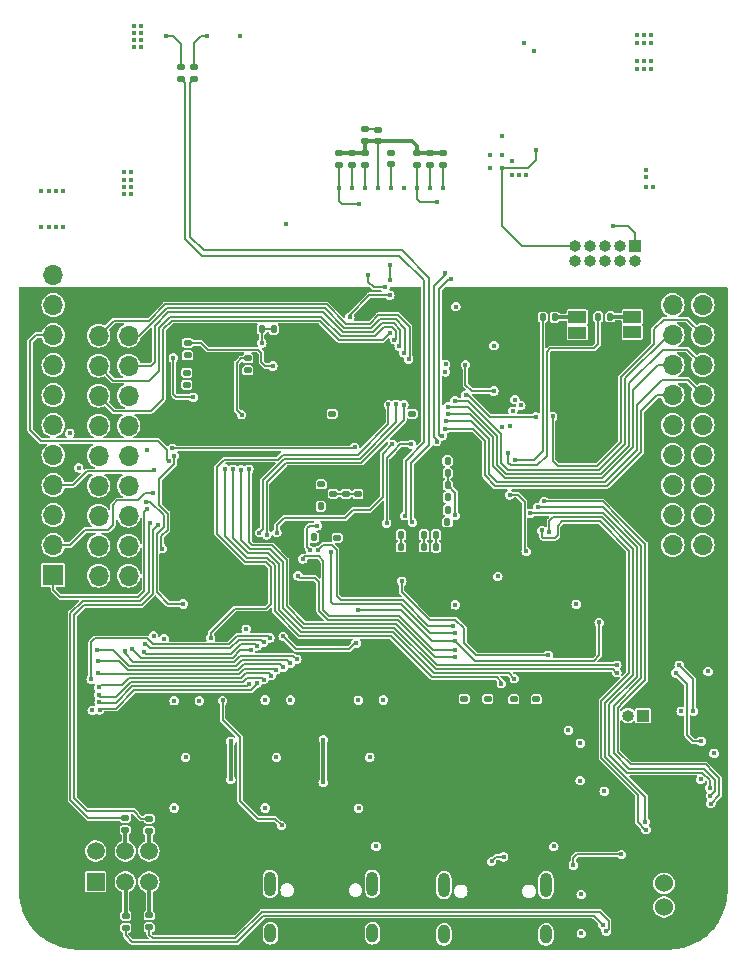
<source format=gbr>
%TF.GenerationSoftware,KiCad,Pcbnew,7.0.9*%
%TF.CreationDate,2024-06-03T19:44:05+03:00*%
%TF.ProjectId,LinuxCore-v2,4c696e75-7843-46f7-9265-2d76322e6b69,rev?*%
%TF.SameCoordinates,Original*%
%TF.FileFunction,Copper,L4,Bot*%
%TF.FilePolarity,Positive*%
%FSLAX46Y46*%
G04 Gerber Fmt 4.6, Leading zero omitted, Abs format (unit mm)*
G04 Created by KiCad (PCBNEW 7.0.9) date 2024-06-03 19:44:05*
%MOMM*%
%LPD*%
G01*
G04 APERTURE LIST*
G04 Aperture macros list*
%AMRoundRect*
0 Rectangle with rounded corners*
0 $1 Rounding radius*
0 $2 $3 $4 $5 $6 $7 $8 $9 X,Y pos of 4 corners*
0 Add a 4 corners polygon primitive as box body*
4,1,4,$2,$3,$4,$5,$6,$7,$8,$9,$2,$3,0*
0 Add four circle primitives for the rounded corners*
1,1,$1+$1,$2,$3*
1,1,$1+$1,$4,$5*
1,1,$1+$1,$6,$7*
1,1,$1+$1,$8,$9*
0 Add four rect primitives between the rounded corners*
20,1,$1+$1,$2,$3,$4,$5,0*
20,1,$1+$1,$4,$5,$6,$7,0*
20,1,$1+$1,$6,$7,$8,$9,0*
20,1,$1+$1,$8,$9,$2,$3,0*%
G04 Aperture macros list end*
%TA.AperFunction,ComponentPad*%
%ADD10R,1.700000X1.700000*%
%TD*%
%TA.AperFunction,ComponentPad*%
%ADD11O,1.700000X1.700000*%
%TD*%
%TA.AperFunction,ComponentPad*%
%ADD12R,1.000000X1.000000*%
%TD*%
%TA.AperFunction,ComponentPad*%
%ADD13O,1.000000X1.000000*%
%TD*%
%TA.AperFunction,ComponentPad*%
%ADD14O,1.000000X2.100000*%
%TD*%
%TA.AperFunction,ComponentPad*%
%ADD15O,1.000000X1.600000*%
%TD*%
%TA.AperFunction,ComponentPad*%
%ADD16R,1.500000X1.500000*%
%TD*%
%TA.AperFunction,ComponentPad*%
%ADD17C,1.500000*%
%TD*%
%TA.AperFunction,ComponentPad*%
%ADD18C,3.500000*%
%TD*%
%TA.AperFunction,ComponentPad*%
%ADD19C,1.524000*%
%TD*%
%TA.AperFunction,SMDPad,CuDef*%
%ADD20RoundRect,0.140000X-0.140000X-0.170000X0.140000X-0.170000X0.140000X0.170000X-0.140000X0.170000X0*%
%TD*%
%TA.AperFunction,SMDPad,CuDef*%
%ADD21RoundRect,0.140000X0.140000X0.170000X-0.140000X0.170000X-0.140000X-0.170000X0.140000X-0.170000X0*%
%TD*%
%TA.AperFunction,SMDPad,CuDef*%
%ADD22RoundRect,0.140000X0.170000X-0.140000X0.170000X0.140000X-0.170000X0.140000X-0.170000X-0.140000X0*%
%TD*%
%TA.AperFunction,SMDPad,CuDef*%
%ADD23RoundRect,0.140000X-0.170000X0.140000X-0.170000X-0.140000X0.170000X-0.140000X0.170000X0.140000X0*%
%TD*%
%TA.AperFunction,SMDPad,CuDef*%
%ADD24RoundRect,0.135000X-0.135000X-0.185000X0.135000X-0.185000X0.135000X0.185000X-0.135000X0.185000X0*%
%TD*%
%TA.AperFunction,SMDPad,CuDef*%
%ADD25RoundRect,0.135000X-0.185000X0.135000X-0.185000X-0.135000X0.185000X-0.135000X0.185000X0.135000X0*%
%TD*%
%TA.AperFunction,SMDPad,CuDef*%
%ADD26RoundRect,0.135000X0.185000X-0.135000X0.185000X0.135000X-0.185000X0.135000X-0.185000X-0.135000X0*%
%TD*%
%TA.AperFunction,SMDPad,CuDef*%
%ADD27R,1.500000X1.000000*%
%TD*%
%TA.AperFunction,ViaPad*%
%ADD28C,0.450000*%
%TD*%
%TA.AperFunction,Conductor*%
%ADD29C,0.200000*%
%TD*%
%TA.AperFunction,Conductor*%
%ADD30C,0.152400*%
%TD*%
%TA.AperFunction,Conductor*%
%ADD31C,0.300000*%
%TD*%
G04 APERTURE END LIST*
D10*
%TO.P,J7,1,Pin_1*%
%TO.N,GND*%
X179797150Y-97280000D03*
D11*
%TO.P,J7,2,Pin_2*%
X177257150Y-97280000D03*
%TO.P,J7,3,Pin_3*%
%TO.N,/Header1/3*%
X179797150Y-94740000D03*
%TO.P,J7,4,Pin_4*%
%TO.N,/Header1/4*%
X177257150Y-94740000D03*
%TO.P,J7,5,Pin_5*%
%TO.N,/Header1/5*%
X179797150Y-92200000D03*
%TO.P,J7,6,Pin_6*%
%TO.N,/Header1/6*%
X177257150Y-92200000D03*
%TO.P,J7,7,Pin_7*%
%TO.N,/Header1/7*%
X179797150Y-89660000D03*
%TO.P,J7,8,Pin_8*%
%TO.N,/Header1/8*%
X177257150Y-89660000D03*
%TO.P,J7,9,Pin_9*%
%TO.N,/Header1/9*%
X179797150Y-87120000D03*
%TO.P,J7,10,Pin_10*%
%TO.N,/Header1/10*%
X177257150Y-87120000D03*
%TO.P,J7,11,Pin_11*%
%TO.N,/Header1/11*%
X179797150Y-84580000D03*
%TO.P,J7,12,Pin_12*%
%TO.N,/Header1/12*%
X177257150Y-84580000D03*
%TO.P,J7,13,Pin_13*%
%TO.N,/Header1/13*%
X179797150Y-82040000D03*
%TO.P,J7,14,Pin_14*%
%TO.N,/Header1/14*%
X177257150Y-82040000D03*
%TO.P,J7,15,Pin_15*%
%TO.N,/Header1/15*%
X179797150Y-79500000D03*
%TO.P,J7,16,Pin_16*%
%TO.N,/Header1/16*%
X177257150Y-79500000D03*
%TO.P,J7,17,Pin_17*%
%TO.N,/Header1/17*%
X179797150Y-76960000D03*
%TO.P,J7,18,Pin_18*%
%TO.N,/Header1/18*%
X177257150Y-76960000D03*
%TO.P,J7,19,Pin_19*%
%TO.N,+3V3*%
X179797150Y-74420000D03*
%TO.P,J7,20,Pin_20*%
X177257150Y-74420000D03*
%TD*%
D10*
%TO.P,J3,1,Pin_1*%
%TO.N,/ILI9143 TFT LCD/PEN*%
X124797150Y-97295000D03*
D11*
%TO.P,J3,2,Pin_2*%
%TO.N,/ILI9143 TFT LCD/CS2*%
X124797150Y-94755000D03*
%TO.P,J3,3,Pin_3*%
%TO.N,/ILI9143 TFT LCD/CS1*%
X124797150Y-92215000D03*
%TO.P,J3,4,Pin_4*%
%TO.N,/ILI9143 TFT LCD/MISO*%
X124797150Y-89675000D03*
%TO.P,J3,5,Pin_5*%
%TO.N,+3V3*%
X124797150Y-87135000D03*
%TO.P,J3,6,Pin_6*%
%TO.N,/ILI9143 TFT LCD/DC*%
X124797150Y-84595000D03*
%TO.P,J3,7,Pin_7*%
%TO.N,+3V3*%
X124797150Y-82055000D03*
%TO.P,J3,8,Pin_8*%
%TO.N,/ILI9143 TFT LCD/MOSI*%
X124797150Y-79515000D03*
%TO.P,J3,9,Pin_9*%
%TO.N,/ILI9143 TFT LCD/CLK*%
X124797150Y-76975000D03*
%TO.P,J3,10,Pin_10*%
%TO.N,+3V3*%
X124797150Y-74435000D03*
%TO.P,J3,11,Pin_11*%
%TO.N,GND*%
X124797150Y-71895000D03*
%TD*%
D10*
%TO.P,J8,1,Pin_1*%
%TO.N,GND*%
X128632150Y-74485000D03*
D11*
%TO.P,J8,2,Pin_2*%
X131172150Y-74485000D03*
%TO.P,J8,3,Pin_3*%
%TO.N,/Header2/3*%
X128632150Y-77025000D03*
%TO.P,J8,4,Pin_4*%
%TO.N,/Header2/4*%
X131172150Y-77025000D03*
%TO.P,J8,5,Pin_5*%
%TO.N,/Header2/5*%
X128632150Y-79565000D03*
%TO.P,J8,6,Pin_6*%
%TO.N,/Header2/6*%
X131172150Y-79565000D03*
%TO.P,J8,7,Pin_7*%
%TO.N,/Header2/7*%
X128632150Y-82105000D03*
%TO.P,J8,8,Pin_8*%
%TO.N,/Header2/8*%
X131172150Y-82105000D03*
%TO.P,J8,9,Pin_9*%
%TO.N,/Header2/9*%
X128632150Y-84645000D03*
%TO.P,J8,10,Pin_10*%
%TO.N,/Header2/10*%
X131172150Y-84645000D03*
%TO.P,J8,11,Pin_11*%
%TO.N,/Header2/11*%
X128632150Y-87185000D03*
%TO.P,J8,12,Pin_12*%
%TO.N,/Header2/12*%
X131172150Y-87185000D03*
%TO.P,J8,13,Pin_13*%
%TO.N,/Header2/13*%
X128632150Y-89725000D03*
%TO.P,J8,14,Pin_14*%
%TO.N,/Header2/14*%
X131172150Y-89725000D03*
%TO.P,J8,15,Pin_15*%
%TO.N,/Header2/15*%
X128632150Y-92265000D03*
%TO.P,J8,16,Pin_16*%
%TO.N,/Header2/16*%
X131172150Y-92265000D03*
%TO.P,J8,17,Pin_17*%
%TO.N,/Header2/17*%
X128632150Y-94805000D03*
%TO.P,J8,18,Pin_18*%
%TO.N,/Header2/18*%
X131172150Y-94805000D03*
%TO.P,J8,19,Pin_19*%
%TO.N,+3V3*%
X128632150Y-97345000D03*
%TO.P,J8,20,Pin_20*%
X131172150Y-97345000D03*
%TD*%
D12*
%TO.P,LS1,1,1*%
%TO.N,/AUDIO/RSPKOUT*%
X174737150Y-109180000D03*
D13*
%TO.P,LS1,2,2*%
%TO.N,/AUDIO/LSPKOUT*%
X173467150Y-109180000D03*
%TD*%
D14*
%TO.P,J1,S1,SHIELD*%
%TO.N,Net-(J1-SHIELD)*%
X143177150Y-123430000D03*
D15*
X143177150Y-127610000D03*
D14*
X151817150Y-123430000D03*
D15*
X151817150Y-127610000D03*
%TD*%
D16*
%TO.P,J6,1,VBUS1*%
%TO.N,VBUS*%
X128397148Y-123257685D03*
D17*
%TO.P,J6,2,D1-*%
%TO.N,Net-(J6-D1-)*%
X130897148Y-123257685D03*
%TO.P,J6,3,D1+*%
%TO.N,Net-(J6-D1+)*%
X132897148Y-123257685D03*
%TO.P,J6,4,GND1*%
%TO.N,GND*%
X135397148Y-123257685D03*
%TO.P,J6,5,VBUS2*%
%TO.N,VBUS*%
X128397148Y-120637685D03*
%TO.P,J6,6,D2-*%
%TO.N,Net-(J6-D2-)*%
X130897148Y-120637685D03*
%TO.P,J6,7,D2+*%
%TO.N,Net-(J6-D2+)*%
X132897148Y-120637685D03*
%TO.P,J6,8,GND2*%
%TO.N,GND*%
X135397148Y-120637685D03*
D18*
%TO.P,J6,9,Shield*%
X125327148Y-125967685D03*
X138467148Y-125967685D03*
X125327148Y-120287685D03*
X138467148Y-120287685D03*
%TD*%
D14*
%TO.P,J2,S1,SHIELD*%
%TO.N,Net-(J2-SHIELD)*%
X157877150Y-123530000D03*
D15*
X157877150Y-127710000D03*
D14*
X166517150Y-123530000D03*
D15*
X166517150Y-127710000D03*
%TD*%
D12*
%TO.P,J5,1,Pin_1*%
%TO.N,/BLE Module/SWDIO*%
X174040000Y-69440000D03*
D13*
%TO.P,J5,2,Pin_2*%
%TO.N,+3V3*%
X174040000Y-70710000D03*
%TO.P,J5,3,Pin_3*%
%TO.N,/BLE Module/SWDCLK*%
X172770000Y-69440000D03*
%TO.P,J5,4,Pin_4*%
%TO.N,GND*%
X172770000Y-70710000D03*
%TO.P,J5,5,Pin_5*%
%TO.N,unconnected-(J5-Pin_5-Pad5)*%
X171500000Y-69440000D03*
%TO.P,J5,6,Pin_6*%
%TO.N,GND*%
X171500000Y-70710000D03*
%TO.P,J5,7,Pin_7*%
%TO.N,unconnected-(J5-Pin_7-Pad7)*%
X170230000Y-69440000D03*
%TO.P,J5,8,Pin_8*%
%TO.N,unconnected-(J5-Pin_8-Pad8)*%
X170230000Y-70710000D03*
%TO.P,J5,9,Pin_9*%
%TO.N,/BLE Module/NRESET*%
X168960000Y-69440000D03*
%TO.P,J5,10,Pin_10*%
%TO.N,unconnected-(J5-Pin_10-Pad10)*%
X168960000Y-70710000D03*
%TD*%
D19*
%TO.P,U11,1*%
%TO.N,Net-(C70-Pad1)*%
X176507150Y-123390000D03*
%TO.P,U11,2*%
%TO.N,Net-(C71-Pad1)*%
X176507150Y-125390000D03*
%TD*%
D20*
%TO.P,C10,1*%
%TO.N,GND*%
X155227150Y-94910000D03*
%TO.P,C10,2*%
%TO.N,+3V3*%
X156187150Y-94910000D03*
%TD*%
D21*
%TO.P,C78,1*%
%TO.N,GND*%
X144410000Y-76460000D03*
%TO.P,C78,2*%
%TO.N,+3V3*%
X143450000Y-76460000D03*
%TD*%
D20*
%TO.P,C32,1*%
%TO.N,GND*%
X153287150Y-93860000D03*
%TO.P,C32,2*%
%TO.N,+1V2*%
X154247150Y-93860000D03*
%TD*%
%TO.P,C5,1*%
%TO.N,GND*%
X155227150Y-93860000D03*
%TO.P,C5,2*%
%TO.N,+3V3*%
X156187150Y-93860000D03*
%TD*%
%TO.P,C79,1*%
%TO.N,GND*%
X141490000Y-76450000D03*
%TO.P,C79,2*%
%TO.N,+3V3*%
X142450000Y-76450000D03*
%TD*%
D22*
%TO.P,C33,1*%
%TO.N,+1V8*%
X150597150Y-90420000D03*
%TO.P,C33,2*%
%TO.N,GND*%
X150597150Y-89460000D03*
%TD*%
D23*
%TO.P,C25,1*%
%TO.N,GND*%
X147487150Y-88640000D03*
%TO.P,C25,2*%
%TO.N,+1V2*%
X147487150Y-89600000D03*
%TD*%
D24*
%TO.P,R22,1*%
%TO.N,/MPU/PG9*%
X166248186Y-75450000D03*
%TO.P,R22,2*%
%TO.N,Net-(JP2-C)*%
X167268186Y-75450000D03*
%TD*%
D25*
%TO.P,R14,1*%
%TO.N,Net-(U2-USB_DM)*%
X136740000Y-54300000D03*
%TO.P,R14,2*%
%TO.N,/MPU/USB1_D-*%
X136740000Y-55320000D03*
%TD*%
D26*
%TO.P,R54,1*%
%TO.N,+3V3*%
X141270000Y-79960000D03*
%TO.P,R54,2*%
%TO.N,/MPU/PD7*%
X141270000Y-78940000D03*
%TD*%
%TO.P,R60,1*%
%TO.N,Net-(D6-K)*%
X163790000Y-107810000D03*
%TO.P,R60,2*%
%TO.N,GND*%
X163790000Y-106790000D03*
%TD*%
D21*
%TO.P,C6,1*%
%TO.N,GND*%
X158167150Y-93870000D03*
%TO.P,C6,2*%
%TO.N,+1V2*%
X157207150Y-93870000D03*
%TD*%
D26*
%TO.P,R42,1*%
%TO.N,/MPU/PC5*%
X151220000Y-62530000D03*
%TO.P,R42,2*%
%TO.N,+3V3*%
X151220000Y-61510000D03*
%TD*%
D22*
%TO.P,C30,1*%
%TO.N,+1V8*%
X149567150Y-90410000D03*
%TO.P,C30,2*%
%TO.N,GND*%
X149567150Y-89450000D03*
%TD*%
D20*
%TO.P,C27,1*%
%TO.N,+3V3*%
X147457150Y-91450000D03*
%TO.P,C27,2*%
%TO.N,GND*%
X148417150Y-91450000D03*
%TD*%
D23*
%TO.P,C24,1*%
%TO.N,+3V3*%
X148417150Y-83640000D03*
%TO.P,C24,2*%
%TO.N,GND*%
X148417150Y-84600000D03*
%TD*%
D26*
%TO.P,R62,1*%
%TO.N,Net-(D4-K)*%
X161592850Y-107760000D03*
%TO.P,R62,2*%
%TO.N,GND*%
X161592850Y-106740000D03*
%TD*%
D25*
%TO.P,R57,1*%
%TO.N,Net-(J6-D1-)*%
X130930000Y-126130000D03*
%TO.P,R57,2*%
%TO.N,/MPU/PB6*%
X130930000Y-127150000D03*
%TD*%
D26*
%TO.P,R63,1*%
%TO.N,Net-(D5-K)*%
X165705700Y-107790000D03*
%TO.P,R63,2*%
%TO.N,GND*%
X165705700Y-106770000D03*
%TD*%
D21*
%TO.P,C29,1*%
%TO.N,GND*%
X147840000Y-94100000D03*
%TO.P,C29,2*%
%TO.N,+1V2*%
X146880000Y-94100000D03*
%TD*%
%TO.P,C20,1*%
%TO.N,+1V8*%
X158197150Y-90700000D03*
%TO.P,C20,2*%
%TO.N,GND*%
X157237150Y-90700000D03*
%TD*%
D22*
%TO.P,C61,1*%
%TO.N,+3V3*%
X152290000Y-60530000D03*
%TO.P,C61,2*%
%TO.N,GND*%
X152290000Y-59570000D03*
%TD*%
D21*
%TO.P,C11,1*%
%TO.N,GND*%
X158167150Y-94930000D03*
%TO.P,C11,2*%
%TO.N,+1V2*%
X157207150Y-94930000D03*
%TD*%
D26*
%TO.P,R58,1*%
%TO.N,Net-(J6-D2+)*%
X132910000Y-118920000D03*
%TO.P,R58,2*%
%TO.N,/MPU/PF3*%
X132910000Y-117900000D03*
%TD*%
%TO.P,R59,1*%
%TO.N,Net-(J6-D2-)*%
X130900000Y-118870000D03*
%TO.P,R59,2*%
%TO.N,/MPU/PF2*%
X130900000Y-117850000D03*
%TD*%
D22*
%TO.P,C60,1*%
%TO.N,+3V3*%
X151230000Y-60500000D03*
%TO.P,C60,2*%
%TO.N,GND*%
X151230000Y-59540000D03*
%TD*%
D27*
%TO.P,JP1,1,A*%
%TO.N,GND*%
X173827150Y-74120000D03*
%TO.P,JP1,2,C*%
%TO.N,Net-(JP1-C)*%
X173827150Y-75420000D03*
%TO.P,JP1,3,B*%
%TO.N,+3V3*%
X173827150Y-76720000D03*
%TD*%
D24*
%TO.P,R20,1*%
%TO.N,/MPU/PG8*%
X170937150Y-75430000D03*
%TO.P,R20,2*%
%TO.N,Net-(JP1-C)*%
X171957150Y-75430000D03*
%TD*%
D26*
%TO.P,R38,1*%
%TO.N,/MPU/PC9*%
X149010000Y-62560000D03*
%TO.P,R38,2*%
%TO.N,+3V3*%
X149010000Y-61540000D03*
%TD*%
%TO.P,R39,1*%
%TO.N,/MPU/PC12*%
X157780000Y-62530000D03*
%TO.P,R39,2*%
%TO.N,+3V3*%
X157780000Y-61510000D03*
%TD*%
D21*
%TO.P,C18,1*%
%TO.N,+3V3*%
X158177150Y-92790000D03*
%TO.P,C18,2*%
%TO.N,GND*%
X157217150Y-92790000D03*
%TD*%
D27*
%TO.P,JP2,1,A*%
%TO.N,GND*%
X169168186Y-74150000D03*
%TO.P,JP2,2,C*%
%TO.N,Net-(JP2-C)*%
X169168186Y-75450000D03*
%TO.P,JP2,3,B*%
%TO.N,+3V3*%
X169168186Y-76750000D03*
%TD*%
D26*
%TO.P,R41,1*%
%TO.N,/MPU/PC8*%
X156720000Y-62540000D03*
%TO.P,R41,2*%
%TO.N,+3V3*%
X156720000Y-61520000D03*
%TD*%
D21*
%TO.P,C21,1*%
%TO.N,+3V3*%
X158187150Y-87620000D03*
%TO.P,C21,2*%
%TO.N,GND*%
X157227150Y-87620000D03*
%TD*%
D26*
%TO.P,R40,1*%
%TO.N,/MPU/PC10*%
X150110000Y-62550000D03*
%TO.P,R40,2*%
%TO.N,+3V3*%
X150110000Y-61530000D03*
%TD*%
%TO.P,R61,1*%
%TO.N,Net-(D3-K)*%
X159592850Y-107750000D03*
%TO.P,R61,2*%
%TO.N,GND*%
X159592850Y-106730000D03*
%TD*%
D25*
%TO.P,R56,1*%
%TO.N,Net-(J6-D1+)*%
X132920000Y-126090000D03*
%TO.P,R56,2*%
%TO.N,/MPU/PB4*%
X132920000Y-127110000D03*
%TD*%
D20*
%TO.P,C17,1*%
%TO.N,GND*%
X157237150Y-89660000D03*
%TO.P,C17,2*%
%TO.N,+1V2*%
X158197150Y-89660000D03*
%TD*%
D26*
%TO.P,R52,1*%
%TO.N,+3V3*%
X136090000Y-81180000D03*
%TO.P,R52,2*%
%TO.N,/MPU/PD6*%
X136090000Y-80160000D03*
%TD*%
D20*
%TO.P,C19,1*%
%TO.N,GND*%
X157237150Y-88640000D03*
%TO.P,C19,2*%
%TO.N,+1V2*%
X158197150Y-88640000D03*
%TD*%
D22*
%TO.P,C22,1*%
%TO.N,GND*%
X155197150Y-84590000D03*
%TO.P,C22,2*%
%TO.N,+1V2*%
X155197150Y-83630000D03*
%TD*%
D26*
%TO.P,R43,1*%
%TO.N,/MPU/PC7*%
X155600000Y-62530000D03*
%TO.P,R43,2*%
%TO.N,+3V3*%
X155600000Y-61510000D03*
%TD*%
D21*
%TO.P,C23,1*%
%TO.N,+1V8*%
X158197150Y-91750000D03*
%TO.P,C23,2*%
%TO.N,GND*%
X157237150Y-91750000D03*
%TD*%
D25*
%TO.P,R15,1*%
%TO.N,Net-(U2-USB_DP)*%
X135630000Y-54280000D03*
%TO.P,R15,2*%
%TO.N,/MPU/USB1_D+*%
X135630000Y-55300000D03*
%TD*%
D22*
%TO.P,C31,1*%
%TO.N,+3V3*%
X148840000Y-94130000D03*
%TO.P,C31,2*%
%TO.N,GND*%
X148840000Y-93170000D03*
%TD*%
D25*
%TO.P,R53,1*%
%TO.N,/MPU/PD2*%
X136170000Y-77640000D03*
%TO.P,R53,2*%
%TO.N,+3V3*%
X136170000Y-78660000D03*
%TD*%
D22*
%TO.P,C26,1*%
%TO.N,+1V8*%
X148517150Y-90410000D03*
%TO.P,C26,2*%
%TO.N,GND*%
X148517150Y-89450000D03*
%TD*%
D20*
%TO.P,C34,1*%
%TO.N,GND*%
X153287150Y-94900000D03*
%TO.P,C34,2*%
%TO.N,+1V2*%
X154247150Y-94900000D03*
%TD*%
D22*
%TO.P,C59,1*%
%TO.N,Net-(U7-CLK)*%
X153410000Y-62520000D03*
%TO.P,C59,2*%
%TO.N,GND*%
X153410000Y-61560000D03*
%TD*%
D28*
%TO.N,GND*%
X148500000Y-73250000D03*
X147000000Y-73250000D03*
X150000000Y-73250000D03*
X147750000Y-73250000D03*
X149250000Y-73250000D03*
X144000000Y-73250000D03*
X142500000Y-73250000D03*
X145500000Y-73250000D03*
X143250000Y-73250000D03*
X144750000Y-73250000D03*
X146250000Y-73250000D03*
X139500000Y-73250000D03*
X138000000Y-73250000D03*
X141000000Y-73250000D03*
X138750000Y-73250000D03*
X140250000Y-73250000D03*
X141750000Y-73250000D03*
X137250000Y-73250000D03*
X136500000Y-73250000D03*
X135750000Y-73250000D03*
X135000000Y-73250000D03*
X134250000Y-73250000D03*
X133500000Y-73250000D03*
X125600000Y-67800000D03*
X125000000Y-67800000D03*
X124400000Y-67800000D03*
X123800000Y-67800000D03*
X123800000Y-64800000D03*
X124400000Y-64800000D03*
X125000000Y-64800000D03*
X125600000Y-64800000D03*
X165475000Y-52875000D03*
X164675000Y-52275000D03*
X131600000Y-51375497D03*
X131600000Y-52000000D03*
X131600000Y-52600000D03*
X132200000Y-52600000D03*
X132200000Y-52000000D03*
X132200000Y-51400000D03*
X132200000Y-50800000D03*
X131600000Y-50800000D03*
X130800000Y-63800000D03*
X130800000Y-64400000D03*
X130800000Y-65000000D03*
X131400000Y-65000000D03*
X131400000Y-64400000D03*
X131400000Y-63800000D03*
X131400000Y-63200000D03*
X130800000Y-63200000D03*
X144510000Y-67537500D03*
X175600000Y-64400000D03*
X175000000Y-64400000D03*
X175000000Y-63600000D03*
X175000000Y-63000000D03*
X163600000Y-62200000D03*
X163600000Y-63400000D03*
X164200000Y-63400000D03*
X164800000Y-63400000D03*
X174200000Y-54400000D03*
X174800000Y-54400000D03*
X175400000Y-54400000D03*
X175400000Y-53800000D03*
X174800000Y-53800000D03*
X174200000Y-53800000D03*
X175400000Y-51600000D03*
X174800000Y-51600000D03*
X174200000Y-51600000D03*
X174200000Y-52200000D03*
X174800000Y-52200000D03*
X175400000Y-52200000D03*
X161820000Y-61690000D03*
X152290000Y-59600000D03*
X153410000Y-61580000D03*
X154520000Y-64480000D03*
X146070000Y-98440000D03*
X132290000Y-107600000D03*
X151892000Y-87884000D03*
X160000000Y-97000000D03*
X163060000Y-119650000D03*
X164270000Y-118380000D03*
X136110000Y-107950000D03*
X146540000Y-100510000D03*
X166890000Y-118710000D03*
X145600000Y-81000000D03*
X145600000Y-82200000D03*
X146770000Y-114690000D03*
X160000000Y-95800000D03*
X179727740Y-115314999D03*
X146200000Y-81000000D03*
X166820000Y-116670000D03*
X160000000Y-97600000D03*
X160600000Y-97600000D03*
X160800000Y-80800000D03*
X137160000Y-111252000D03*
X173170000Y-111520000D03*
X160600000Y-97000000D03*
X146200000Y-82200000D03*
X173130000Y-116760000D03*
X160600000Y-95800000D03*
X145600000Y-81600000D03*
X134620000Y-83150000D03*
X160000000Y-96400000D03*
X138684000Y-114554000D03*
X146200000Y-80400000D03*
X172000000Y-114690000D03*
X160600000Y-96400000D03*
X146200000Y-81600000D03*
X145600000Y-80400000D03*
X148960000Y-113640000D03*
%TO.N,+3V3*%
X141130000Y-101860000D03*
X171437150Y-115590000D03*
X169427150Y-111520000D03*
X173870000Y-76780000D03*
X142470000Y-77640000D03*
X169070000Y-99750000D03*
X177970000Y-108820000D03*
X158840000Y-99800000D03*
X156187150Y-93860000D03*
X136180000Y-78710000D03*
X149010000Y-61540000D03*
X137170000Y-107940000D03*
X148417150Y-83640000D03*
X180240000Y-105450000D03*
X140610000Y-51650000D03*
X162117150Y-77862500D03*
X168417150Y-110420000D03*
X162780000Y-60100000D03*
X128090000Y-108750000D03*
X158887150Y-74550000D03*
X141290000Y-79950000D03*
X169160000Y-76780000D03*
X158177150Y-92790000D03*
X180747150Y-112380000D03*
X169417150Y-114690000D03*
X135047150Y-117005000D03*
X136091200Y-81192427D03*
X152297150Y-64475000D03*
X161760000Y-62850000D03*
X147457150Y-91450000D03*
X158187150Y-87620000D03*
X162440000Y-97400000D03*
X148840000Y-94120000D03*
X156187150Y-94910000D03*
X179627150Y-114590000D03*
%TO.N,+1V2*%
X147670000Y-111220000D03*
X155197150Y-83630000D03*
X147487150Y-89600000D03*
X152750000Y-107860000D03*
X147660000Y-114840000D03*
X158197150Y-89660000D03*
X146880000Y-94150000D03*
X158197150Y-89660000D03*
X157207150Y-94930000D03*
X154247150Y-94900000D03*
X158843841Y-92232154D03*
X133290000Y-102430000D03*
X150647150Y-117030000D03*
%TO.N,Net-(U1C-AVSSADC)*%
X159697150Y-79460000D03*
X162107150Y-81700000D03*
%TO.N,/MPU/nRESET*%
X150437528Y-103049800D03*
X134197150Y-102661032D03*
X171017150Y-101300000D03*
X144260000Y-102480000D03*
X150630000Y-100224100D03*
X158839170Y-102875493D03*
%TO.N,+1V8*%
X142747150Y-117005000D03*
X158197150Y-91750000D03*
X139830000Y-114590000D03*
X158197150Y-90700000D03*
X144880000Y-107860000D03*
X139840000Y-111360000D03*
X148517150Y-90410000D03*
%TO.N,VBUS*%
X152130000Y-120240000D03*
X167180000Y-120260000D03*
X162790000Y-61680000D03*
X169497150Y-124325000D03*
%TO.N,/Voltage Supply/VIN*%
X169510000Y-127630000D03*
X142740000Y-107860000D03*
X150630000Y-107890000D03*
X136009650Y-112717500D03*
X151600000Y-112717500D03*
X135040000Y-107930000D03*
X143700000Y-112717500D03*
%TO.N,Net-(U7-CLK)*%
X153397150Y-64475000D03*
%TO.N,/AUDIO/LMICN*%
X172911200Y-120940000D03*
X168832150Y-121840000D03*
%TO.N,Net-(D3-K)*%
X159580000Y-107745000D03*
%TO.N,/MPU/PF8*%
X158813496Y-104239187D03*
X145520000Y-97360000D03*
%TO.N,Net-(D4-K)*%
X161590000Y-107765000D03*
%TO.N,/MPU/PF9*%
X158781200Y-103600000D03*
X145930000Y-95910000D03*
%TO.N,Net-(D5-K)*%
X165722850Y-107815000D03*
%TO.N,/MPU/PD12*%
X139380983Y-88294499D03*
X162740000Y-106480000D03*
%TO.N,Net-(D6-K)*%
X163790000Y-107785000D03*
%TO.N,/MPU/PD13*%
X163841926Y-106055000D03*
X140020000Y-88330000D03*
%TO.N,/USB/USB_D+*%
X161907861Y-121529567D03*
X162937150Y-121140000D03*
%TO.N,/ILI9143 TFT LCD/PEN*%
X132735768Y-91719568D03*
%TO.N,/ILI9143 TFT LCD/CS2*%
X133220502Y-90365901D03*
%TO.N,/ILI9143 TFT LCD/CS1*%
X134043548Y-95050000D03*
X135032053Y-87178800D03*
%TO.N,/ILI9143 TFT LCD/MISO*%
X133343831Y-88349169D03*
%TO.N,/ILI9143 TFT LCD/DC*%
X150316740Y-86456740D03*
X134896199Y-86553287D03*
X126950000Y-88200000D03*
X163720000Y-83408800D03*
%TO.N,/ILI9143 TFT LCD/MOSI*%
X126200000Y-85290000D03*
X132760000Y-86670000D03*
%TO.N,/ILI9143 TFT LCD/CLK*%
X134567565Y-87667200D03*
%TO.N,/Deneyap Kamera/CAMD4*%
X128500000Y-103600000D03*
X144860000Y-104764300D03*
%TO.N,/Deneyap Kamera/CAMD3*%
X145429832Y-104421400D03*
X130890000Y-103740000D03*
%TO.N,/Deneyap Kamera/CAMD5*%
X144291192Y-105107200D03*
X128570000Y-104600000D03*
%TO.N,/Deneyap Kamera/CAMD2*%
X141530000Y-103638484D03*
X131491843Y-103522312D03*
%TO.N,/Deneyap Kamera/CAMD6*%
X143675388Y-105307184D03*
X128610000Y-105600000D03*
%TO.N,/Deneyap Kamera/CAMPC*%
X143146240Y-102605226D03*
X128020000Y-106110000D03*
%TO.N,/Deneyap Kamera/CAMD7*%
X143258751Y-105793000D03*
X128637266Y-106782710D03*
%TO.N,/Deneyap Kamera/CAMD8*%
X128648389Y-107422616D03*
X142620498Y-106135900D03*
%TO.N,/Deneyap Kamera/CAMXC*%
X128685967Y-108061514D03*
X141380000Y-106495000D03*
%TO.N,/Deneyap Kamera/CAMD9*%
X128730000Y-108700000D03*
X142039233Y-106459570D03*
%TO.N,/Deneyap Kamera/CAMH*%
X132532345Y-103132784D03*
X142616361Y-102964156D03*
%TO.N,/Deneyap Kamera/CAMV*%
X142057551Y-103276140D03*
X132522151Y-103772705D03*
%TO.N,/Deneyap Kamera/CAMSC*%
X142870000Y-93880000D03*
X158000000Y-80080000D03*
X154480000Y-82860000D03*
%TO.N,/Deneyap Kamera/CAMSD*%
X153841188Y-82820985D03*
X142258612Y-93690769D03*
X158020000Y-79430000D03*
%TO.N,/BLE Module/USB_D+*%
X147160000Y-93108798D03*
X157748989Y-85502512D03*
X146550000Y-95200000D03*
X158477488Y-72217488D03*
%TO.N,/BLE Module/USB_D-*%
X157982512Y-71722512D03*
X157254013Y-85997488D03*
%TO.N,/BLE Module/SWDIO*%
X172210000Y-67710000D03*
%TO.N,/BLE Module/NRESET*%
X165680000Y-61290000D03*
X162790000Y-62850000D03*
%TO.N,/Header1/13*%
X158040145Y-84277281D03*
%TO.N,/Header1/14*%
X158005975Y-84916371D03*
%TO.N,/Header1/15*%
X158247964Y-83035184D03*
%TO.N,/Header1/16*%
X158256961Y-83675123D03*
%TO.N,/Header1/17*%
X159730000Y-82052784D03*
X165640000Y-83900000D03*
X143730000Y-93691199D03*
X167082286Y-83850000D03*
X153506020Y-86200000D03*
%TO.N,/Header1/18*%
X155130000Y-86200000D03*
X153030000Y-92900000D03*
X158790000Y-82543984D03*
%TO.N,/Header2/3*%
X154891200Y-78999539D03*
%TO.N,/Header2/4*%
X154491201Y-78464042D03*
%TO.N,/Header2/5*%
X153691200Y-77358406D03*
%TO.N,/Header2/6*%
X154091201Y-77903387D03*
%TO.N,/Header2/7*%
X153291200Y-76800000D03*
%TO.N,/MPU/nRST*%
X135807150Y-99732500D03*
X132656981Y-91084434D03*
%TO.N,/MPU/USB_DETECT*%
X139140000Y-107900000D03*
X144130000Y-118490000D03*
%TO.N,/MPU/PE11*%
X166700000Y-104075900D03*
X154308799Y-97804716D03*
%TO.N,Net-(U2-USB_DM)*%
X137837150Y-51640000D03*
%TO.N,Net-(U2-USB_DP)*%
X134337150Y-51640000D03*
%TO.N,/MPU/PG8*%
X163305202Y-86924798D03*
%TO.N,/MPU/PG0*%
X138120000Y-102600000D03*
X163479424Y-84695912D03*
X153180000Y-82840000D03*
%TO.N,/MPU/PG9*%
X163889852Y-87508799D03*
%TO.N,/MPU/PG1*%
X164840000Y-95291199D03*
X162790000Y-84708800D03*
X163430000Y-90491201D03*
%TO.N,/MPU/PC6*%
X153270000Y-72344100D03*
X153300000Y-71018800D03*
%TO.N,/MPU/PC9*%
X150660000Y-65890000D03*
X148997150Y-64475000D03*
%TO.N,/MPU/PC12*%
X149908800Y-75462089D03*
X153291200Y-73590000D03*
X157797150Y-64475000D03*
%TO.N,/MPU/PC10*%
X150097150Y-64475000D03*
%TO.N,/MPU/PC8*%
X156697150Y-64475000D03*
%TO.N,/MPU/PC5*%
X151442669Y-71892669D03*
X151197150Y-64475000D03*
X152891201Y-72910118D03*
%TO.N,/MPU/PC7*%
X157290000Y-65700000D03*
X155597150Y-64475000D03*
%TO.N,/AUDIO/SDA*%
X141361169Y-88314169D03*
X172522152Y-104910000D03*
X178987150Y-108820000D03*
X177800000Y-104910000D03*
%TO.N,/AUDIO/SCL*%
X140711686Y-88353455D03*
X172522152Y-105550003D03*
X179657150Y-111360000D03*
X177490000Y-105570000D03*
%TO.N,/MPU/PD6*%
X136070000Y-80140000D03*
%TO.N,/MPU/PD2*%
X136170000Y-77640000D03*
X143390000Y-79590000D03*
%TO.N,/MPU/PD7*%
X140740000Y-83710000D03*
X141270000Y-78940000D03*
%TO.N,/MPU/PB4*%
X171605484Y-127455484D03*
X163886946Y-82425900D03*
%TO.N,/MPU/PB6*%
X164380000Y-82920000D03*
X171322186Y-126881597D03*
%TO.N,/MPU/PF3*%
X133655202Y-93045202D03*
%TO.N,/MPU/PF2*%
X133029362Y-92911306D03*
%TO.N,/MPU/PF12*%
X148292025Y-95347362D03*
X158840000Y-102180000D03*
%TO.N,/MPU/PF11*%
X147190003Y-95200000D03*
X158650304Y-101568757D03*
%TO.N,/AUDIO/I2S_LRCK*%
X166810000Y-93660000D03*
X174940000Y-118180000D03*
%TO.N,/AUDIO/I2S_BCLK*%
X166181514Y-93508800D03*
X174990000Y-118840000D03*
%TO.N,/AUDIO/I2S_DI*%
X166374641Y-91048800D03*
X180470973Y-116628378D03*
%TO.N,/AUDIO/I2S_DO*%
X165820000Y-91540000D03*
X180443818Y-115988952D03*
%TO.N,/AUDIO/I2S_MCLK*%
X180367718Y-115309378D03*
X165198138Y-92057254D03*
%TO.N,/MPU/PD5*%
X136640000Y-82220000D03*
X134970000Y-78910000D03*
%TO.N,/MPU/USB1_D-*%
X155213320Y-92822940D03*
%TO.N,/MPU/USB1_D+*%
X154573321Y-92260000D03*
%TD*%
D29*
%TO.N,/MPU/USB1_D+*%
X135969999Y-55639999D02*
X135630000Y-55300000D01*
%TO.N,/MPU/USB1_D-*%
X136740000Y-55320000D02*
X136420001Y-55639999D01*
X136420001Y-55639999D02*
X136420001Y-68681801D01*
%TO.N,/MPU/USB1_D+*%
X135969999Y-68868199D02*
X135969999Y-55639999D01*
%TO.N,/MPU/USB1_D-*%
X136420001Y-68681801D02*
X137543200Y-69805000D01*
%TO.N,/MPU/USB1_D+*%
X137356800Y-70255000D02*
X135969999Y-68868199D01*
%TO.N,/MPU/USB1_D-*%
X137543200Y-69805000D02*
X154293200Y-69805000D01*
%TO.N,/MPU/USB1_D+*%
X154106800Y-70255000D02*
X137356800Y-70255000D01*
%TO.N,/MPU/USB1_D-*%
X154293200Y-69805000D02*
X156645000Y-72156800D01*
%TO.N,/MPU/USB1_D+*%
X156195000Y-72343200D02*
X154106800Y-70255000D01*
%TO.N,/MPU/USB1_D-*%
X156645000Y-72156800D02*
X156645000Y-86233200D01*
%TO.N,/MPU/USB1_D+*%
X156195000Y-86046800D02*
X156195000Y-72343200D01*
%TO.N,/MPU/USB1_D-*%
X156645000Y-86233200D02*
X155088321Y-87789879D01*
%TO.N,/MPU/USB1_D+*%
X154638319Y-87603481D02*
X156195000Y-86046800D01*
%TO.N,/MPU/USB1_D-*%
X155088321Y-87789879D02*
X155088321Y-92697941D01*
%TO.N,/MPU/USB1_D+*%
X154638319Y-92195002D02*
X154638319Y-87603481D01*
%TO.N,/MPU/USB1_D-*%
X155088321Y-92697941D02*
X155213320Y-92822940D01*
D30*
%TO.N,GND*%
X152260000Y-59540000D02*
X152290000Y-59570000D01*
X151230000Y-59540000D02*
X152260000Y-59540000D01*
D31*
%TO.N,+3V3*%
X156730000Y-61510000D02*
X156720000Y-61520000D01*
X151230000Y-60500000D02*
X152260000Y-60500000D01*
D30*
X141280000Y-79960000D02*
X141290000Y-79950000D01*
D31*
X149010000Y-61540000D02*
X150100000Y-61540000D01*
D30*
X136170000Y-78700000D02*
X136180000Y-78710000D01*
D31*
X155600000Y-61510000D02*
X155600000Y-60940000D01*
D30*
X142450000Y-76450000D02*
X143440000Y-76450000D01*
D31*
X150100000Y-61540000D02*
X150110000Y-61530000D01*
D30*
X152290000Y-60530000D02*
X152290000Y-64467850D01*
X136090000Y-81191227D02*
X136091200Y-81192427D01*
X142450000Y-77620000D02*
X142470000Y-77640000D01*
D31*
X151230000Y-61500000D02*
X151220000Y-61510000D01*
X156720000Y-61520000D02*
X155610000Y-61520000D01*
X157780000Y-61510000D02*
X156730000Y-61510000D01*
D30*
X143440000Y-76450000D02*
X143450000Y-76460000D01*
D31*
X155600000Y-60940000D02*
X155190000Y-60530000D01*
X151200000Y-61530000D02*
X151220000Y-61510000D01*
D30*
X141270000Y-79960000D02*
X141280000Y-79960000D01*
D31*
X155190000Y-60530000D02*
X152290000Y-60530000D01*
D30*
X156187150Y-93860000D02*
X156187150Y-94910000D01*
X152290000Y-64467850D02*
X152297150Y-64475000D01*
D31*
X155610000Y-61520000D02*
X155600000Y-61510000D01*
X150110000Y-61530000D02*
X151200000Y-61530000D01*
X152260000Y-60500000D02*
X152290000Y-60530000D01*
D30*
X136170000Y-78660000D02*
X136170000Y-78700000D01*
X142450000Y-76450000D02*
X142450000Y-77620000D01*
D31*
X151230000Y-60500000D02*
X151230000Y-61500000D01*
D30*
X136090000Y-81180000D02*
X136090000Y-81191227D01*
%TO.N,+1V2*%
X157207150Y-93870000D02*
X157207150Y-94930000D01*
X158197150Y-88640000D02*
X158197150Y-89660000D01*
D31*
X147670000Y-111220000D02*
X147670000Y-114830000D01*
X147670000Y-114830000D02*
X147660000Y-114840000D01*
D30*
X154247150Y-93860000D02*
X154247150Y-94900000D01*
X158843841Y-90306691D02*
X158197150Y-89660000D01*
X158843841Y-92232154D02*
X158843841Y-90306691D01*
%TO.N,Net-(U1C-AVSSADC)*%
X162107150Y-81700000D02*
X160240000Y-81700000D01*
X159697150Y-81157150D02*
X159697150Y-79460000D01*
X160240000Y-81700000D02*
X159697150Y-81157150D01*
%TO.N,/MPU/nRESET*%
X150356400Y-103049800D02*
X149846200Y-103560000D01*
X156895625Y-102875493D02*
X158839170Y-102875493D01*
X171017150Y-104092850D02*
X171017150Y-101300000D01*
X150644100Y-100210000D02*
X154230132Y-100210000D01*
X160530777Y-104567100D02*
X170542900Y-104567100D01*
X170542900Y-104567100D02*
X171017150Y-104092850D01*
X150630000Y-100224100D02*
X150644100Y-100210000D01*
X150437528Y-103049800D02*
X150356400Y-103049800D01*
X154230132Y-100210000D02*
X156895625Y-102875493D01*
X149846200Y-103560000D02*
X145340000Y-103560000D01*
X145340000Y-103560000D02*
X144260000Y-102480000D01*
X158839170Y-102875493D02*
X160530777Y-104567100D01*
%TO.N,+1V8*%
X149577150Y-90420000D02*
X149567150Y-90410000D01*
X149567150Y-90410000D02*
X148517150Y-90410000D01*
D31*
X139840000Y-111360000D02*
X139840000Y-114580000D01*
D30*
X150597150Y-90420000D02*
X149577150Y-90420000D01*
D31*
X139840000Y-114580000D02*
X139830000Y-114590000D01*
D30*
%TO.N,Net-(U7-CLK)*%
X153410000Y-62520000D02*
X153410000Y-64462150D01*
X153410000Y-64462150D02*
X153397150Y-64475000D01*
%TO.N,/AUDIO/LMICN*%
X169160000Y-120940000D02*
X172911200Y-120940000D01*
X168832150Y-121267850D02*
X169160000Y-120940000D01*
X168832150Y-121840000D02*
X168832150Y-121267850D01*
%TO.N,Net-(D3-K)*%
X159585000Y-107750000D02*
X159580000Y-107745000D01*
X159592850Y-107750000D02*
X159585000Y-107750000D01*
%TO.N,/MPU/PF8*%
X157134253Y-104239187D02*
X153967966Y-101072900D01*
X147317100Y-97897100D02*
X146940000Y-97520000D01*
X145680000Y-97520000D02*
X145520000Y-97360000D01*
X153967966Y-101072900D02*
X148027966Y-101072900D01*
X158813496Y-104239187D02*
X157134253Y-104239187D01*
X148027966Y-101072900D02*
X147317100Y-100362034D01*
X147317100Y-100362034D02*
X147317100Y-97897100D01*
X146940000Y-97520000D02*
X145680000Y-97520000D01*
%TO.N,Net-(D4-K)*%
X161592850Y-107760000D02*
X161590000Y-107762850D01*
X161590000Y-107762850D02*
X161590000Y-107765000D01*
%TO.N,/MPU/PF9*%
X156980000Y-103600000D02*
X154110000Y-100730000D01*
X147270000Y-95710000D02*
X146130000Y-95710000D01*
X147670000Y-100230000D02*
X147670000Y-96110000D01*
X154110000Y-100730000D02*
X148170000Y-100730000D01*
X158781200Y-103600000D02*
X156980000Y-103600000D01*
X146130000Y-95710000D02*
X145930000Y-95910000D01*
X148170000Y-100730000D02*
X147670000Y-100230000D01*
X147670000Y-96110000D02*
X147270000Y-95710000D01*
%TO.N,Net-(D5-K)*%
X165705700Y-107797850D02*
X165722850Y-107815000D01*
X165705700Y-107790000D02*
X165705700Y-107797850D01*
%TO.N,/MPU/PD12*%
X143541300Y-100346102D02*
X145639698Y-102444500D01*
X139380983Y-88294499D02*
X139380983Y-93995917D01*
X154027665Y-103072335D02*
X156894030Y-105938700D01*
X139380983Y-93995917D02*
X141217467Y-95832401D01*
X145639698Y-102444500D02*
X150055859Y-102444500D01*
X153399830Y-102444500D02*
X154027665Y-103072335D01*
X150055859Y-102444500D02*
X153399830Y-102444500D01*
X162740000Y-106348700D02*
X162740000Y-106480000D01*
X162330000Y-105938700D02*
X162740000Y-106348700D01*
X142917599Y-95832401D02*
X143541300Y-96456102D01*
X156894030Y-105938700D02*
X157870000Y-105938700D01*
X141217467Y-95832401D02*
X142917599Y-95832401D01*
X143541300Y-96456102D02*
X143541300Y-100346102D01*
X157870000Y-105938700D02*
X162330000Y-105938700D01*
%TO.N,Net-(D6-K)*%
X163790000Y-107810000D02*
X163790000Y-107785000D01*
%TO.N,/MPU/PD13*%
X143015932Y-95445800D02*
X143884200Y-96314068D01*
X140020000Y-88330000D02*
X140020000Y-94150000D01*
X163382726Y-105595800D02*
X163841926Y-106055000D01*
X140020000Y-94150000D02*
X141315800Y-95445800D01*
X145781732Y-102101600D02*
X153541864Y-102101600D01*
X143884200Y-96314068D02*
X143884200Y-100204068D01*
X141315800Y-95445800D02*
X143015932Y-95445800D01*
X143884200Y-100204068D02*
X145781732Y-102101600D01*
X153541864Y-102101600D02*
X157036064Y-105595800D01*
X157036064Y-105595800D02*
X163382726Y-105595800D01*
%TO.N,/USB/USB_D+*%
X162937150Y-121140000D02*
X162297428Y-121140000D01*
X162297428Y-121140000D02*
X161907861Y-121529567D01*
%TO.N,/ILI9143 TFT LCD/PEN*%
X131990000Y-99140000D02*
X125380000Y-99140000D01*
X132735768Y-91719568D02*
X132523648Y-91931688D01*
X132523648Y-91931688D02*
X132523648Y-98606352D01*
X124797150Y-98557150D02*
X124797150Y-97295000D01*
X125380000Y-99140000D02*
X124797150Y-98557150D01*
X132523648Y-98606352D02*
X131990000Y-99140000D01*
%TO.N,/ILI9143 TFT LCD/CS2*%
X132594099Y-90365901D02*
X131990000Y-90970000D01*
X126225000Y-94755000D02*
X124797150Y-94755000D01*
X129860000Y-93050000D02*
X129440000Y-93470000D01*
X129440000Y-93470000D02*
X127510000Y-93470000D01*
X133220502Y-90365901D02*
X132594099Y-90365901D01*
X131990000Y-90970000D02*
X130230000Y-90970000D01*
X130230000Y-90970000D02*
X129860000Y-91340000D01*
X127510000Y-93470000D02*
X126225000Y-94755000D01*
X129860000Y-91340000D02*
X129860000Y-93050000D01*
%TO.N,/ILI9143 TFT LCD/CS1*%
X133910000Y-94916452D02*
X133910000Y-94020000D01*
X134771234Y-88158900D02*
X135059265Y-87870869D01*
X134489802Y-93440198D02*
X134489802Y-92074868D01*
X135059265Y-87870869D02*
X135059265Y-87206012D01*
X135059265Y-87206012D02*
X135032053Y-87178800D01*
X133910000Y-94020000D02*
X134489802Y-93440198D01*
X133780000Y-89130000D02*
X134751100Y-88158900D01*
X134751100Y-88158900D02*
X134771234Y-88158900D01*
X134489802Y-92074868D02*
X133780000Y-91365066D01*
X133780000Y-91365066D02*
X133780000Y-89130000D01*
X134043548Y-95050000D02*
X133910000Y-94916452D01*
%TO.N,/ILI9143 TFT LCD/MISO*%
X133193000Y-88500000D02*
X127640000Y-88500000D01*
X126465000Y-89675000D02*
X124797150Y-89675000D01*
X127640000Y-88500000D02*
X126465000Y-89675000D01*
X133343831Y-88349169D02*
X133193000Y-88500000D01*
%TO.N,/ILI9143 TFT LCD/DC*%
X150316740Y-86456740D02*
X150213480Y-86560000D01*
X134896236Y-86553250D02*
X134896199Y-86553287D01*
X150213480Y-86560000D02*
X134902912Y-86560000D01*
X134902912Y-86560000D02*
X134896199Y-86553287D01*
%TO.N,/ILI9143 TFT LCD/CLK*%
X122830000Y-77460000D02*
X123315000Y-76975000D01*
X133680000Y-85930000D02*
X123740000Y-85930000D01*
X134567565Y-87667200D02*
X134418765Y-87518400D01*
X134418765Y-87518400D02*
X134418765Y-86668765D01*
X134418765Y-86668765D02*
X133680000Y-85930000D01*
X123740000Y-85930000D02*
X122830000Y-85020000D01*
X123315000Y-76975000D02*
X124797150Y-76975000D01*
X122830000Y-85020000D02*
X122830000Y-77460000D01*
%TO.N,/Deneyap Kamera/CAMD4*%
X140767311Y-104472689D02*
X140281351Y-104958649D01*
X140767311Y-104472584D02*
X140767311Y-104472689D01*
X144568284Y-104472584D02*
X140767311Y-104472584D01*
X140281351Y-104958649D02*
X131243583Y-104958649D01*
X131243583Y-104958649D02*
X129884934Y-103600000D01*
X144860000Y-104764300D02*
X144568284Y-104472584D01*
X129884934Y-103600000D02*
X128500000Y-103600000D01*
%TO.N,/Deneyap Kamera/CAMD3*%
X140139317Y-104615749D02*
X140625382Y-104129684D01*
X130890000Y-103911110D02*
X131594639Y-104615749D01*
X131594639Y-104615749D02*
X140139317Y-104615749D01*
X130890000Y-103740000D02*
X130890000Y-103911110D01*
X140625382Y-104129684D02*
X145138116Y-104129684D01*
X145138116Y-104129684D02*
X145429832Y-104421400D01*
%TO.N,/Deneyap Kamera/CAMD5*%
X130400000Y-104600000D02*
X131101549Y-105301549D01*
X128570000Y-104600000D02*
X130400000Y-104600000D01*
X143999476Y-104815484D02*
X144291192Y-105107200D01*
X131101549Y-105301549D02*
X140423280Y-105301549D01*
X140909345Y-104815484D02*
X143999476Y-104815484D01*
X140423280Y-105301549D02*
X140909345Y-104815484D01*
%TO.N,/Deneyap Kamera/CAMD2*%
X139997283Y-104272849D02*
X140631648Y-103638484D01*
X131491843Y-103522312D02*
X132242380Y-104272849D01*
X140631648Y-103638484D02*
X141530000Y-103638484D01*
X132242380Y-104272849D02*
X139997283Y-104272849D01*
%TO.N,/Deneyap Kamera/CAMD6*%
X128654449Y-105644449D02*
X140565314Y-105644449D01*
X140952663Y-105257100D02*
X143625304Y-105257100D01*
X128610000Y-105600000D02*
X128654449Y-105644449D01*
X140565314Y-105644449D02*
X140952663Y-105257100D01*
X143625304Y-105257100D02*
X143675388Y-105307184D01*
%TO.N,/Deneyap Kamera/CAMPC*%
X133247162Y-103152232D02*
X132736014Y-102641084D01*
X143146240Y-102605226D02*
X142963514Y-102422500D01*
X128008300Y-106098300D02*
X128020000Y-106110000D01*
X132736014Y-102641084D02*
X128348916Y-102641084D01*
X128348916Y-102641084D02*
X128008300Y-102981700D01*
X140392830Y-102422500D02*
X139663098Y-103152232D01*
X139663098Y-103152232D02*
X133247162Y-103152232D01*
X142963514Y-102422500D02*
X140392830Y-102422500D01*
X128008300Y-102981700D02*
X128008300Y-106098300D01*
%TO.N,/Deneyap Kamera/CAMD7*%
X143065751Y-105600000D02*
X143258751Y-105793000D01*
X130620000Y-106600000D02*
X131232651Y-105987349D01*
X141094697Y-105600000D02*
X143065751Y-105600000D01*
X128637266Y-106782710D02*
X128819976Y-106600000D01*
X128819976Y-106600000D02*
X130620000Y-106600000D01*
X131232651Y-105987349D02*
X140707348Y-105987349D01*
X140707348Y-105987349D02*
X141094697Y-105600000D01*
%TO.N,/Deneyap Kamera/CAMD8*%
X140825431Y-106354200D02*
X141211761Y-105967870D01*
X128795773Y-107570000D02*
X130134934Y-107570000D01*
X142452468Y-105967870D02*
X142620498Y-106135900D01*
X131350734Y-106354200D02*
X140825431Y-106354200D01*
X130134934Y-107570000D02*
X131350734Y-106354200D01*
X128648389Y-107422616D02*
X128795773Y-107570000D01*
X141211761Y-105967870D02*
X142452468Y-105967870D01*
%TO.N,/Deneyap Kamera/CAMXC*%
X130099868Y-108090000D02*
X131492768Y-106697100D01*
X128685967Y-108061514D02*
X128714453Y-108090000D01*
X141177900Y-106697100D02*
X141380000Y-106495000D01*
X131492768Y-106697100D02*
X141177900Y-106697100D01*
X128714453Y-108090000D02*
X130099868Y-108090000D01*
%TO.N,/Deneyap Kamera/CAMD9*%
X141530369Y-107040000D02*
X142039233Y-106531136D01*
X130074802Y-108600000D02*
X131634802Y-107040000D01*
X128830000Y-108600000D02*
X130074802Y-108600000D01*
X131634802Y-107040000D02*
X141530369Y-107040000D01*
X142039233Y-106531136D02*
X142039233Y-106459570D01*
X128730000Y-108700000D02*
X128830000Y-108600000D01*
%TO.N,/Deneyap Kamera/CAMH*%
X132620000Y-103140000D02*
X132975132Y-103495132D01*
X139805132Y-103495132D02*
X140534864Y-102765400D01*
X142417605Y-102765400D02*
X142616361Y-102964156D01*
X140534864Y-102765400D02*
X142417605Y-102765400D01*
X132975132Y-103495132D02*
X139805132Y-103495132D01*
X132532345Y-103132784D02*
X132539561Y-103140000D01*
X132539561Y-103140000D02*
X132620000Y-103140000D01*
%TO.N,/Deneyap Kamera/CAMV*%
X141889711Y-103108300D02*
X142057551Y-103276140D01*
X132522151Y-103772705D02*
X132679395Y-103929949D01*
X140676898Y-103108300D02*
X141889711Y-103108300D01*
X139855249Y-103929949D02*
X140676898Y-103108300D01*
X132679395Y-103929949D02*
X139855249Y-103929949D01*
%TO.N,/Deneyap Kamera/CAMSC*%
X144500000Y-87780000D02*
X142870000Y-89410000D01*
X154480000Y-82860000D02*
X154480000Y-84190000D01*
X142870000Y-89410000D02*
X142870000Y-93880000D01*
X154480000Y-84190000D02*
X150890000Y-87780000D01*
X150890000Y-87780000D02*
X144500000Y-87780000D01*
%TO.N,/Deneyap Kamera/CAMSD*%
X142527100Y-93422281D02*
X142527100Y-89267966D01*
X144357966Y-87437100D02*
X150747966Y-87437100D01*
X142258612Y-93690769D02*
X142527100Y-93422281D01*
X150747966Y-87437100D02*
X153841188Y-84343878D01*
X153841188Y-84343878D02*
X153841188Y-82820985D01*
X142527100Y-89267966D02*
X144357966Y-87437100D01*
D29*
%TO.N,/BLE Module/USB_D+*%
X158477488Y-72217488D02*
X158300711Y-72217488D01*
D30*
X146300450Y-93319550D02*
X146511202Y-93108798D01*
D29*
X157485000Y-73033199D02*
X157485000Y-85415300D01*
X157572212Y-85502512D02*
X157748989Y-85502512D01*
D30*
X146300450Y-94950450D02*
X146300450Y-93319550D01*
X146550000Y-95200000D02*
X146300450Y-94950450D01*
D29*
X158300711Y-72217488D02*
X157485000Y-73033199D01*
D30*
X146511202Y-93108798D02*
X147160000Y-93108798D01*
D29*
X157485000Y-85415300D02*
X157572212Y-85502512D01*
%TO.N,/BLE Module/USB_D-*%
X157254013Y-85820711D02*
X157254013Y-85997488D01*
X157035000Y-72846801D02*
X157035000Y-85601698D01*
X157982512Y-71722512D02*
X157982512Y-71899289D01*
X157982512Y-71899289D02*
X157035000Y-72846801D01*
X157035000Y-85601698D02*
X157254013Y-85820711D01*
D30*
%TO.N,/BLE Module/SWDIO*%
X173430000Y-67710000D02*
X174040000Y-68320000D01*
X172210000Y-67710000D02*
X173430000Y-67710000D01*
X174040000Y-68320000D02*
X174040000Y-69440000D01*
%TO.N,/BLE Module/NRESET*%
X165010000Y-62850000D02*
X162790000Y-62850000D01*
X162790000Y-67700000D02*
X164530000Y-69440000D01*
X165680000Y-62180000D02*
X165010000Y-62850000D01*
X162790000Y-62850000D02*
X162790000Y-67700000D01*
X164530000Y-69440000D02*
X168960000Y-69440000D01*
X165680000Y-61290000D02*
X165680000Y-62180000D01*
D31*
%TO.N,Net-(J6-D1-)*%
X130930000Y-123290537D02*
X130897148Y-123257685D01*
X130930000Y-126130000D02*
X130930000Y-123290537D01*
%TO.N,Net-(J6-D1+)*%
X132920000Y-123280537D02*
X132897148Y-123257685D01*
X132920000Y-126090000D02*
X132920000Y-123280537D01*
%TO.N,Net-(J6-D2-)*%
X130900000Y-118870000D02*
X130900000Y-120634833D01*
X130900000Y-120634833D02*
X130897148Y-120637685D01*
%TO.N,Net-(J6-D2+)*%
X132910000Y-120624833D02*
X132897148Y-120637685D01*
X132910000Y-118920000D02*
X132910000Y-120624833D01*
D30*
%TO.N,/Header1/13*%
X174257100Y-82862900D02*
X176350000Y-80770000D01*
X158040145Y-84277281D02*
X160182215Y-84277281D01*
X161662900Y-85757966D02*
X161662900Y-88707966D01*
X176350000Y-80770000D02*
X178527150Y-80770000D01*
X162382034Y-89427100D02*
X171517966Y-89427100D01*
X178527150Y-80770000D02*
X179797150Y-82040000D01*
X174257100Y-86687966D02*
X174257100Y-82862900D01*
X160182215Y-84277281D02*
X161662900Y-85757966D01*
X171517966Y-89427100D02*
X174257100Y-86687966D01*
X161662900Y-88707966D02*
X162382034Y-89427100D01*
%TO.N,/Header1/14*%
X175930000Y-82040000D02*
X177257150Y-82040000D01*
X174600000Y-83370000D02*
X175930000Y-82040000D01*
X162240000Y-89770000D02*
X171660000Y-89770000D01*
X171660000Y-89770000D02*
X174600000Y-86830000D01*
X161320000Y-85900000D02*
X161320000Y-88850000D01*
X158005975Y-84916371D02*
X160336371Y-84916371D01*
X174600000Y-86830000D02*
X174600000Y-83370000D01*
X161320000Y-88850000D02*
X162240000Y-89770000D01*
X160336371Y-84916371D02*
X161320000Y-85900000D01*
%TO.N,/Header1/15*%
X171153766Y-88741300D02*
X173571300Y-86323766D01*
X163156102Y-88741300D02*
X171153766Y-88741300D01*
X173571300Y-86323766D02*
X173571300Y-81038700D01*
X158247964Y-83035184D02*
X159909986Y-83035184D01*
X162348700Y-87933898D02*
X163156102Y-88741300D01*
X176410000Y-78200000D02*
X178497150Y-78200000D01*
X162348700Y-85473898D02*
X162348700Y-87933898D01*
X178497150Y-78200000D02*
X179797150Y-79500000D01*
X173571300Y-81038700D02*
X176410000Y-78200000D01*
X159909986Y-83035184D02*
X162348700Y-85473898D01*
%TO.N,/Header1/16*%
X171295800Y-89084200D02*
X173914200Y-86465800D01*
X158256961Y-83675123D02*
X160064991Y-83675123D01*
X176030000Y-79500000D02*
X177257150Y-79500000D01*
X173914200Y-81615800D02*
X176030000Y-79500000D01*
X173914200Y-86465800D02*
X173914200Y-81615800D01*
X163014068Y-89084200D02*
X171295800Y-89084200D01*
X162005800Y-85615932D02*
X162005800Y-88075932D01*
X160064991Y-83675123D02*
X162005800Y-85615932D01*
X162005800Y-88075932D02*
X163014068Y-89084200D01*
%TO.N,/Header1/17*%
X159730000Y-82052784D02*
X159897454Y-82052784D01*
X149510000Y-92460000D02*
X150200000Y-91770000D01*
X175670000Y-76470000D02*
X176490000Y-75650000D01*
X167082286Y-87592286D02*
X167545500Y-88055500D01*
X172885500Y-86039698D02*
X172885500Y-80499566D01*
X151610000Y-91770000D02*
X152687100Y-90692900D01*
X175670000Y-77715066D02*
X175670000Y-76470000D01*
X178487150Y-75650000D02*
X179797150Y-76960000D01*
X143730000Y-93060000D02*
X144330000Y-92460000D01*
X170869698Y-88055500D02*
X172885500Y-86039698D01*
X176490000Y-75650000D02*
X178487150Y-75650000D01*
X150200000Y-91770000D02*
X151610000Y-91770000D01*
X144330000Y-92460000D02*
X149510000Y-92460000D01*
X167082286Y-83850000D02*
X167082286Y-87592286D01*
X161744670Y-83900000D02*
X165640000Y-83900000D01*
X143730000Y-93691199D02*
X143730000Y-93060000D01*
X152687100Y-87018920D02*
X153506020Y-86200000D01*
X167545500Y-88055500D02*
X170869698Y-88055500D01*
X172885500Y-80499566D02*
X175670000Y-77715066D01*
X152687100Y-90692900D02*
X152687100Y-87018920D01*
X159897454Y-82052784D02*
X161744670Y-83900000D01*
%TO.N,/Header1/18*%
X159903720Y-82543984D02*
X162691600Y-85331864D01*
X162691600Y-85331864D02*
X162691600Y-87791864D01*
X176910000Y-76960000D02*
X177257150Y-76960000D01*
X173228400Y-86181732D02*
X173228400Y-80641600D01*
X162691600Y-87791864D02*
X163298136Y-88398400D01*
X154200000Y-86200000D02*
X155130000Y-86200000D01*
X153620000Y-86780000D02*
X154200000Y-86200000D01*
X158790000Y-82543984D02*
X159903720Y-82543984D01*
X153030000Y-92900000D02*
X153030000Y-87370000D01*
X153030000Y-87370000D02*
X153620000Y-86780000D01*
X173228400Y-80641600D02*
X176910000Y-76960000D01*
X163298136Y-88398400D02*
X171011732Y-88398400D01*
X171011732Y-88398400D02*
X173228400Y-86181732D01*
%TO.N,/Header2/3*%
X151591732Y-76018400D02*
X149588136Y-76018400D01*
X134251864Y-74368400D02*
X132880264Y-75740000D01*
X154982901Y-78907838D02*
X154982901Y-76272901D01*
X152330532Y-75279600D02*
X151591732Y-76018400D01*
X153989600Y-75279600D02*
X152330532Y-75279600D01*
X154982901Y-76272901D02*
X153989600Y-75279600D01*
X132880264Y-75740000D02*
X129917150Y-75740000D01*
X129917150Y-75740000D02*
X128632150Y-77025000D01*
X154891200Y-78999539D02*
X154982901Y-78907838D01*
X147938136Y-74368400D02*
X134251864Y-74368400D01*
X149588136Y-76018400D02*
X147938136Y-74368400D01*
%TO.N,/Header2/4*%
X154582901Y-78372342D02*
X154582901Y-76417967D01*
X153787434Y-75622500D02*
X152472566Y-75622500D01*
X149446102Y-76361300D02*
X147796102Y-74711300D01*
X152472566Y-75622500D02*
X151733766Y-76361300D01*
X154491201Y-78464042D02*
X154582901Y-78372342D01*
X134393898Y-74711300D02*
X132080198Y-77025000D01*
X154582901Y-76417967D02*
X153787434Y-75622500D01*
X147796102Y-74711300D02*
X134393898Y-74711300D01*
X151733766Y-76361300D02*
X149446102Y-76361300D01*
X132080198Y-77025000D02*
X131172150Y-77025000D01*
%TO.N,/Header2/5*%
X134677966Y-75397100D02*
X133737100Y-76337966D01*
X152818800Y-76308300D02*
X152080000Y-77047100D01*
X132930000Y-80820000D02*
X129887150Y-80820000D01*
X152080000Y-77047100D02*
X149162034Y-77047100D01*
X153494869Y-76308300D02*
X152818800Y-76308300D01*
X153782900Y-77266706D02*
X153782900Y-76596331D01*
X153691200Y-77358406D02*
X153782900Y-77266706D01*
X147512034Y-75397100D02*
X134677966Y-75397100D01*
X153782900Y-76596331D02*
X153494869Y-76308300D01*
X133737100Y-76337966D02*
X133737100Y-80012900D01*
X129887150Y-80820000D02*
X128632150Y-79565000D01*
X149162034Y-77047100D02*
X147512034Y-75397100D01*
X133737100Y-80012900D02*
X132930000Y-80820000D01*
%TO.N,/Header2/6*%
X147654068Y-75054200D02*
X134535932Y-75054200D01*
X133065000Y-79565000D02*
X131172150Y-79565000D01*
X154182900Y-76502900D02*
X153645400Y-75965400D01*
X154182900Y-77811688D02*
X154182900Y-76502900D01*
X154091201Y-77903387D02*
X154182900Y-77811688D01*
X149304068Y-76704200D02*
X147654068Y-75054200D01*
X133394200Y-76195932D02*
X133394200Y-79235800D01*
X153645400Y-75965400D02*
X152614600Y-75965400D01*
X151875800Y-76704200D02*
X149304068Y-76704200D01*
X152614600Y-75965400D02*
X151875800Y-76704200D01*
X133394200Y-79235800D02*
X133065000Y-79565000D01*
X134535932Y-75054200D02*
X133394200Y-76195932D01*
%TO.N,/Header2/7*%
X152701200Y-77390000D02*
X149020000Y-77390000D01*
X134080000Y-76480000D02*
X134080000Y-82380000D01*
X153291200Y-76800000D02*
X152701200Y-77390000D01*
X149020000Y-77390000D02*
X147370000Y-75740000D01*
X134820000Y-75740000D02*
X134080000Y-76480000D01*
X133040000Y-83420000D02*
X129947150Y-83420000D01*
X147370000Y-75740000D02*
X134820000Y-75740000D01*
X129947150Y-83420000D02*
X128632150Y-82105000D01*
X134080000Y-82380000D02*
X133040000Y-83420000D01*
D31*
%TO.N,Net-(JP1-C)*%
X173817150Y-75430000D02*
X173827150Y-75420000D01*
X171957150Y-75430000D02*
X173817150Y-75430000D01*
%TO.N,Net-(JP2-C)*%
X167268186Y-75450000D02*
X169168186Y-75450000D01*
D30*
%TO.N,/MPU/nRST*%
X134146902Y-92216902D02*
X134146902Y-93248871D01*
X133843098Y-93536902D02*
X133552348Y-93827652D01*
X133552348Y-98732348D02*
X134552500Y-99732500D01*
X133014434Y-91084434D02*
X134146902Y-92216902D01*
X134552500Y-99732500D02*
X135807150Y-99732500D01*
X134146902Y-93248871D02*
X133858871Y-93536902D01*
X132656981Y-91084434D02*
X133014434Y-91084434D01*
X133552348Y-93827652D02*
X133552348Y-98732348D01*
X133858871Y-93536902D02*
X133843098Y-93536902D01*
%TO.N,/MPU/USB_DETECT*%
X139140000Y-109560000D02*
X139140000Y-107900000D01*
X144130000Y-118490000D02*
X143590000Y-117950000D01*
X140610000Y-111030000D02*
X139140000Y-109560000D01*
X140610000Y-116430000D02*
X140610000Y-111030000D01*
X143590000Y-117950000D02*
X142130000Y-117950000D01*
X142130000Y-117950000D02*
X140610000Y-116430000D01*
%TO.N,/MPU/PE11*%
X159570000Y-103020000D02*
X160625900Y-104075900D01*
X154308799Y-97804716D02*
X154308799Y-98718799D01*
X158853973Y-101077057D02*
X159570000Y-101793084D01*
X154308799Y-98718799D02*
X156667057Y-101077057D01*
X160625900Y-104075900D02*
X166700000Y-104075900D01*
X156667057Y-101077057D02*
X158853973Y-101077057D01*
X159570000Y-101793084D02*
X159570000Y-103020000D01*
%TO.N,Net-(U2-USB_DM)*%
X136740000Y-54300000D02*
X136740000Y-52200000D01*
X137300000Y-51640000D02*
X137837150Y-51640000D01*
X136740000Y-52200000D02*
X137300000Y-51640000D01*
%TO.N,Net-(U2-USB_DP)*%
X135630000Y-52290000D02*
X134980000Y-51640000D01*
X134980000Y-51640000D02*
X134337150Y-51640000D01*
X135630000Y-54280000D02*
X135630000Y-52290000D01*
%TO.N,/MPU/PG8*%
X166591086Y-78408914D02*
X166900000Y-78100000D01*
X170937150Y-77722850D02*
X170937150Y-75430000D01*
X163530499Y-88000499D02*
X165769501Y-88000499D01*
X165769501Y-88000499D02*
X166591086Y-87178914D01*
X166900000Y-78100000D02*
X170560000Y-78100000D01*
X163305202Y-86924798D02*
X163305202Y-87775202D01*
X166591086Y-87178914D02*
X166591086Y-78408914D01*
X163305202Y-87775202D02*
X163530499Y-88000499D01*
X170560000Y-78100000D02*
X170937150Y-77722850D01*
%TO.N,/MPU/PG0*%
X142775565Y-96175301D02*
X141075433Y-96175301D01*
X138120000Y-102170000D02*
X140160000Y-100130000D01*
X139280000Y-87510000D02*
X143800132Y-87510000D01*
X142810000Y-100130000D02*
X143198400Y-99741600D01*
X140160000Y-100130000D02*
X142810000Y-100130000D01*
X143800132Y-87510000D02*
X144215932Y-87094200D01*
X144215932Y-87094200D02*
X150605932Y-87094200D01*
X143198400Y-99741600D02*
X143198400Y-96598136D01*
X150605932Y-87094200D02*
X153180000Y-84520132D01*
X138120000Y-102600000D02*
X138120000Y-102170000D01*
X138670000Y-93769868D02*
X138670000Y-88120000D01*
X141075433Y-96175301D02*
X138670000Y-93769868D01*
X138670000Y-88120000D02*
X139280000Y-87510000D01*
X143198400Y-96598136D02*
X142775565Y-96175301D01*
X153180000Y-84520132D02*
X153180000Y-82840000D01*
%TO.N,/MPU/PG9*%
X163889852Y-87508799D02*
X165531201Y-87508799D01*
X165531201Y-87508799D02*
X166248186Y-86791814D01*
X166248186Y-86791814D02*
X166248186Y-75450000D01*
%TO.N,/MPU/PG1*%
X163441201Y-90480000D02*
X163430000Y-90491201D01*
X164706940Y-95158139D02*
X164706940Y-91076940D01*
X164706940Y-91076940D02*
X164110000Y-90480000D01*
X164840000Y-95291199D02*
X164706940Y-95158139D01*
X164110000Y-90480000D02*
X163441201Y-90480000D01*
%TO.N,/MPU/PC6*%
X153270000Y-72344100D02*
X153270000Y-71048800D01*
X153270000Y-71048800D02*
X153300000Y-71018800D01*
%TO.N,/MPU/PC9*%
X148997150Y-64475000D02*
X148997150Y-62572850D01*
X150660000Y-65890000D02*
X149250000Y-65890000D01*
X148997150Y-65637150D02*
X148997150Y-64475000D01*
X148997150Y-62572850D02*
X149010000Y-62560000D01*
X149250000Y-65890000D02*
X148997150Y-65637150D01*
%TO.N,/MPU/PC12*%
X149908800Y-75231200D02*
X151550000Y-73590000D01*
X157780000Y-64457850D02*
X157797150Y-64475000D01*
X157780000Y-62530000D02*
X157780000Y-64457850D01*
X149908800Y-75462089D02*
X149908800Y-75231200D01*
X157800000Y-64472150D02*
X157797150Y-64475000D01*
X151550000Y-73590000D02*
X153291200Y-73590000D01*
%TO.N,/MPU/PC10*%
X150110000Y-64462150D02*
X150097150Y-64475000D01*
X150110000Y-62550000D02*
X150110000Y-64462150D01*
%TO.N,/MPU/PC8*%
X156720000Y-64452150D02*
X156697150Y-64475000D01*
X156720000Y-62540000D02*
X156720000Y-64452150D01*
%TO.N,/MPU/PC5*%
X151220000Y-62530000D02*
X151220000Y-64452150D01*
X151220000Y-64452150D02*
X151197150Y-64475000D01*
X151920118Y-72910118D02*
X152891201Y-72910118D01*
X151442669Y-71892669D02*
X151442669Y-72432669D01*
X151442669Y-72432669D02*
X151920118Y-72910118D01*
%TO.N,/MPU/PC7*%
X155890000Y-65700000D02*
X155597150Y-65407150D01*
X157290000Y-65700000D02*
X155890000Y-65700000D01*
X155600000Y-62530000D02*
X155600000Y-64472150D01*
X155597150Y-65407150D02*
X155597150Y-64475000D01*
X155600000Y-64472150D02*
X155597150Y-64475000D01*
%TO.N,/AUDIO/SDA*%
X178987150Y-108820000D02*
X178987150Y-106097150D01*
X143300000Y-94760000D02*
X144570000Y-96030000D01*
X141600000Y-94760000D02*
X143300000Y-94760000D01*
X153825932Y-101415800D02*
X157320132Y-104910000D01*
X157320132Y-104910000D02*
X172522152Y-104910000D01*
X178987150Y-106097150D02*
X177800000Y-104910000D01*
X141361169Y-88314169D02*
X141361169Y-94521169D01*
X146065800Y-101415800D02*
X153825932Y-101415800D01*
X144570000Y-99920000D02*
X146065800Y-101415800D01*
X141361169Y-94521169D02*
X141600000Y-94760000D01*
X144570000Y-96030000D02*
X144570000Y-99920000D01*
%TO.N,/AUDIO/SCL*%
X178461700Y-110851700D02*
X178970000Y-111360000D01*
X178970000Y-111360000D02*
X179657150Y-111360000D01*
X178460000Y-106540000D02*
X178460000Y-107990000D01*
X141457966Y-95102900D02*
X143157966Y-95102900D01*
X172169683Y-105252900D02*
X172466786Y-105550003D01*
X145923766Y-101758700D02*
X153683898Y-101758700D01*
X153683898Y-101758700D02*
X157178098Y-105252900D01*
X172466786Y-105550003D02*
X172522152Y-105550003D01*
X178460000Y-107990000D02*
X178461700Y-107991700D01*
X178461700Y-107991700D02*
X178461700Y-110851700D01*
X157178098Y-105252900D02*
X172169683Y-105252900D01*
X140711686Y-88353455D02*
X140711686Y-94356620D01*
X177490000Y-105570000D02*
X178460000Y-106540000D01*
X144227100Y-100062034D02*
X145923766Y-101758700D01*
X143157966Y-95102900D02*
X144227100Y-96172034D01*
X144227100Y-96172034D02*
X144227100Y-100062034D01*
X140711686Y-94356620D02*
X141457966Y-95102900D01*
%TO.N,/MPU/PD2*%
X137890000Y-78190000D02*
X137340000Y-77640000D01*
X142420000Y-78450000D02*
X142160000Y-78190000D01*
X142420000Y-79240000D02*
X142420000Y-78450000D01*
X143390000Y-79590000D02*
X142770000Y-79590000D01*
X142160000Y-78190000D02*
X137890000Y-78190000D01*
X137340000Y-77640000D02*
X136170000Y-77640000D01*
X142770000Y-79590000D02*
X142420000Y-79240000D01*
%TO.N,/MPU/PD7*%
X140690000Y-78940000D02*
X141270000Y-78940000D01*
X140740000Y-83710000D02*
X140320000Y-83290000D01*
X140320000Y-83290000D02*
X140320000Y-79310000D01*
X140320000Y-79310000D02*
X140690000Y-78940000D01*
%TO.N,/MPU/PB4*%
X132920000Y-127110000D02*
X132920000Y-127727100D01*
X140227966Y-128017100D02*
X142457966Y-125787100D01*
X171057100Y-125787100D02*
X171813886Y-126543886D01*
X171813886Y-127247082D02*
X171605484Y-127455484D01*
X132920000Y-127727100D02*
X133210000Y-128017100D01*
X142457966Y-125787100D02*
X171057100Y-125787100D01*
X171813886Y-126543886D02*
X171813886Y-127247082D01*
X133210000Y-128017100D02*
X140227966Y-128017100D01*
%TO.N,/MPU/PB6*%
X170570589Y-126130000D02*
X142600000Y-126130000D01*
X131490000Y-128360000D02*
X130930000Y-127800000D01*
X142600000Y-126130000D02*
X140370000Y-128360000D01*
X130930000Y-127800000D02*
X130930000Y-127150000D01*
X171322186Y-126881597D02*
X170570589Y-126130000D01*
X140370000Y-128360000D02*
X131490000Y-128360000D01*
%TO.N,/MPU/PF3*%
X127644934Y-117260000D02*
X131600000Y-117260000D01*
X132274068Y-99825800D02*
X127419134Y-99825800D01*
X133655202Y-93045202D02*
X133644798Y-93045202D01*
X127419134Y-99825800D02*
X126582900Y-100662034D01*
X131600000Y-117260000D02*
X132240000Y-117900000D01*
X126582900Y-100662034D02*
X126582900Y-116197966D01*
X133644798Y-93045202D02*
X133209448Y-93480552D01*
X133209448Y-98890420D02*
X132274068Y-99825800D01*
X133209448Y-93480552D02*
X133209448Y-98890420D01*
X126582900Y-116197966D02*
X127644934Y-117260000D01*
X132240000Y-117900000D02*
X132910000Y-117900000D01*
%TO.N,/MPU/PF2*%
X127277100Y-99482900D02*
X126240000Y-100520000D01*
X132866548Y-98748386D02*
X132132034Y-99482900D01*
X133029362Y-92911306D02*
X132866548Y-93074120D01*
X127750000Y-117850000D02*
X130900000Y-117850000D01*
X132132034Y-99482900D02*
X127277100Y-99482900D01*
X132866548Y-93074120D02*
X132866548Y-98748386D01*
X126240000Y-100520000D02*
X126240000Y-116340000D01*
X126240000Y-116340000D02*
X127750000Y-117850000D01*
%TO.N,/MPU/PF12*%
X148482900Y-99732900D02*
X148292025Y-99542025D01*
X148292025Y-99542025D02*
X148292025Y-95347362D01*
X156685066Y-102180000D02*
X154237966Y-99732900D01*
X154237966Y-99732900D02*
X148482900Y-99732900D01*
X158840000Y-102180000D02*
X156685066Y-102180000D01*
%TO.N,/MPU/PF11*%
X148783725Y-95143693D02*
X148783725Y-99033725D01*
X154380000Y-99390000D02*
X156558757Y-101568757D01*
X149140000Y-99390000D02*
X154380000Y-99390000D01*
X148783725Y-99033725D02*
X149140000Y-99390000D01*
X148380032Y-94740000D02*
X148783725Y-95143693D01*
X147650003Y-94740000D02*
X148380032Y-94740000D01*
X156558757Y-101568757D02*
X158650304Y-101568757D01*
X147190003Y-95200000D02*
X147650003Y-94740000D01*
%TO.N,/AUDIO/I2S_LRCK*%
X166810000Y-93660000D02*
X166810000Y-92690000D01*
X171220154Y-92400154D02*
X173900000Y-95080000D01*
X171552900Y-112652900D02*
X174940000Y-116040000D01*
X166810000Y-92690000D02*
X167099846Y-92400154D01*
X167099846Y-92400154D02*
X171220154Y-92400154D01*
X174940000Y-116040000D02*
X174940000Y-118180000D01*
X173900000Y-105734934D02*
X171552900Y-108082034D01*
X171552900Y-108082034D02*
X171552900Y-112652900D01*
X173900000Y-95080000D02*
X173900000Y-105734934D01*
%TO.N,/AUDIO/I2S_BCLK*%
X174287533Y-118222902D02*
X174287533Y-115872467D01*
X171210000Y-107940000D02*
X173557100Y-105592900D01*
X174904631Y-118840000D02*
X174287533Y-118222902D01*
X173557100Y-95222034D02*
X171078120Y-92743054D01*
X167258300Y-94151700D02*
X166301700Y-94151700D01*
X171078120Y-92743054D02*
X167886946Y-92743054D01*
X174287533Y-115872467D02*
X171210000Y-112794934D01*
X171210000Y-112794934D02*
X171210000Y-107940000D01*
X167886946Y-92743054D02*
X167510000Y-93120000D01*
X173557100Y-105592900D02*
X173557100Y-95222034D01*
X167510000Y-93120000D02*
X167510000Y-93900000D01*
X166301700Y-94151700D02*
X166181514Y-94031514D01*
X174990000Y-118840000D02*
X174904631Y-118840000D01*
X166181514Y-94031514D02*
X166181514Y-93508800D01*
X167510000Y-93900000D02*
X167258300Y-94151700D01*
%TO.N,/AUDIO/I2S_DI*%
X174928700Y-106161036D02*
X174928700Y-105430000D01*
X180470973Y-116628378D02*
X180499761Y-116628378D01*
X173679002Y-113324200D02*
X172722401Y-112367599D01*
X174928700Y-105430000D02*
X174928700Y-95400000D01*
X172581600Y-110267966D02*
X172581600Y-108508136D01*
X181202318Y-115925821D02*
X181202318Y-115431318D01*
X180647467Y-113932533D02*
X180039134Y-113324200D01*
X172581600Y-108508136D02*
X173064868Y-108024868D01*
X171323602Y-91048800D02*
X166374641Y-91048800D01*
X174928700Y-94653898D02*
X172652401Y-92377599D01*
X174928700Y-95400000D02*
X174928700Y-94653898D01*
X172722401Y-112367599D02*
X172581600Y-112226798D01*
X181202318Y-114487384D02*
X180647467Y-113932533D01*
X180039134Y-113324200D02*
X179755066Y-113324200D01*
X172652401Y-92377599D02*
X171323602Y-91048800D01*
X172581600Y-112226798D02*
X172581600Y-110267966D01*
X180499761Y-116628378D02*
X181202318Y-115925821D01*
X181202318Y-115431318D02*
X181202318Y-114487384D01*
X173064868Y-108024868D02*
X174928700Y-106161036D01*
X179755066Y-113324200D02*
X173679002Y-113324200D01*
%TO.N,/AUDIO/I2S_DO*%
X172238700Y-108366102D02*
X174585800Y-106019002D01*
X179897100Y-113667100D02*
X173536968Y-113667100D01*
X180443818Y-115988952D02*
X180859418Y-115573352D01*
X172238700Y-110410000D02*
X172238700Y-108366102D01*
X172238700Y-112368832D02*
X172238700Y-110410000D01*
X174585800Y-94795932D02*
X171329868Y-91540000D01*
X173536968Y-113667100D02*
X172238700Y-112368832D01*
X174585800Y-106019002D02*
X174585800Y-94795932D01*
X171329868Y-91540000D02*
X165820000Y-91540000D01*
X172238700Y-110410000D02*
X172238700Y-110360000D01*
X180859418Y-115573352D02*
X180859418Y-114629418D01*
X180859418Y-114629418D02*
X179897100Y-113667100D01*
%TO.N,/AUDIO/I2S_MCLK*%
X173394934Y-114010000D02*
X171895800Y-112510866D01*
X171895800Y-108224068D02*
X174242900Y-105876968D01*
X179742519Y-114010000D02*
X173394934Y-114010000D01*
X171362188Y-92057254D02*
X165198138Y-92057254D01*
X174242900Y-105876968D02*
X174242900Y-94937966D01*
X171895800Y-112510866D02*
X171895800Y-108224068D01*
X180367718Y-115309378D02*
X180367718Y-114635199D01*
X180367718Y-114635199D02*
X179742519Y-114010000D01*
X174242900Y-94937966D02*
X171362188Y-92057254D01*
%TO.N,/MPU/PD5*%
X136640000Y-82220000D02*
X135210000Y-82220000D01*
X135210000Y-82220000D02*
X134970000Y-81980000D01*
X134970000Y-81980000D02*
X134970000Y-78910000D01*
D29*
%TO.N,/MPU/USB1_D+*%
X154573321Y-92260000D02*
X154638319Y-92195002D01*
%TD*%
%TA.AperFunction,Conductor*%
%TO.N,GND*%
G36*
X151603193Y-72917593D02*
G01*
X151608029Y-72922026D01*
X151753183Y-73067180D01*
X151754535Y-73068603D01*
X151782448Y-73099604D01*
X151805053Y-73109668D01*
X151815421Y-73115297D01*
X151823839Y-73120764D01*
X151836182Y-73128780D01*
X151844711Y-73130131D01*
X151863534Y-73135706D01*
X151871421Y-73139218D01*
X151896171Y-73139218D01*
X151907934Y-73140143D01*
X151932377Y-73144015D01*
X151937517Y-73142637D01*
X151940720Y-73141780D01*
X151960181Y-73139218D01*
X152522761Y-73139218D01*
X152571099Y-73156811D01*
X152575924Y-73161233D01*
X152619045Y-73204354D01*
X152647217Y-73232526D01*
X152668956Y-73279146D01*
X152655642Y-73328833D01*
X152613505Y-73358338D01*
X152594042Y-73360900D01*
X151556975Y-73360900D01*
X151555007Y-73360848D01*
X151513362Y-73358665D01*
X151513360Y-73358665D01*
X151490252Y-73367535D01*
X151478945Y-73370884D01*
X151454735Y-73376030D01*
X151447748Y-73381107D01*
X151430502Y-73390471D01*
X151422439Y-73393566D01*
X151422434Y-73393569D01*
X151404931Y-73411071D01*
X151395965Y-73418729D01*
X151375942Y-73433277D01*
X151375940Y-73433280D01*
X151371622Y-73440759D01*
X151359673Y-73456329D01*
X149751736Y-75064266D01*
X149750308Y-75065621D01*
X149719316Y-75093527D01*
X149714670Y-75099923D01*
X149712599Y-75098418D01*
X149686597Y-75125815D01*
X149670458Y-75134038D01*
X149670454Y-75134041D01*
X149580751Y-75223744D01*
X149523154Y-75336783D01*
X149506229Y-75443640D01*
X149481290Y-75488630D01*
X149433267Y-75507064D01*
X149384629Y-75490316D01*
X149378781Y-75485049D01*
X148849224Y-74955492D01*
X148105050Y-74211317D01*
X148103714Y-74209909D01*
X148085311Y-74189471D01*
X148075806Y-74178914D01*
X148075805Y-74178913D01*
X148053194Y-74168845D01*
X148042828Y-74163217D01*
X148022072Y-74149739D01*
X148022069Y-74149738D01*
X148013537Y-74148386D01*
X147994723Y-74142812D01*
X147986834Y-74139300D01*
X147986833Y-74139300D01*
X147962082Y-74139300D01*
X147950319Y-74138374D01*
X147935025Y-74135951D01*
X147925879Y-74134503D01*
X147925877Y-74134503D01*
X147917536Y-74136738D01*
X147898075Y-74139300D01*
X134258839Y-74139300D01*
X134256871Y-74139248D01*
X134215226Y-74137065D01*
X134215224Y-74137065D01*
X134192116Y-74145935D01*
X134180809Y-74149284D01*
X134156599Y-74154430D01*
X134149612Y-74159507D01*
X134132366Y-74168871D01*
X134124303Y-74171966D01*
X134124298Y-74171969D01*
X134106795Y-74189471D01*
X134097829Y-74197129D01*
X134077806Y-74211677D01*
X134077804Y-74211680D01*
X134073486Y-74219159D01*
X134061537Y-74234729D01*
X132807393Y-75488874D01*
X132760773Y-75510614D01*
X132754219Y-75510900D01*
X129924125Y-75510900D01*
X129922157Y-75510848D01*
X129880512Y-75508665D01*
X129880510Y-75508665D01*
X129857402Y-75517535D01*
X129846095Y-75520884D01*
X129821885Y-75526030D01*
X129814898Y-75531107D01*
X129797652Y-75540471D01*
X129789589Y-75543566D01*
X129789584Y-75543569D01*
X129772081Y-75561071D01*
X129763115Y-75568729D01*
X129743092Y-75583277D01*
X129743090Y-75583280D01*
X129738772Y-75590759D01*
X129726823Y-75606329D01*
X129201514Y-76131638D01*
X129154894Y-76153378D01*
X129112892Y-76144785D01*
X129029104Y-76100000D01*
X129017797Y-76093956D01*
X129017793Y-76093955D01*
X128828750Y-76036610D01*
X128632150Y-76017247D01*
X128435550Y-76036610D01*
X128435548Y-76036610D01*
X128246506Y-76093955D01*
X128246502Y-76093956D01*
X128072268Y-76187086D01*
X128072264Y-76187089D01*
X127919560Y-76312410D01*
X127794239Y-76465114D01*
X127794236Y-76465118D01*
X127701106Y-76639352D01*
X127701105Y-76639356D01*
X127643760Y-76828398D01*
X127643760Y-76828400D01*
X127624397Y-77025000D01*
X127643760Y-77221599D01*
X127643760Y-77221601D01*
X127701105Y-77410643D01*
X127701106Y-77410647D01*
X127738983Y-77481509D01*
X127783473Y-77564746D01*
X127794236Y-77584881D01*
X127794239Y-77584885D01*
X127919560Y-77737589D01*
X128072264Y-77862910D01*
X128072268Y-77862913D01*
X128072272Y-77862916D01*
X128241383Y-77953307D01*
X128246502Y-77956043D01*
X128246506Y-77956044D01*
X128285106Y-77967753D01*
X128435547Y-78013389D01*
X128632150Y-78032753D01*
X128828753Y-78013389D01*
X129017800Y-77956042D01*
X129192028Y-77862916D01*
X129344739Y-77737589D01*
X129470066Y-77584878D01*
X129563192Y-77410650D01*
X129620539Y-77221603D01*
X129639903Y-77025000D01*
X129620539Y-76828397D01*
X129577590Y-76686813D01*
X129563194Y-76639356D01*
X129563193Y-76639352D01*
X129545390Y-76606044D01*
X129512363Y-76544256D01*
X129505094Y-76493333D01*
X129525511Y-76455634D01*
X129990020Y-75991126D01*
X130036640Y-75969386D01*
X130043194Y-75969100D01*
X130719877Y-75969100D01*
X130768215Y-75986693D01*
X130793935Y-76031242D01*
X130785002Y-76081900D01*
X130755326Y-76110620D01*
X130690380Y-76145335D01*
X130612268Y-76187086D01*
X130612264Y-76187089D01*
X130459560Y-76312410D01*
X130334239Y-76465114D01*
X130334236Y-76465118D01*
X130241106Y-76639352D01*
X130241105Y-76639356D01*
X130183760Y-76828398D01*
X130183760Y-76828400D01*
X130164397Y-77025000D01*
X130183760Y-77221599D01*
X130183760Y-77221601D01*
X130241105Y-77410643D01*
X130241106Y-77410647D01*
X130278983Y-77481509D01*
X130323473Y-77564746D01*
X130334236Y-77584881D01*
X130334239Y-77584885D01*
X130459560Y-77737589D01*
X130612264Y-77862910D01*
X130612268Y-77862913D01*
X130612272Y-77862916D01*
X130781383Y-77953307D01*
X130786502Y-77956043D01*
X130786506Y-77956044D01*
X130825106Y-77967753D01*
X130975547Y-78013389D01*
X131172150Y-78032753D01*
X131368753Y-78013389D01*
X131557800Y-77956042D01*
X131732028Y-77862916D01*
X131884739Y-77737589D01*
X132010066Y-77584878D01*
X132103192Y-77410650D01*
X132142231Y-77281951D01*
X132169990Y-77242945D01*
X132175461Y-77238969D01*
X132175463Y-77238969D01*
X132182450Y-77233892D01*
X132199697Y-77224527D01*
X132207762Y-77221432D01*
X132225268Y-77203925D01*
X132234227Y-77196272D01*
X132254256Y-77181722D01*
X132258574Y-77174240D01*
X132270521Y-77158671D01*
X133036727Y-76392466D01*
X133083346Y-76370727D01*
X133133033Y-76384041D01*
X133162538Y-76426178D01*
X133165100Y-76445641D01*
X133165100Y-79109755D01*
X133147507Y-79158093D01*
X133143074Y-79162929D01*
X132992129Y-79313874D01*
X132945509Y-79335614D01*
X132938955Y-79335900D01*
X132206453Y-79335900D01*
X132158115Y-79318307D01*
X132134491Y-79282529D01*
X132103194Y-79179356D01*
X132103193Y-79179352D01*
X132084887Y-79145103D01*
X132010066Y-79005122D01*
X132010063Y-79005118D01*
X132010060Y-79005114D01*
X131884739Y-78852410D01*
X131732035Y-78727089D01*
X131732031Y-78727086D01*
X131732029Y-78727085D01*
X131732028Y-78727084D01*
X131610430Y-78662089D01*
X131557797Y-78633956D01*
X131557793Y-78633955D01*
X131368750Y-78576610D01*
X131172150Y-78557247D01*
X130975550Y-78576610D01*
X130975548Y-78576610D01*
X130786506Y-78633955D01*
X130786502Y-78633956D01*
X130612268Y-78727086D01*
X130612264Y-78727089D01*
X130459560Y-78852410D01*
X130334239Y-79005114D01*
X130334236Y-79005118D01*
X130241106Y-79179352D01*
X130241105Y-79179356D01*
X130183760Y-79368398D01*
X130183760Y-79368400D01*
X130164397Y-79565000D01*
X130183760Y-79761599D01*
X130183760Y-79761601D01*
X130241105Y-79950643D01*
X130241106Y-79950647D01*
X130257873Y-79982016D01*
X130310246Y-80080000D01*
X130334236Y-80124881D01*
X130334239Y-80124885D01*
X130459560Y-80277589D01*
X130612264Y-80402910D01*
X130612268Y-80402913D01*
X130612272Y-80402916D01*
X130699201Y-80449380D01*
X130733536Y-80487682D01*
X130735220Y-80539094D01*
X130703462Y-80579560D01*
X130663751Y-80590900D01*
X130013194Y-80590900D01*
X129964856Y-80573307D01*
X129960020Y-80568874D01*
X129525511Y-80134365D01*
X129503771Y-80087745D01*
X129512364Y-80045742D01*
X129563192Y-79950650D01*
X129620539Y-79761603D01*
X129639903Y-79565000D01*
X129620539Y-79368397D01*
X129570777Y-79204354D01*
X129563194Y-79179356D01*
X129563193Y-79179352D01*
X129544887Y-79145103D01*
X129470066Y-79005122D01*
X129470063Y-79005118D01*
X129470060Y-79005114D01*
X129344739Y-78852410D01*
X129192035Y-78727089D01*
X129192031Y-78727086D01*
X129192029Y-78727085D01*
X129192028Y-78727084D01*
X129070430Y-78662089D01*
X129017797Y-78633956D01*
X129017793Y-78633955D01*
X128828750Y-78576610D01*
X128632150Y-78557247D01*
X128435550Y-78576610D01*
X128435548Y-78576610D01*
X128246506Y-78633955D01*
X128246502Y-78633956D01*
X128072268Y-78727086D01*
X128072264Y-78727089D01*
X127919560Y-78852410D01*
X127794239Y-79005114D01*
X127794236Y-79005118D01*
X127701106Y-79179352D01*
X127701105Y-79179356D01*
X127643760Y-79368398D01*
X127643760Y-79368400D01*
X127624397Y-79565000D01*
X127643760Y-79761599D01*
X127643760Y-79761601D01*
X127701105Y-79950643D01*
X127701106Y-79950647D01*
X127717873Y-79982016D01*
X127770246Y-80080000D01*
X127794236Y-80124881D01*
X127794239Y-80124885D01*
X127919560Y-80277589D01*
X128072264Y-80402910D01*
X128072268Y-80402913D01*
X128072272Y-80402916D01*
X128232182Y-80488389D01*
X128246502Y-80496043D01*
X128246506Y-80496044D01*
X128285106Y-80507753D01*
X128435547Y-80553389D01*
X128632150Y-80572753D01*
X128828753Y-80553389D01*
X129017800Y-80496042D01*
X129112893Y-80445213D01*
X129163812Y-80437943D01*
X129201513Y-80458360D01*
X129720214Y-80977061D01*
X129721568Y-80978486D01*
X129749480Y-81009486D01*
X129772095Y-81019555D01*
X129782445Y-81025174D01*
X129803214Y-81038661D01*
X129811741Y-81040011D01*
X129830561Y-81045586D01*
X129838453Y-81049100D01*
X129863204Y-81049100D01*
X129874966Y-81050025D01*
X129899408Y-81053897D01*
X129906428Y-81052015D01*
X129907750Y-81051662D01*
X129927211Y-81049100D01*
X130719877Y-81049100D01*
X130768215Y-81066693D01*
X130793935Y-81111242D01*
X130785002Y-81161900D01*
X130755326Y-81190620D01*
X130657962Y-81242662D01*
X130612268Y-81267086D01*
X130612264Y-81267089D01*
X130459560Y-81392410D01*
X130334239Y-81545114D01*
X130334236Y-81545118D01*
X130241106Y-81719352D01*
X130241105Y-81719356D01*
X130183760Y-81908398D01*
X130183760Y-81908400D01*
X130164397Y-82105000D01*
X130183760Y-82301599D01*
X130183760Y-82301601D01*
X130241105Y-82490643D01*
X130241106Y-82490647D01*
X130273475Y-82551205D01*
X130333895Y-82664244D01*
X130334236Y-82664881D01*
X130334239Y-82664885D01*
X130459560Y-82817589D01*
X130612264Y-82942910D01*
X130612268Y-82942913D01*
X130612272Y-82942916D01*
X130762388Y-83023154D01*
X130786502Y-83036043D01*
X130786506Y-83036044D01*
X130811869Y-83043738D01*
X130853018Y-83074605D01*
X130864699Y-83124701D01*
X130841447Y-83170585D01*
X130794140Y-83190788D01*
X130790040Y-83190900D01*
X130073194Y-83190900D01*
X130024856Y-83173307D01*
X130020020Y-83168874D01*
X129525510Y-82674363D01*
X129503770Y-82627743D01*
X129512362Y-82585743D01*
X129563192Y-82490650D01*
X129620539Y-82301603D01*
X129639903Y-82105000D01*
X129620539Y-81908397D01*
X129563192Y-81719350D01*
X129470066Y-81545122D01*
X129470063Y-81545118D01*
X129470060Y-81545114D01*
X129344739Y-81392410D01*
X129192035Y-81267089D01*
X129192031Y-81267086D01*
X129192029Y-81267085D01*
X129192028Y-81267084D01*
X129070430Y-81202089D01*
X129017797Y-81173956D01*
X129017793Y-81173955D01*
X128828750Y-81116610D01*
X128632150Y-81097247D01*
X128435550Y-81116610D01*
X128435548Y-81116610D01*
X128246506Y-81173955D01*
X128246502Y-81173956D01*
X128072268Y-81267086D01*
X128072264Y-81267089D01*
X127919560Y-81392410D01*
X127794239Y-81545114D01*
X127794236Y-81545118D01*
X127701106Y-81719352D01*
X127701105Y-81719356D01*
X127643760Y-81908398D01*
X127643760Y-81908400D01*
X127624397Y-82105000D01*
X127643760Y-82301599D01*
X127643760Y-82301601D01*
X127701105Y-82490643D01*
X127701106Y-82490647D01*
X127733475Y-82551205D01*
X127793895Y-82664244D01*
X127794236Y-82664881D01*
X127794239Y-82664885D01*
X127919560Y-82817589D01*
X128072264Y-82942910D01*
X128072268Y-82942913D01*
X128072272Y-82942916D01*
X128222388Y-83023154D01*
X128246502Y-83036043D01*
X128246506Y-83036044D01*
X128285106Y-83047753D01*
X128435547Y-83093389D01*
X128632150Y-83112753D01*
X128828753Y-83093389D01*
X129017800Y-83036042D01*
X129112893Y-82985213D01*
X129163812Y-82977943D01*
X129201513Y-82998360D01*
X129780215Y-83577062D01*
X129781571Y-83578490D01*
X129805623Y-83605203D01*
X129809480Y-83609486D01*
X129832085Y-83619550D01*
X129842454Y-83625180D01*
X129863214Y-83638662D01*
X129871743Y-83640013D01*
X129890566Y-83645588D01*
X129898453Y-83649100D01*
X129923203Y-83649100D01*
X129934966Y-83650025D01*
X129959409Y-83653897D01*
X129964549Y-83652519D01*
X129967752Y-83651662D01*
X129987213Y-83649100D01*
X130607624Y-83649100D01*
X130655962Y-83666693D01*
X130681682Y-83711242D01*
X130672749Y-83761900D01*
X130643073Y-83790620D01*
X130612276Y-83807081D01*
X130612264Y-83807089D01*
X130459560Y-83932410D01*
X130334239Y-84085114D01*
X130334236Y-84085118D01*
X130241106Y-84259352D01*
X130241105Y-84259356D01*
X130183760Y-84448398D01*
X130183760Y-84448400D01*
X130164397Y-84645000D01*
X130183760Y-84841599D01*
X130183760Y-84841601D01*
X130241105Y-85030643D01*
X130241106Y-85030647D01*
X130285228Y-85113194D01*
X130333923Y-85204297D01*
X130334236Y-85204881D01*
X130334239Y-85204885D01*
X130459560Y-85357589D01*
X130612264Y-85482910D01*
X130612268Y-85482913D01*
X130612272Y-85482916D01*
X130755326Y-85559379D01*
X130789662Y-85597682D01*
X130791346Y-85649094D01*
X130759588Y-85689560D01*
X130719877Y-85700900D01*
X129084423Y-85700900D01*
X129036085Y-85683307D01*
X129010365Y-85638758D01*
X129019298Y-85588100D01*
X129048973Y-85559379D01*
X129192028Y-85482916D01*
X129344739Y-85357589D01*
X129470066Y-85204878D01*
X129563192Y-85030650D01*
X129620539Y-84841603D01*
X129639903Y-84645000D01*
X129620539Y-84448397D01*
X129577189Y-84305492D01*
X129563194Y-84259356D01*
X129563193Y-84259352D01*
X129562190Y-84257475D01*
X129470066Y-84085122D01*
X129470063Y-84085118D01*
X129470060Y-84085114D01*
X129344739Y-83932410D01*
X129192035Y-83807089D01*
X129192031Y-83807086D01*
X129192029Y-83807085D01*
X129192028Y-83807084D01*
X129070430Y-83742089D01*
X129017797Y-83713956D01*
X129017793Y-83713955D01*
X128828750Y-83656610D01*
X128632150Y-83637247D01*
X128435550Y-83656610D01*
X128435548Y-83656610D01*
X128246506Y-83713955D01*
X128246502Y-83713956D01*
X128072268Y-83807086D01*
X128072264Y-83807089D01*
X127919560Y-83932410D01*
X127794239Y-84085114D01*
X127794236Y-84085118D01*
X127701106Y-84259352D01*
X127701105Y-84259356D01*
X127643760Y-84448398D01*
X127643760Y-84448400D01*
X127624397Y-84645000D01*
X127643760Y-84841599D01*
X127643760Y-84841601D01*
X127701105Y-85030643D01*
X127701106Y-85030647D01*
X127745228Y-85113194D01*
X127793923Y-85204297D01*
X127794236Y-85204881D01*
X127794239Y-85204885D01*
X127919560Y-85357589D01*
X128072264Y-85482910D01*
X128072268Y-85482913D01*
X128072272Y-85482916D01*
X128215326Y-85559379D01*
X128249662Y-85597682D01*
X128251346Y-85649094D01*
X128219588Y-85689560D01*
X128179877Y-85700900D01*
X126537041Y-85700900D01*
X126488703Y-85683307D01*
X126462983Y-85638758D01*
X126471916Y-85588100D01*
X126483867Y-85572526D01*
X126528048Y-85528344D01*
X126528050Y-85528342D01*
X126585646Y-85415304D01*
X126605492Y-85290000D01*
X126585646Y-85164696D01*
X126528050Y-85051658D01*
X126528049Y-85051657D01*
X126528048Y-85051655D01*
X126438344Y-84961951D01*
X126325304Y-84904354D01*
X126325306Y-84904354D01*
X126200001Y-84884508D01*
X126199999Y-84884508D01*
X126074694Y-84904354D01*
X125961655Y-84961951D01*
X125871951Y-85051655D01*
X125814354Y-85164694D01*
X125794508Y-85289999D01*
X125794508Y-85290000D01*
X125814354Y-85415305D01*
X125871951Y-85528344D01*
X125916133Y-85572526D01*
X125937873Y-85619146D01*
X125924559Y-85668833D01*
X125882422Y-85698338D01*
X125862959Y-85700900D01*
X125113328Y-85700900D01*
X125064990Y-85683307D01*
X125039270Y-85638758D01*
X125048203Y-85588100D01*
X125087608Y-85555035D01*
X125091499Y-85553738D01*
X125182793Y-85526044D01*
X125182797Y-85526043D01*
X125182797Y-85526042D01*
X125182800Y-85526042D01*
X125357028Y-85432916D01*
X125509739Y-85307589D01*
X125635066Y-85154878D01*
X125728192Y-84980650D01*
X125785539Y-84791603D01*
X125804903Y-84595000D01*
X125785539Y-84398397D01*
X125745429Y-84266171D01*
X125728194Y-84209356D01*
X125728193Y-84209352D01*
X125724360Y-84202181D01*
X125635066Y-84035122D01*
X125635063Y-84035118D01*
X125635060Y-84035114D01*
X125509739Y-83882410D01*
X125357035Y-83757089D01*
X125357031Y-83757086D01*
X125357029Y-83757085D01*
X125357028Y-83757084D01*
X125268934Y-83709997D01*
X125182797Y-83663956D01*
X125182793Y-83663955D01*
X124993750Y-83606610D01*
X124797150Y-83587247D01*
X124600550Y-83606610D01*
X124600548Y-83606610D01*
X124411506Y-83663955D01*
X124411502Y-83663956D01*
X124237268Y-83757086D01*
X124237264Y-83757089D01*
X124084560Y-83882410D01*
X123959239Y-84035114D01*
X123959236Y-84035118D01*
X123866106Y-84209352D01*
X123866105Y-84209356D01*
X123808760Y-84398398D01*
X123808760Y-84398400D01*
X123789397Y-84595000D01*
X123808760Y-84791599D01*
X123808760Y-84791601D01*
X123866105Y-84980643D01*
X123866106Y-84980647D01*
X123892832Y-85030647D01*
X123957761Y-85152123D01*
X123959236Y-85154881D01*
X123959239Y-85154885D01*
X124084560Y-85307589D01*
X124237264Y-85432910D01*
X124237268Y-85432913D01*
X124237272Y-85432916D01*
X124411500Y-85526042D01*
X124411502Y-85526043D01*
X124411506Y-85526044D01*
X124502801Y-85553738D01*
X124543950Y-85584605D01*
X124555631Y-85634701D01*
X124532378Y-85680586D01*
X124485072Y-85700788D01*
X124480972Y-85700900D01*
X123866044Y-85700900D01*
X123817706Y-85683307D01*
X123812870Y-85678874D01*
X123081126Y-84947129D01*
X123059386Y-84900509D01*
X123059100Y-84893955D01*
X123059100Y-82055000D01*
X123789397Y-82055000D01*
X123808760Y-82251599D01*
X123808760Y-82251601D01*
X123866105Y-82440643D01*
X123866106Y-82440647D01*
X123905586Y-82514508D01*
X123954299Y-82605646D01*
X123959236Y-82614881D01*
X123959239Y-82614885D01*
X124084560Y-82767589D01*
X124237264Y-82892910D01*
X124237268Y-82892913D01*
X124237272Y-82892916D01*
X124396348Y-82977943D01*
X124411502Y-82986043D01*
X124411506Y-82986044D01*
X124452107Y-82998360D01*
X124600547Y-83043389D01*
X124797150Y-83062753D01*
X124993753Y-83043389D01*
X125182800Y-82986042D01*
X125357028Y-82892916D01*
X125509739Y-82767589D01*
X125635066Y-82614878D01*
X125728192Y-82440650D01*
X125785539Y-82251603D01*
X125804903Y-82055000D01*
X125785539Y-81858397D01*
X125728192Y-81669350D01*
X125635066Y-81495122D01*
X125635063Y-81495118D01*
X125635060Y-81495114D01*
X125509739Y-81342410D01*
X125357035Y-81217089D01*
X125357031Y-81217086D01*
X125357029Y-81217085D01*
X125357028Y-81217084D01*
X125249828Y-81159785D01*
X125182797Y-81123956D01*
X125182793Y-81123955D01*
X124993750Y-81066610D01*
X124797150Y-81047247D01*
X124600550Y-81066610D01*
X124600548Y-81066610D01*
X124411506Y-81123955D01*
X124411502Y-81123956D01*
X124237268Y-81217086D01*
X124237264Y-81217089D01*
X124084560Y-81342410D01*
X123959239Y-81495114D01*
X123959236Y-81495118D01*
X123866106Y-81669352D01*
X123866105Y-81669356D01*
X123808760Y-81858398D01*
X123808760Y-81858400D01*
X123789397Y-82055000D01*
X123059100Y-82055000D01*
X123059100Y-79515000D01*
X123789397Y-79515000D01*
X123808760Y-79711599D01*
X123808760Y-79711601D01*
X123866105Y-79900643D01*
X123866106Y-79900647D01*
X123892832Y-79950647D01*
X123951216Y-80059878D01*
X123959236Y-80074881D01*
X123959239Y-80074885D01*
X124084560Y-80227589D01*
X124237264Y-80352910D01*
X124237268Y-80352913D01*
X124237272Y-80352916D01*
X124396348Y-80437943D01*
X124411502Y-80446043D01*
X124411506Y-80446044D01*
X124427412Y-80450869D01*
X124600547Y-80503389D01*
X124797150Y-80522753D01*
X124993753Y-80503389D01*
X125182800Y-80446042D01*
X125357028Y-80352916D01*
X125509739Y-80227589D01*
X125635066Y-80074878D01*
X125728192Y-79900650D01*
X125785539Y-79711603D01*
X125804903Y-79515000D01*
X125785539Y-79318397D01*
X125732971Y-79145103D01*
X125728194Y-79129356D01*
X125728193Y-79129352D01*
X125728192Y-79129350D01*
X125635066Y-78955122D01*
X125635063Y-78955118D01*
X125635060Y-78955114D01*
X125509739Y-78802410D01*
X125357035Y-78677089D01*
X125357031Y-78677086D01*
X125357029Y-78677085D01*
X125357028Y-78677084D01*
X125225232Y-78606638D01*
X125182797Y-78583956D01*
X125182793Y-78583955D01*
X124993750Y-78526610D01*
X124797150Y-78507247D01*
X124600550Y-78526610D01*
X124600548Y-78526610D01*
X124411506Y-78583955D01*
X124411502Y-78583956D01*
X124237268Y-78677086D01*
X124237264Y-78677089D01*
X124084560Y-78802410D01*
X123959239Y-78955114D01*
X123959236Y-78955118D01*
X123866106Y-79129352D01*
X123866105Y-79129356D01*
X123808760Y-79318398D01*
X123808760Y-79318400D01*
X123789397Y-79515000D01*
X123059100Y-79515000D01*
X123059100Y-77586044D01*
X123076693Y-77537706D01*
X123081126Y-77532870D01*
X123387870Y-77226126D01*
X123434490Y-77204386D01*
X123441044Y-77204100D01*
X123762847Y-77204100D01*
X123811185Y-77221693D01*
X123834809Y-77257471D01*
X123866105Y-77360643D01*
X123866106Y-77360647D01*
X123897823Y-77419986D01*
X123959005Y-77534450D01*
X123959236Y-77534881D01*
X123959239Y-77534885D01*
X124084560Y-77687589D01*
X124237264Y-77812910D01*
X124237268Y-77812913D01*
X124237272Y-77812916D01*
X124411500Y-77906042D01*
X124411502Y-77906043D01*
X124411506Y-77906044D01*
X124454527Y-77919094D01*
X124600547Y-77963389D01*
X124797150Y-77982753D01*
X124993753Y-77963389D01*
X125182800Y-77906042D01*
X125357028Y-77812916D01*
X125509739Y-77687589D01*
X125635066Y-77534878D01*
X125728192Y-77360650D01*
X125785539Y-77171603D01*
X125804903Y-76975000D01*
X125785539Y-76778397D01*
X125728192Y-76589350D01*
X125635066Y-76415122D01*
X125635063Y-76415118D01*
X125635060Y-76415114D01*
X125509739Y-76262410D01*
X125357035Y-76137089D01*
X125357031Y-76137086D01*
X125357029Y-76137085D01*
X125357028Y-76137084D01*
X125246839Y-76078187D01*
X125182797Y-76043956D01*
X125182793Y-76043955D01*
X124993750Y-75986610D01*
X124797150Y-75967247D01*
X124600550Y-75986610D01*
X124600548Y-75986610D01*
X124411506Y-76043955D01*
X124411502Y-76043956D01*
X124237268Y-76137086D01*
X124237264Y-76137089D01*
X124084560Y-76262410D01*
X123959239Y-76415114D01*
X123959236Y-76415118D01*
X123866106Y-76589352D01*
X123866105Y-76589356D01*
X123834809Y-76692529D01*
X123803942Y-76733678D01*
X123762847Y-76745900D01*
X123321995Y-76745900D01*
X123320027Y-76745848D01*
X123278361Y-76743664D01*
X123278359Y-76743664D01*
X123255253Y-76752534D01*
X123243944Y-76755884D01*
X123219737Y-76761030D01*
X123219735Y-76761031D01*
X123212744Y-76766110D01*
X123195501Y-76775472D01*
X123187434Y-76778568D01*
X123169933Y-76796070D01*
X123160963Y-76803731D01*
X123140943Y-76818277D01*
X123140940Y-76818280D01*
X123136622Y-76825759D01*
X123124673Y-76841329D01*
X122672936Y-77293066D01*
X122671509Y-77294420D01*
X122640514Y-77322329D01*
X122640512Y-77322333D01*
X122630446Y-77344939D01*
X122624821Y-77355300D01*
X122611338Y-77376065D01*
X122609986Y-77384599D01*
X122604414Y-77403409D01*
X122600900Y-77411303D01*
X122600900Y-77436053D01*
X122599974Y-77447818D01*
X122596103Y-77472256D01*
X122596103Y-77472257D01*
X122598337Y-77480594D01*
X122600900Y-77500059D01*
X122600900Y-85013024D01*
X122600848Y-85014992D01*
X122598665Y-85056638D01*
X122607533Y-85079740D01*
X122610883Y-85091050D01*
X122616030Y-85115263D01*
X122616031Y-85115265D01*
X122621108Y-85122253D01*
X122630471Y-85139498D01*
X122633568Y-85147564D01*
X122633569Y-85147566D01*
X122651064Y-85165061D01*
X122658726Y-85174031D01*
X122673276Y-85194056D01*
X122673278Y-85194058D01*
X122680759Y-85198377D01*
X122696330Y-85210326D01*
X123573055Y-86087051D01*
X123574409Y-86088476D01*
X123602330Y-86119486D01*
X123624936Y-86129551D01*
X123635304Y-86135181D01*
X123654729Y-86147795D01*
X123656063Y-86148661D01*
X123664591Y-86150011D01*
X123683412Y-86155587D01*
X123691302Y-86159100D01*
X123691303Y-86159100D01*
X123716053Y-86159100D01*
X123727817Y-86160025D01*
X123752258Y-86163897D01*
X123759278Y-86162015D01*
X123760600Y-86161662D01*
X123780061Y-86159100D01*
X124195878Y-86159100D01*
X124244216Y-86176693D01*
X124269936Y-86221242D01*
X124261003Y-86271900D01*
X124239886Y-86294446D01*
X124240127Y-86294740D01*
X124237899Y-86296567D01*
X124237658Y-86296826D01*
X124237266Y-86297087D01*
X124084560Y-86422410D01*
X123959239Y-86575114D01*
X123959236Y-86575118D01*
X123866106Y-86749352D01*
X123866105Y-86749356D01*
X123808760Y-86938398D01*
X123808760Y-86938400D01*
X123789397Y-87135000D01*
X123808760Y-87331599D01*
X123808760Y-87331601D01*
X123866105Y-87520643D01*
X123866106Y-87520647D01*
X123892832Y-87570647D01*
X123953176Y-87683545D01*
X123959236Y-87694881D01*
X123959239Y-87694885D01*
X124084560Y-87847589D01*
X124237264Y-87972910D01*
X124237268Y-87972913D01*
X124237272Y-87972916D01*
X124406574Y-88063409D01*
X124411502Y-88066043D01*
X124411506Y-88066044D01*
X124428843Y-88071303D01*
X124600547Y-88123389D01*
X124797150Y-88142753D01*
X124993753Y-88123389D01*
X125182800Y-88066042D01*
X125357028Y-87972916D01*
X125509739Y-87847589D01*
X125635066Y-87694878D01*
X125728192Y-87520650D01*
X125785539Y-87331603D01*
X125804903Y-87135000D01*
X125785539Y-86938397D01*
X125743403Y-86799494D01*
X125728194Y-86749356D01*
X125728193Y-86749352D01*
X125724068Y-86741635D01*
X125635066Y-86575122D01*
X125635063Y-86575118D01*
X125635060Y-86575114D01*
X125509739Y-86422410D01*
X125357033Y-86297087D01*
X125356642Y-86296826D01*
X125356532Y-86296676D01*
X125354173Y-86294740D01*
X125354669Y-86294135D01*
X125326226Y-86255342D01*
X125329591Y-86204012D01*
X125365163Y-86166854D01*
X125398422Y-86159100D01*
X128123751Y-86159100D01*
X128172089Y-86176693D01*
X128197809Y-86221242D01*
X128188876Y-86271900D01*
X128159201Y-86300619D01*
X128101548Y-86331436D01*
X128072268Y-86347086D01*
X128072264Y-86347089D01*
X127919560Y-86472410D01*
X127794239Y-86625114D01*
X127794236Y-86625118D01*
X127701106Y-86799352D01*
X127701105Y-86799356D01*
X127643760Y-86988398D01*
X127643760Y-86988400D01*
X127624397Y-87185000D01*
X127643760Y-87381599D01*
X127643760Y-87381601D01*
X127701105Y-87570643D01*
X127701106Y-87570647D01*
X127718656Y-87603480D01*
X127792447Y-87741535D01*
X127794235Y-87744879D01*
X127794239Y-87744885D01*
X127919560Y-87897589D01*
X128072264Y-88022910D01*
X128072268Y-88022913D01*
X128072272Y-88022916D01*
X128244762Y-88115113D01*
X128246502Y-88116043D01*
X128246506Y-88116044D01*
X128271869Y-88123738D01*
X128313018Y-88154605D01*
X128324699Y-88204701D01*
X128301447Y-88250585D01*
X128254140Y-88270788D01*
X128250040Y-88270900D01*
X127646975Y-88270900D01*
X127645007Y-88270848D01*
X127603362Y-88268665D01*
X127580254Y-88277535D01*
X127568946Y-88280884D01*
X127544736Y-88286030D01*
X127544734Y-88286031D01*
X127537748Y-88291107D01*
X127520502Y-88300471D01*
X127512439Y-88303566D01*
X127512434Y-88303569D01*
X127494931Y-88321071D01*
X127485964Y-88328729D01*
X127462364Y-88345877D01*
X127412918Y-88360058D01*
X127365924Y-88339138D01*
X127343372Y-88292905D01*
X127343886Y-88273277D01*
X127344263Y-88270900D01*
X127355492Y-88200000D01*
X127335646Y-88074696D01*
X127278050Y-87961658D01*
X127278049Y-87961657D01*
X127278048Y-87961655D01*
X127188344Y-87871951D01*
X127075304Y-87814354D01*
X127075306Y-87814354D01*
X126950001Y-87794508D01*
X126949999Y-87794508D01*
X126824694Y-87814354D01*
X126711655Y-87871951D01*
X126621951Y-87961655D01*
X126564354Y-88074694D01*
X126544508Y-88199999D01*
X126544508Y-88200000D01*
X126564354Y-88325305D01*
X126621951Y-88438344D01*
X126711655Y-88528048D01*
X126711657Y-88528049D01*
X126711658Y-88528050D01*
X126824694Y-88585645D01*
X126824696Y-88585646D01*
X126920951Y-88600891D01*
X126949999Y-88605492D01*
X126950000Y-88605492D01*
X127030946Y-88592671D01*
X127081439Y-88602486D01*
X127113812Y-88642462D01*
X127112914Y-88693894D01*
X127095883Y-88720119D01*
X126392129Y-89423874D01*
X126345509Y-89445614D01*
X126338955Y-89445900D01*
X125831453Y-89445900D01*
X125783115Y-89428307D01*
X125759491Y-89392529D01*
X125759263Y-89391779D01*
X125728192Y-89289350D01*
X125635066Y-89115122D01*
X125635063Y-89115118D01*
X125635060Y-89115114D01*
X125509739Y-88962410D01*
X125357035Y-88837089D01*
X125357031Y-88837086D01*
X125357029Y-88837085D01*
X125357028Y-88837084D01*
X125269914Y-88790521D01*
X125182797Y-88743956D01*
X125182793Y-88743955D01*
X124993750Y-88686610D01*
X124797150Y-88667247D01*
X124600550Y-88686610D01*
X124600548Y-88686610D01*
X124411506Y-88743955D01*
X124411502Y-88743956D01*
X124237268Y-88837086D01*
X124237264Y-88837089D01*
X124084560Y-88962410D01*
X123959239Y-89115114D01*
X123959236Y-89115118D01*
X123866106Y-89289352D01*
X123866105Y-89289356D01*
X123808760Y-89478398D01*
X123808760Y-89478400D01*
X123789397Y-89675000D01*
X123808760Y-89871599D01*
X123808760Y-89871601D01*
X123866105Y-90060643D01*
X123866106Y-90060647D01*
X123901871Y-90127559D01*
X123958394Y-90233307D01*
X123959236Y-90234881D01*
X123959239Y-90234885D01*
X124084560Y-90387589D01*
X124237264Y-90512910D01*
X124237268Y-90512913D01*
X124237272Y-90512916D01*
X124407182Y-90603734D01*
X124411502Y-90606043D01*
X124411506Y-90606044D01*
X124441667Y-90615193D01*
X124600547Y-90663389D01*
X124797150Y-90682753D01*
X124993753Y-90663389D01*
X125182800Y-90606042D01*
X125357028Y-90512916D01*
X125509739Y-90387589D01*
X125635066Y-90234878D01*
X125728192Y-90060650D01*
X125759491Y-89957470D01*
X125790358Y-89916322D01*
X125831453Y-89904100D01*
X126458025Y-89904100D01*
X126459993Y-89904152D01*
X126501639Y-89906334D01*
X126524738Y-89897466D01*
X126536057Y-89894114D01*
X126560265Y-89888969D01*
X126567250Y-89883893D01*
X126584499Y-89874527D01*
X126592564Y-89871432D01*
X126610070Y-89853925D01*
X126619029Y-89846272D01*
X126639058Y-89831722D01*
X126643376Y-89824240D01*
X126655320Y-89808674D01*
X127712872Y-88751124D01*
X127759491Y-88729386D01*
X127766045Y-88729100D01*
X128067624Y-88729100D01*
X128115962Y-88746693D01*
X128141682Y-88791242D01*
X128132749Y-88841900D01*
X128103073Y-88870620D01*
X128072276Y-88887081D01*
X128072264Y-88887089D01*
X127919560Y-89012410D01*
X127794239Y-89165114D01*
X127794236Y-89165118D01*
X127701106Y-89339352D01*
X127701105Y-89339356D01*
X127643760Y-89528398D01*
X127643760Y-89528400D01*
X127624397Y-89725000D01*
X127643760Y-89921599D01*
X127643760Y-89921601D01*
X127701105Y-90110643D01*
X127701106Y-90110647D01*
X127737708Y-90179124D01*
X127793858Y-90284175D01*
X127794236Y-90284881D01*
X127794239Y-90284885D01*
X127919560Y-90437589D01*
X128072264Y-90562910D01*
X128072268Y-90562913D01*
X128072272Y-90562916D01*
X128246500Y-90656042D01*
X128246502Y-90656043D01*
X128246506Y-90656044D01*
X128285106Y-90667753D01*
X128435547Y-90713389D01*
X128632150Y-90732753D01*
X128828753Y-90713389D01*
X129017800Y-90656042D01*
X129192028Y-90562916D01*
X129344739Y-90437589D01*
X129470066Y-90284878D01*
X129563192Y-90110650D01*
X129620539Y-89921603D01*
X129639903Y-89725000D01*
X129620539Y-89528397D01*
X129563192Y-89339350D01*
X129470066Y-89165122D01*
X129470063Y-89165118D01*
X129470060Y-89165114D01*
X129344739Y-89012410D01*
X129192035Y-88887089D01*
X129192030Y-88887085D01*
X129192028Y-88887084D01*
X129192025Y-88887082D01*
X129192023Y-88887081D01*
X129161227Y-88870620D01*
X129126890Y-88832318D01*
X129125207Y-88780906D01*
X129156965Y-88740440D01*
X129196676Y-88729100D01*
X130607624Y-88729100D01*
X130655962Y-88746693D01*
X130681682Y-88791242D01*
X130672749Y-88841900D01*
X130643073Y-88870620D01*
X130612276Y-88887081D01*
X130612264Y-88887089D01*
X130459560Y-89012410D01*
X130334239Y-89165114D01*
X130334236Y-89165118D01*
X130241106Y-89339352D01*
X130241105Y-89339356D01*
X130183760Y-89528398D01*
X130183760Y-89528400D01*
X130164397Y-89725000D01*
X130183760Y-89921599D01*
X130183760Y-89921601D01*
X130241105Y-90110643D01*
X130241106Y-90110647D01*
X130277708Y-90179124D01*
X130333858Y-90284175D01*
X130334236Y-90284881D01*
X130334239Y-90284885D01*
X130459560Y-90437589D01*
X130612264Y-90562910D01*
X130612268Y-90562913D01*
X130612272Y-90562916D01*
X130680491Y-90599379D01*
X130714827Y-90637682D01*
X130716511Y-90689094D01*
X130684753Y-90729560D01*
X130645042Y-90740900D01*
X130236975Y-90740900D01*
X130235007Y-90740848D01*
X130193362Y-90738665D01*
X130170254Y-90747535D01*
X130158946Y-90750884D01*
X130134736Y-90756030D01*
X130134734Y-90756031D01*
X130127748Y-90761107D01*
X130110502Y-90770471D01*
X130102439Y-90773566D01*
X130102434Y-90773569D01*
X130084931Y-90791071D01*
X130075965Y-90798729D01*
X130055940Y-90813279D01*
X130051620Y-90820761D01*
X130039673Y-90836328D01*
X129702936Y-91173066D01*
X129701509Y-91174420D01*
X129670514Y-91202329D01*
X129670512Y-91202333D01*
X129660446Y-91224939D01*
X129654821Y-91235300D01*
X129641338Y-91256065D01*
X129639986Y-91264599D01*
X129634414Y-91283409D01*
X129630900Y-91291303D01*
X129630900Y-91316053D01*
X129629974Y-91327818D01*
X129626103Y-91352256D01*
X129626103Y-91352257D01*
X129628337Y-91360594D01*
X129630900Y-91380059D01*
X129630900Y-91705806D01*
X129613307Y-91754144D01*
X129568758Y-91779864D01*
X129518100Y-91770931D01*
X129489380Y-91741255D01*
X129473341Y-91711249D01*
X129470066Y-91705122D01*
X129470062Y-91705117D01*
X129470060Y-91705114D01*
X129344739Y-91552410D01*
X129192035Y-91427089D01*
X129192031Y-91427086D01*
X129192029Y-91427085D01*
X129192028Y-91427084D01*
X129070430Y-91362089D01*
X129017797Y-91333956D01*
X129017793Y-91333955D01*
X128828750Y-91276610D01*
X128632150Y-91257247D01*
X128435550Y-91276610D01*
X128435548Y-91276610D01*
X128246506Y-91333955D01*
X128246502Y-91333956D01*
X128072268Y-91427086D01*
X128072264Y-91427089D01*
X127919560Y-91552410D01*
X127794239Y-91705114D01*
X127794236Y-91705118D01*
X127701106Y-91879352D01*
X127701105Y-91879356D01*
X127643760Y-92068398D01*
X127643760Y-92068400D01*
X127624397Y-92265000D01*
X127643760Y-92461599D01*
X127643760Y-92461601D01*
X127701105Y-92650643D01*
X127701106Y-92650647D01*
X127738800Y-92721167D01*
X127794233Y-92824877D01*
X127794236Y-92824881D01*
X127794239Y-92824885D01*
X127919560Y-92977589D01*
X128072266Y-93102912D01*
X128072658Y-93103174D01*
X128072767Y-93103323D01*
X128075127Y-93105260D01*
X128074630Y-93105864D01*
X128103074Y-93144658D01*
X128099709Y-93195988D01*
X128064137Y-93233146D01*
X128030878Y-93240900D01*
X127516975Y-93240900D01*
X127515007Y-93240848D01*
X127473362Y-93238665D01*
X127473360Y-93238665D01*
X127450252Y-93247535D01*
X127438945Y-93250884D01*
X127414735Y-93256030D01*
X127407748Y-93261107D01*
X127390502Y-93270471D01*
X127382439Y-93273566D01*
X127382434Y-93273569D01*
X127364931Y-93291071D01*
X127355965Y-93298729D01*
X127335942Y-93313277D01*
X127335940Y-93313280D01*
X127331622Y-93320759D01*
X127319673Y-93336329D01*
X126152129Y-94503874D01*
X126105509Y-94525614D01*
X126098955Y-94525900D01*
X125831453Y-94525900D01*
X125783115Y-94508307D01*
X125759491Y-94472529D01*
X125728194Y-94369356D01*
X125728193Y-94369352D01*
X125720401Y-94354774D01*
X125635066Y-94195122D01*
X125635063Y-94195118D01*
X125635060Y-94195114D01*
X125509739Y-94042410D01*
X125357035Y-93917089D01*
X125357031Y-93917086D01*
X125357029Y-93917085D01*
X125357028Y-93917084D01*
X125250113Y-93859937D01*
X125182797Y-93823956D01*
X125182793Y-93823955D01*
X124993750Y-93766610D01*
X124797150Y-93747247D01*
X124600550Y-93766610D01*
X124600548Y-93766610D01*
X124411506Y-93823955D01*
X124411502Y-93823956D01*
X124237268Y-93917086D01*
X124237264Y-93917089D01*
X124084560Y-94042410D01*
X123959239Y-94195114D01*
X123959236Y-94195118D01*
X123866106Y-94369352D01*
X123866105Y-94369356D01*
X123808760Y-94558398D01*
X123808760Y-94558400D01*
X123789397Y-94755000D01*
X123808760Y-94951599D01*
X123808760Y-94951601D01*
X123866105Y-95140643D01*
X123866106Y-95140647D01*
X123892832Y-95190647D01*
X123951216Y-95299878D01*
X123959236Y-95314881D01*
X123959239Y-95314885D01*
X124084560Y-95467589D01*
X124237264Y-95592910D01*
X124237268Y-95592913D01*
X124237272Y-95592916D01*
X124411500Y-95686042D01*
X124411502Y-95686043D01*
X124411506Y-95686044D01*
X124446605Y-95696691D01*
X124600547Y-95743389D01*
X124797150Y-95762753D01*
X124993753Y-95743389D01*
X125182800Y-95686042D01*
X125357028Y-95592916D01*
X125509739Y-95467589D01*
X125635066Y-95314878D01*
X125728192Y-95140650D01*
X125759491Y-95037470D01*
X125790358Y-94996322D01*
X125831453Y-94984100D01*
X126218025Y-94984100D01*
X126219993Y-94984152D01*
X126261639Y-94986334D01*
X126284738Y-94977466D01*
X126296057Y-94974114D01*
X126320265Y-94968969D01*
X126327250Y-94963893D01*
X126344499Y-94954527D01*
X126352564Y-94951432D01*
X126370070Y-94933925D01*
X126379029Y-94926272D01*
X126399058Y-94911722D01*
X126403376Y-94904240D01*
X126415323Y-94888671D01*
X127582870Y-93721126D01*
X127629490Y-93699386D01*
X127636044Y-93699100D01*
X128315972Y-93699100D01*
X128364310Y-93716693D01*
X128390030Y-93761242D01*
X128381097Y-93811900D01*
X128341692Y-93844965D01*
X128337801Y-93846262D01*
X128246506Y-93873955D01*
X128246502Y-93873956D01*
X128072268Y-93967086D01*
X128072264Y-93967089D01*
X127919560Y-94092410D01*
X127794239Y-94245114D01*
X127794236Y-94245118D01*
X127701106Y-94419352D01*
X127701105Y-94419356D01*
X127643760Y-94608398D01*
X127643760Y-94608400D01*
X127624397Y-94805000D01*
X127643760Y-95001599D01*
X127643760Y-95001601D01*
X127701105Y-95190643D01*
X127701106Y-95190647D01*
X127731976Y-95248400D01*
X127791658Y-95360059D01*
X127794236Y-95364881D01*
X127794239Y-95364885D01*
X127919560Y-95517589D01*
X128072264Y-95642910D01*
X128072268Y-95642913D01*
X128072272Y-95642916D01*
X128232182Y-95728389D01*
X128246502Y-95736043D01*
X128246506Y-95736044D01*
X128285106Y-95747753D01*
X128435547Y-95793389D01*
X128632150Y-95812753D01*
X128828753Y-95793389D01*
X129017800Y-95736042D01*
X129192028Y-95642916D01*
X129344739Y-95517589D01*
X129470066Y-95364878D01*
X129563192Y-95190650D01*
X129620539Y-95001603D01*
X129639903Y-94805000D01*
X129620539Y-94608397D01*
X129574448Y-94456457D01*
X129563194Y-94419356D01*
X129563193Y-94419352D01*
X129552934Y-94400158D01*
X129470066Y-94245122D01*
X129470063Y-94245118D01*
X129470060Y-94245114D01*
X129344739Y-94092410D01*
X129192035Y-93967089D01*
X129192031Y-93967086D01*
X129192029Y-93967085D01*
X129192028Y-93967084D01*
X129070430Y-93902089D01*
X129017797Y-93873956D01*
X129017793Y-93873955D01*
X128926499Y-93846262D01*
X128885350Y-93815395D01*
X128873669Y-93765299D01*
X128896922Y-93719414D01*
X128944228Y-93699212D01*
X128948328Y-93699100D01*
X129433025Y-93699100D01*
X129434993Y-93699152D01*
X129476639Y-93701334D01*
X129499738Y-93692466D01*
X129511057Y-93689114D01*
X129535265Y-93683969D01*
X129542250Y-93678893D01*
X129559499Y-93669527D01*
X129567564Y-93666432D01*
X129585070Y-93648925D01*
X129594029Y-93641272D01*
X129614058Y-93626722D01*
X129618376Y-93619240D01*
X129630323Y-93603671D01*
X130017099Y-93216896D01*
X130018465Y-93215599D01*
X130049486Y-93187670D01*
X130059555Y-93165053D01*
X130065177Y-93154698D01*
X130078662Y-93133936D01*
X130080013Y-93125400D01*
X130085588Y-93106582D01*
X130089100Y-93098697D01*
X130089100Y-93073946D01*
X130090026Y-93062181D01*
X130090168Y-93061284D01*
X130093897Y-93037741D01*
X130093419Y-93035959D01*
X130091662Y-93029397D01*
X130089100Y-93009937D01*
X130089100Y-92656505D01*
X130106693Y-92608167D01*
X130151242Y-92582447D01*
X130201900Y-92591380D01*
X130234965Y-92630785D01*
X130236262Y-92634677D01*
X130241104Y-92650641D01*
X130241106Y-92650647D01*
X130278800Y-92721167D01*
X130334233Y-92824877D01*
X130334236Y-92824881D01*
X130334239Y-92824885D01*
X130459560Y-92977589D01*
X130612264Y-93102910D01*
X130612267Y-93102912D01*
X130612272Y-93102916D01*
X130760003Y-93181879D01*
X130786502Y-93196043D01*
X130786506Y-93196044D01*
X130825106Y-93207753D01*
X130975547Y-93253389D01*
X131172150Y-93272753D01*
X131368753Y-93253389D01*
X131557800Y-93196042D01*
X131732028Y-93102916D01*
X131884739Y-92977589D01*
X132010066Y-92824878D01*
X132103192Y-92650650D01*
X132147386Y-92504961D01*
X132178253Y-92463813D01*
X132228349Y-92452132D01*
X132274234Y-92475385D01*
X132294436Y-92522691D01*
X132294548Y-92526791D01*
X132294548Y-94543208D01*
X132276955Y-94591546D01*
X132232406Y-94617266D01*
X132181748Y-94608333D01*
X132148683Y-94568928D01*
X132147386Y-94565037D01*
X132103194Y-94419356D01*
X132103193Y-94419352D01*
X132092934Y-94400158D01*
X132010066Y-94245122D01*
X132010063Y-94245118D01*
X132010060Y-94245114D01*
X131884739Y-94092410D01*
X131732035Y-93967089D01*
X131732031Y-93967086D01*
X131732029Y-93967085D01*
X131732028Y-93967084D01*
X131610430Y-93902089D01*
X131557797Y-93873956D01*
X131557793Y-93873955D01*
X131368750Y-93816610D01*
X131172150Y-93797247D01*
X130975550Y-93816610D01*
X130975548Y-93816610D01*
X130786506Y-93873955D01*
X130786502Y-93873956D01*
X130612268Y-93967086D01*
X130612264Y-93967089D01*
X130459560Y-94092410D01*
X130334239Y-94245114D01*
X130334236Y-94245118D01*
X130241106Y-94419352D01*
X130241105Y-94419356D01*
X130183760Y-94608398D01*
X130183760Y-94608400D01*
X130164397Y-94805000D01*
X130183760Y-95001599D01*
X130183760Y-95001601D01*
X130241105Y-95190643D01*
X130241106Y-95190647D01*
X130271976Y-95248400D01*
X130331658Y-95360059D01*
X130334236Y-95364881D01*
X130334239Y-95364885D01*
X130459560Y-95517589D01*
X130612264Y-95642910D01*
X130612268Y-95642913D01*
X130612272Y-95642916D01*
X130772182Y-95728389D01*
X130786502Y-95736043D01*
X130786506Y-95736044D01*
X130825106Y-95747753D01*
X130975547Y-95793389D01*
X131172150Y-95812753D01*
X131368753Y-95793389D01*
X131557800Y-95736042D01*
X131732028Y-95642916D01*
X131884739Y-95517589D01*
X132010066Y-95364878D01*
X132103192Y-95190650D01*
X132147386Y-95044961D01*
X132178253Y-95003813D01*
X132228349Y-94992132D01*
X132274234Y-95015385D01*
X132294436Y-95062691D01*
X132294548Y-95066791D01*
X132294548Y-97083208D01*
X132276955Y-97131546D01*
X132232406Y-97157266D01*
X132181748Y-97148333D01*
X132148683Y-97108928D01*
X132147386Y-97105037D01*
X132103194Y-96959356D01*
X132103193Y-96959352D01*
X132100604Y-96954508D01*
X132010066Y-96785122D01*
X132010063Y-96785118D01*
X132010060Y-96785114D01*
X131884739Y-96632410D01*
X131732035Y-96507089D01*
X131732031Y-96507086D01*
X131732029Y-96507085D01*
X131732028Y-96507084D01*
X131587708Y-96429944D01*
X131557797Y-96413956D01*
X131557793Y-96413955D01*
X131368750Y-96356610D01*
X131172150Y-96337247D01*
X130975550Y-96356610D01*
X130975548Y-96356610D01*
X130786506Y-96413955D01*
X130786502Y-96413956D01*
X130612268Y-96507086D01*
X130612264Y-96507089D01*
X130459560Y-96632410D01*
X130334239Y-96785114D01*
X130334236Y-96785118D01*
X130241106Y-96959352D01*
X130241105Y-96959356D01*
X130183760Y-97148398D01*
X130183760Y-97148400D01*
X130164397Y-97345000D01*
X130183760Y-97541599D01*
X130183760Y-97541601D01*
X130241105Y-97730643D01*
X130241106Y-97730647D01*
X130334236Y-97904881D01*
X130334239Y-97904885D01*
X130459560Y-98057589D01*
X130612264Y-98182910D01*
X130612268Y-98182913D01*
X130612272Y-98182916D01*
X130747567Y-98255232D01*
X130786502Y-98276043D01*
X130786506Y-98276044D01*
X130829306Y-98289027D01*
X130975547Y-98333389D01*
X131172150Y-98352753D01*
X131368753Y-98333389D01*
X131557800Y-98276042D01*
X131732028Y-98182916D01*
X131884739Y-98057589D01*
X132010066Y-97904878D01*
X132103192Y-97730650D01*
X132147386Y-97584961D01*
X132178253Y-97543813D01*
X132228349Y-97532132D01*
X132274234Y-97555385D01*
X132294436Y-97602691D01*
X132294548Y-97606791D01*
X132294548Y-98480307D01*
X132276955Y-98528645D01*
X132272522Y-98533481D01*
X131917129Y-98888874D01*
X131870509Y-98910614D01*
X131863955Y-98910900D01*
X125506044Y-98910900D01*
X125457706Y-98893307D01*
X125452870Y-98888874D01*
X125048276Y-98484279D01*
X125026536Y-98437659D01*
X125026250Y-98431105D01*
X125026250Y-98373099D01*
X125043843Y-98324761D01*
X125088392Y-98299041D01*
X125101450Y-98297899D01*
X125662206Y-98297899D01*
X125706808Y-98289028D01*
X125757384Y-98255234D01*
X125791178Y-98204658D01*
X125800050Y-98160057D01*
X125800050Y-97345000D01*
X127624397Y-97345000D01*
X127643760Y-97541599D01*
X127643760Y-97541601D01*
X127701105Y-97730643D01*
X127701106Y-97730647D01*
X127794236Y-97904881D01*
X127794239Y-97904885D01*
X127919560Y-98057589D01*
X128072264Y-98182910D01*
X128072268Y-98182913D01*
X128072272Y-98182916D01*
X128207567Y-98255232D01*
X128246502Y-98276043D01*
X128246506Y-98276044D01*
X128289306Y-98289027D01*
X128435547Y-98333389D01*
X128632150Y-98352753D01*
X128828753Y-98333389D01*
X129017800Y-98276042D01*
X129192028Y-98182916D01*
X129344739Y-98057589D01*
X129470066Y-97904878D01*
X129563192Y-97730650D01*
X129620539Y-97541603D01*
X129639903Y-97345000D01*
X129620539Y-97148397D01*
X129573857Y-96994508D01*
X129563194Y-96959356D01*
X129563193Y-96959352D01*
X129560604Y-96954508D01*
X129470066Y-96785122D01*
X129470063Y-96785118D01*
X129470060Y-96785114D01*
X129344739Y-96632410D01*
X129192035Y-96507089D01*
X129192031Y-96507086D01*
X129192029Y-96507085D01*
X129192028Y-96507084D01*
X129047708Y-96429944D01*
X129017797Y-96413956D01*
X129017793Y-96413955D01*
X128828750Y-96356610D01*
X128632150Y-96337247D01*
X128435550Y-96356610D01*
X128435548Y-96356610D01*
X128246506Y-96413955D01*
X128246502Y-96413956D01*
X128072268Y-96507086D01*
X128072264Y-96507089D01*
X127919560Y-96632410D01*
X127794239Y-96785114D01*
X127794236Y-96785118D01*
X127701106Y-96959352D01*
X127701105Y-96959356D01*
X127643760Y-97148398D01*
X127643760Y-97148400D01*
X127624397Y-97345000D01*
X125800050Y-97345000D01*
X125800049Y-96429944D01*
X125791178Y-96385342D01*
X125787929Y-96380480D01*
X125757385Y-96334767D01*
X125755923Y-96333790D01*
X125706808Y-96300972D01*
X125706806Y-96300971D01*
X125662207Y-96292100D01*
X123932094Y-96292100D01*
X123932092Y-96292101D01*
X123887490Y-96300972D01*
X123836917Y-96334764D01*
X123803122Y-96385342D01*
X123803121Y-96385343D01*
X123794250Y-96429942D01*
X123794250Y-98160055D01*
X123794251Y-98160057D01*
X123803122Y-98204659D01*
X123836914Y-98255232D01*
X123836915Y-98255232D01*
X123836916Y-98255234D01*
X123887492Y-98289028D01*
X123932093Y-98297900D01*
X124492850Y-98297899D01*
X124541188Y-98315492D01*
X124566908Y-98360041D01*
X124568050Y-98373099D01*
X124568050Y-98550174D01*
X124567998Y-98552142D01*
X124565815Y-98593788D01*
X124574683Y-98616890D01*
X124578033Y-98628200D01*
X124583180Y-98652413D01*
X124583181Y-98652415D01*
X124588258Y-98659403D01*
X124597623Y-98676651D01*
X124600719Y-98684716D01*
X124618214Y-98702211D01*
X124625876Y-98711181D01*
X124640426Y-98731206D01*
X124640428Y-98731208D01*
X124647909Y-98735527D01*
X124663480Y-98747476D01*
X125213055Y-99297051D01*
X125214409Y-99298476D01*
X125242330Y-99329486D01*
X125264936Y-99339551D01*
X125275304Y-99345181D01*
X125294997Y-99357969D01*
X125296063Y-99358661D01*
X125304591Y-99360011D01*
X125323412Y-99365587D01*
X125331302Y-99369100D01*
X125331303Y-99369100D01*
X125356053Y-99369100D01*
X125367817Y-99370025D01*
X125392258Y-99373897D01*
X125399278Y-99372015D01*
X125400600Y-99371662D01*
X125420061Y-99369100D01*
X126885356Y-99369100D01*
X126933694Y-99386693D01*
X126959414Y-99431242D01*
X126950481Y-99481900D01*
X126938534Y-99497469D01*
X126211903Y-100224099D01*
X126082936Y-100353066D01*
X126081509Y-100354420D01*
X126050514Y-100382329D01*
X126050512Y-100382333D01*
X126040446Y-100404939D01*
X126034821Y-100415300D01*
X126021338Y-100436065D01*
X126019986Y-100444599D01*
X126014414Y-100463409D01*
X126010900Y-100471303D01*
X126010900Y-100496053D01*
X126009974Y-100507818D01*
X126007336Y-100524476D01*
X126006103Y-100532258D01*
X126007220Y-100536428D01*
X126008337Y-100540594D01*
X126010900Y-100560059D01*
X126010900Y-116333024D01*
X126010848Y-116334992D01*
X126008665Y-116376638D01*
X126017533Y-116399740D01*
X126020883Y-116411050D01*
X126026030Y-116435263D01*
X126026031Y-116435265D01*
X126031108Y-116442253D01*
X126040473Y-116459501D01*
X126043569Y-116467566D01*
X126061064Y-116485061D01*
X126068726Y-116494031D01*
X126083276Y-116514056D01*
X126083278Y-116514058D01*
X126090759Y-116518377D01*
X126106330Y-116530326D01*
X127583055Y-118007051D01*
X127584409Y-118008476D01*
X127612330Y-118039486D01*
X127634936Y-118049551D01*
X127645304Y-118055181D01*
X127666060Y-118068660D01*
X127666061Y-118068660D01*
X127666063Y-118068661D01*
X127674589Y-118070011D01*
X127693408Y-118075585D01*
X127701303Y-118079100D01*
X127726059Y-118079100D01*
X127737821Y-118080025D01*
X127762258Y-118083896D01*
X127767567Y-118082473D01*
X127770597Y-118081662D01*
X127790058Y-118079100D01*
X130392833Y-118079100D01*
X130441171Y-118096693D01*
X130461625Y-118123925D01*
X130472940Y-118149549D01*
X130473369Y-118150521D01*
X130473370Y-118150522D01*
X130473372Y-118150525D01*
X130549474Y-118226627D01*
X130549477Y-118226629D01*
X130549479Y-118226631D01*
X130647943Y-118270107D01*
X130672016Y-118272900D01*
X130672018Y-118272900D01*
X131127982Y-118272900D01*
X131127984Y-118272900D01*
X131152057Y-118270107D01*
X131250521Y-118226631D01*
X131326631Y-118150521D01*
X131370107Y-118052057D01*
X131372900Y-118027984D01*
X131372900Y-117672016D01*
X131370107Y-117647943D01*
X131360451Y-117626075D01*
X131346587Y-117594675D01*
X131343156Y-117543350D01*
X131373520Y-117501827D01*
X131415379Y-117489100D01*
X131473956Y-117489100D01*
X131522294Y-117506693D01*
X131527130Y-117511126D01*
X132073064Y-118057061D01*
X132074418Y-118058486D01*
X132102330Y-118089486D01*
X132124935Y-118099550D01*
X132135304Y-118105180D01*
X132156064Y-118118662D01*
X132164593Y-118120013D01*
X132183416Y-118125588D01*
X132191303Y-118129100D01*
X132216053Y-118129100D01*
X132227816Y-118130025D01*
X132252259Y-118133897D01*
X132257399Y-118132519D01*
X132260602Y-118131662D01*
X132280063Y-118129100D01*
X132402833Y-118129100D01*
X132451171Y-118146693D01*
X132471625Y-118173925D01*
X132483367Y-118200517D01*
X132483369Y-118200521D01*
X132483370Y-118200522D01*
X132483372Y-118200525D01*
X132559474Y-118276627D01*
X132559477Y-118276629D01*
X132559479Y-118276631D01*
X132657943Y-118320107D01*
X132682016Y-118322900D01*
X132682018Y-118322900D01*
X133137982Y-118322900D01*
X133137984Y-118322900D01*
X133162057Y-118320107D01*
X133260521Y-118276631D01*
X133336631Y-118200521D01*
X133380107Y-118102057D01*
X133382900Y-118077984D01*
X133382900Y-117722016D01*
X133380107Y-117697943D01*
X133336631Y-117599479D01*
X133336629Y-117599477D01*
X133336627Y-117599474D01*
X133260525Y-117523372D01*
X133260522Y-117523370D01*
X133260521Y-117523369D01*
X133162057Y-117479893D01*
X133162055Y-117479892D01*
X133143568Y-117477747D01*
X133137984Y-117477100D01*
X132682016Y-117477100D01*
X132677012Y-117477680D01*
X132657944Y-117479892D01*
X132559477Y-117523370D01*
X132559474Y-117523372D01*
X132483372Y-117599474D01*
X132483367Y-117599482D01*
X132471625Y-117626075D01*
X132436006Y-117663188D01*
X132402833Y-117670900D01*
X132366044Y-117670900D01*
X132317706Y-117653307D01*
X132312870Y-117648874D01*
X132054641Y-117390645D01*
X131766914Y-117102917D01*
X131765578Y-117101509D01*
X131737669Y-117070513D01*
X131715058Y-117060445D01*
X131704692Y-117054817D01*
X131683936Y-117041339D01*
X131683933Y-117041338D01*
X131675401Y-117039986D01*
X131656587Y-117034412D01*
X131648698Y-117030900D01*
X131648697Y-117030900D01*
X131623946Y-117030900D01*
X131612183Y-117029974D01*
X131596889Y-117027551D01*
X131587743Y-117026103D01*
X131587741Y-117026103D01*
X131579400Y-117028338D01*
X131559939Y-117030900D01*
X127770978Y-117030900D01*
X127722640Y-117013307D01*
X127717804Y-117008874D01*
X127713930Y-117005000D01*
X134641658Y-117005000D01*
X134661504Y-117130305D01*
X134719101Y-117243344D01*
X134808805Y-117333048D01*
X134808807Y-117333049D01*
X134808808Y-117333050D01*
X134921844Y-117390645D01*
X134921846Y-117390646D01*
X135018101Y-117405891D01*
X135047149Y-117410492D01*
X135047150Y-117410492D01*
X135047151Y-117410492D01*
X135066997Y-117407348D01*
X135172454Y-117390646D01*
X135285492Y-117333050D01*
X135375200Y-117243342D01*
X135432796Y-117130304D01*
X135452642Y-117005000D01*
X135432796Y-116879696D01*
X135375200Y-116766658D01*
X135375199Y-116766657D01*
X135375198Y-116766655D01*
X135285494Y-116676951D01*
X135172454Y-116619354D01*
X135172456Y-116619354D01*
X135047151Y-116599508D01*
X135047149Y-116599508D01*
X134921844Y-116619354D01*
X134808805Y-116676951D01*
X134719101Y-116766655D01*
X134661504Y-116879694D01*
X134641658Y-117004999D01*
X134641658Y-117005000D01*
X127713930Y-117005000D01*
X126834026Y-116125095D01*
X126812286Y-116078475D01*
X126812000Y-116071921D01*
X126812000Y-112717500D01*
X135604158Y-112717500D01*
X135624004Y-112842805D01*
X135681601Y-112955844D01*
X135771305Y-113045548D01*
X135771307Y-113045549D01*
X135771308Y-113045550D01*
X135884344Y-113103145D01*
X135884346Y-113103146D01*
X135980601Y-113118391D01*
X136009649Y-113122992D01*
X136009650Y-113122992D01*
X136009651Y-113122992D01*
X136034747Y-113119017D01*
X136134954Y-113103146D01*
X136247992Y-113045550D01*
X136337700Y-112955842D01*
X136395296Y-112842804D01*
X136415142Y-112717500D01*
X136395296Y-112592196D01*
X136337700Y-112479158D01*
X136337699Y-112479157D01*
X136337698Y-112479155D01*
X136247994Y-112389451D01*
X136134954Y-112331854D01*
X136134956Y-112331854D01*
X136009651Y-112312008D01*
X136009649Y-112312008D01*
X135884344Y-112331854D01*
X135771305Y-112389451D01*
X135681601Y-112479155D01*
X135624004Y-112592194D01*
X135604158Y-112717499D01*
X135604158Y-112717500D01*
X126812000Y-112717500D01*
X126812000Y-100788078D01*
X126829593Y-100739740D01*
X126834026Y-100734904D01*
X127492004Y-100076926D01*
X127538624Y-100055186D01*
X127545178Y-100054900D01*
X132267093Y-100054900D01*
X132269061Y-100054952D01*
X132310707Y-100057134D01*
X132333806Y-100048266D01*
X132345125Y-100044914D01*
X132369333Y-100039769D01*
X132376318Y-100034693D01*
X132393567Y-100025327D01*
X132401632Y-100022232D01*
X132419138Y-100004725D01*
X132428097Y-99997072D01*
X132448126Y-99982522D01*
X132452444Y-99975040D01*
X132464391Y-99959471D01*
X133366547Y-99057316D01*
X133367913Y-99056019D01*
X133398934Y-99028090D01*
X133398937Y-99028081D01*
X133399846Y-99026833D01*
X133401774Y-99025531D01*
X133404809Y-99022800D01*
X133405192Y-99023226D01*
X133442490Y-98998066D01*
X133493649Y-99003440D01*
X133513861Y-99017857D01*
X134385555Y-99889551D01*
X134386911Y-99890979D01*
X134414038Y-99921107D01*
X134414830Y-99921986D01*
X134437434Y-99932050D01*
X134447802Y-99937680D01*
X134468561Y-99951161D01*
X134468564Y-99951162D01*
X134477093Y-99952513D01*
X134495916Y-99958088D01*
X134503803Y-99961600D01*
X134528553Y-99961600D01*
X134540316Y-99962525D01*
X134564759Y-99966397D01*
X134569899Y-99965019D01*
X134573102Y-99964162D01*
X134592563Y-99961600D01*
X135438710Y-99961600D01*
X135487048Y-99979193D01*
X135491873Y-99983615D01*
X135568808Y-100060550D01*
X135681844Y-100118145D01*
X135681846Y-100118146D01*
X135777803Y-100133344D01*
X135807149Y-100137992D01*
X135807150Y-100137992D01*
X135807151Y-100137992D01*
X135826997Y-100134848D01*
X135932454Y-100118146D01*
X136045492Y-100060550D01*
X136135200Y-99970842D01*
X136192796Y-99857804D01*
X136212642Y-99732500D01*
X136211509Y-99725349D01*
X136206870Y-99696056D01*
X136192796Y-99607196D01*
X136135200Y-99494158D01*
X136135199Y-99494157D01*
X136135198Y-99494155D01*
X136045494Y-99404451D01*
X135932454Y-99346854D01*
X135932456Y-99346854D01*
X135807151Y-99327008D01*
X135807149Y-99327008D01*
X135681844Y-99346854D01*
X135568807Y-99404450D01*
X135542016Y-99431242D01*
X135491883Y-99481374D01*
X135445265Y-99503114D01*
X135438710Y-99503400D01*
X134678544Y-99503400D01*
X134630206Y-99485807D01*
X134625370Y-99481374D01*
X133803474Y-98659477D01*
X133781734Y-98612857D01*
X133781448Y-98606303D01*
X133781448Y-95488660D01*
X133799041Y-95440322D01*
X133843590Y-95414602D01*
X133890789Y-95421657D01*
X133918241Y-95435645D01*
X133918242Y-95435645D01*
X133918244Y-95435646D01*
X134014499Y-95450891D01*
X134043547Y-95455492D01*
X134043548Y-95455492D01*
X134043549Y-95455492D01*
X134063395Y-95452348D01*
X134168852Y-95435646D01*
X134281890Y-95378050D01*
X134371598Y-95288342D01*
X134429194Y-95175304D01*
X134449040Y-95050000D01*
X134429194Y-94924696D01*
X134371598Y-94811658D01*
X134371597Y-94811657D01*
X134371596Y-94811655D01*
X134281892Y-94721951D01*
X134231486Y-94696268D01*
X134180159Y-94670115D01*
X134145078Y-94632495D01*
X134139100Y-94603112D01*
X134139100Y-94146044D01*
X134156693Y-94097706D01*
X134161126Y-94092870D01*
X134279649Y-93974347D01*
X134646901Y-93607094D01*
X134648267Y-93605797D01*
X134679288Y-93577868D01*
X134689357Y-93555251D01*
X134694979Y-93544896D01*
X134708464Y-93524134D01*
X134709815Y-93515598D01*
X134715390Y-93496780D01*
X134718902Y-93488895D01*
X134718902Y-93464144D01*
X134719828Y-93452379D01*
X134723699Y-93427939D01*
X134722689Y-93424168D01*
X134721464Y-93419595D01*
X134718902Y-93400135D01*
X134718902Y-92081851D01*
X134718954Y-92079883D01*
X134721136Y-92038230D01*
X134721136Y-92038229D01*
X134712265Y-92015121D01*
X134708916Y-92003811D01*
X134708390Y-92001334D01*
X134703771Y-91979603D01*
X134698689Y-91972609D01*
X134689328Y-91955365D01*
X134686234Y-91947304D01*
X134686232Y-91947302D01*
X134686232Y-91947301D01*
X134668734Y-91929803D01*
X134661070Y-91920831D01*
X134646523Y-91900808D01*
X134639044Y-91896491D01*
X134623470Y-91884540D01*
X134031126Y-91292195D01*
X134009386Y-91245575D01*
X134009100Y-91239021D01*
X134009100Y-89256044D01*
X134026693Y-89207706D01*
X134031126Y-89202870D01*
X134411912Y-88822084D01*
X134846961Y-88387034D01*
X134860334Y-88377845D01*
X134860098Y-88377520D01*
X134866498Y-88372869D01*
X134866499Y-88372869D01*
X134873484Y-88367793D01*
X134890737Y-88358426D01*
X134898798Y-88355332D01*
X134916304Y-88337825D01*
X134925263Y-88330172D01*
X134945292Y-88315622D01*
X134949610Y-88308140D01*
X134961557Y-88292571D01*
X135216354Y-88037774D01*
X135217720Y-88036477D01*
X135248751Y-88008539D01*
X135258817Y-87985928D01*
X135264449Y-87975558D01*
X135275592Y-87958400D01*
X135277926Y-87954806D01*
X135279276Y-87946276D01*
X135284851Y-87927455D01*
X135288365Y-87919566D01*
X135288365Y-87894815D01*
X135289291Y-87883049D01*
X135291758Y-87867474D01*
X135293162Y-87858611D01*
X135291364Y-87851900D01*
X135290927Y-87850267D01*
X135288365Y-87830807D01*
X135288365Y-87520028D01*
X135305958Y-87471690D01*
X135310380Y-87466864D01*
X135360103Y-87417142D01*
X135417699Y-87304104D01*
X135437545Y-87178800D01*
X135435621Y-87166655D01*
X135428232Y-87120000D01*
X135417699Y-87053496D01*
X135360103Y-86940458D01*
X135360102Y-86940457D01*
X135360101Y-86940455D01*
X135337120Y-86917474D01*
X135315380Y-86870854D01*
X135328694Y-86821167D01*
X135370831Y-86791662D01*
X135390294Y-86789100D01*
X144014656Y-86789100D01*
X144062994Y-86806693D01*
X144088714Y-86851242D01*
X144079781Y-86901900D01*
X144058859Y-86925137D01*
X144041875Y-86937477D01*
X144041872Y-86937480D01*
X144037554Y-86944959D01*
X144025606Y-86960529D01*
X143727260Y-87258874D01*
X143680641Y-87280614D01*
X143674087Y-87280900D01*
X139286975Y-87280900D01*
X139285007Y-87280848D01*
X139243362Y-87278665D01*
X139243360Y-87278665D01*
X139220252Y-87287535D01*
X139208945Y-87290884D01*
X139184735Y-87296030D01*
X139177748Y-87301107D01*
X139160502Y-87310471D01*
X139152439Y-87313566D01*
X139152434Y-87313569D01*
X139134931Y-87331071D01*
X139125965Y-87338729D01*
X139105942Y-87353277D01*
X139105940Y-87353280D01*
X139101622Y-87360759D01*
X139089673Y-87376329D01*
X138512936Y-87953066D01*
X138511509Y-87954420D01*
X138480514Y-87982329D01*
X138480512Y-87982333D01*
X138470446Y-88004939D01*
X138464821Y-88015300D01*
X138451338Y-88036065D01*
X138449986Y-88044599D01*
X138444414Y-88063409D01*
X138440900Y-88071303D01*
X138440900Y-88096053D01*
X138439974Y-88107817D01*
X138439656Y-88109825D01*
X138436103Y-88132256D01*
X138436103Y-88132257D01*
X138438337Y-88140594D01*
X138440900Y-88160059D01*
X138440900Y-93762892D01*
X138440848Y-93764860D01*
X138438665Y-93806506D01*
X138447533Y-93829608D01*
X138450883Y-93840918D01*
X138456030Y-93865131D01*
X138456031Y-93865133D01*
X138461108Y-93872121D01*
X138470473Y-93889369D01*
X138473569Y-93897434D01*
X138491064Y-93914929D01*
X138498726Y-93923899D01*
X138513276Y-93943924D01*
X138513278Y-93943926D01*
X138520759Y-93948245D01*
X138536329Y-93960193D01*
X139724354Y-95148219D01*
X140908497Y-96332362D01*
X140909851Y-96333787D01*
X140937763Y-96364787D01*
X140960378Y-96374856D01*
X140970728Y-96380475D01*
X140991497Y-96393962D01*
X141000024Y-96395312D01*
X141018844Y-96400887D01*
X141026736Y-96404401D01*
X141051487Y-96404401D01*
X141063249Y-96405326D01*
X141087691Y-96409198D01*
X141094711Y-96407316D01*
X141096033Y-96406963D01*
X141115494Y-96404401D01*
X142649521Y-96404401D01*
X142697859Y-96421994D01*
X142702695Y-96426427D01*
X142947274Y-96671006D01*
X142969014Y-96717626D01*
X142969300Y-96724180D01*
X142969300Y-99615555D01*
X142951707Y-99663893D01*
X142947274Y-99668729D01*
X142737129Y-99878874D01*
X142690509Y-99900614D01*
X142683955Y-99900900D01*
X140166984Y-99900900D01*
X140165016Y-99900848D01*
X140123362Y-99898665D01*
X140100254Y-99907535D01*
X140088946Y-99910884D01*
X140064736Y-99916030D01*
X140064734Y-99916031D01*
X140057748Y-99921107D01*
X140040502Y-99930471D01*
X140032439Y-99933566D01*
X140032434Y-99933569D01*
X140014931Y-99951071D01*
X140005965Y-99958729D01*
X139985942Y-99973277D01*
X139985940Y-99973280D01*
X139981622Y-99980759D01*
X139969673Y-99996329D01*
X137962936Y-102003066D01*
X137961509Y-102004420D01*
X137930514Y-102032329D01*
X137930512Y-102032333D01*
X137920446Y-102054939D01*
X137914821Y-102065300D01*
X137901338Y-102086065D01*
X137899986Y-102094599D01*
X137894414Y-102113409D01*
X137890900Y-102121303D01*
X137890900Y-102146053D01*
X137889974Y-102157818D01*
X137886103Y-102182256D01*
X137886103Y-102182257D01*
X137888337Y-102190594D01*
X137890900Y-102210059D01*
X137890900Y-102231559D01*
X137873307Y-102279897D01*
X137868874Y-102284733D01*
X137791951Y-102361655D01*
X137734354Y-102474694D01*
X137714508Y-102599999D01*
X137714508Y-102600000D01*
X137734354Y-102725305D01*
X137779441Y-102813792D01*
X137785710Y-102864848D01*
X137757694Y-102907989D01*
X137712437Y-102923132D01*
X134635811Y-102923132D01*
X134587473Y-102905539D01*
X134561753Y-102860990D01*
X134568807Y-102813792D01*
X134582795Y-102786337D01*
X134582796Y-102786336D01*
X134602642Y-102661032D01*
X134602641Y-102661028D01*
X134598860Y-102637151D01*
X134582796Y-102535728D01*
X134525200Y-102422690D01*
X134525199Y-102422689D01*
X134525198Y-102422687D01*
X134435494Y-102332983D01*
X134322454Y-102275386D01*
X134322456Y-102275386D01*
X134197151Y-102255540D01*
X134197149Y-102255540D01*
X134071844Y-102275386D01*
X133958805Y-102332983D01*
X133869099Y-102422689D01*
X133834416Y-102490758D01*
X133796795Y-102525839D01*
X133745426Y-102528531D01*
X133704344Y-102497573D01*
X133692774Y-102447451D01*
X133693132Y-102444898D01*
X133695492Y-102430000D01*
X133675646Y-102304696D01*
X133618050Y-102191658D01*
X133618049Y-102191657D01*
X133618048Y-102191655D01*
X133528344Y-102101951D01*
X133415304Y-102044354D01*
X133415306Y-102044354D01*
X133290001Y-102024508D01*
X133289999Y-102024508D01*
X133164694Y-102044354D01*
X133051655Y-102101951D01*
X132961951Y-102191655D01*
X132904354Y-102304694D01*
X132895930Y-102357881D01*
X132870991Y-102402871D01*
X132822968Y-102421305D01*
X132791070Y-102414815D01*
X132784711Y-102411984D01*
X132759960Y-102411984D01*
X132748197Y-102411058D01*
X132732903Y-102408635D01*
X132723757Y-102407187D01*
X132723755Y-102407187D01*
X132715414Y-102409422D01*
X132695953Y-102411984D01*
X128355900Y-102411984D01*
X128353932Y-102411932D01*
X128312278Y-102409749D01*
X128289170Y-102418619D01*
X128277862Y-102421968D01*
X128253652Y-102427114D01*
X128253650Y-102427115D01*
X128246664Y-102432191D01*
X128229418Y-102441555D01*
X128221355Y-102444650D01*
X128221350Y-102444653D01*
X128203847Y-102462155D01*
X128194881Y-102469813D01*
X128174856Y-102484363D01*
X128170536Y-102491845D01*
X128158589Y-102507412D01*
X127851236Y-102814766D01*
X127849809Y-102816120D01*
X127818814Y-102844029D01*
X127818812Y-102844033D01*
X127808746Y-102866639D01*
X127803121Y-102877000D01*
X127789638Y-102897765D01*
X127788286Y-102906299D01*
X127782714Y-102925109D01*
X127779200Y-102933003D01*
X127779200Y-102957753D01*
X127778274Y-102969518D01*
X127774403Y-102993956D01*
X127774403Y-102993957D01*
X127776637Y-103002294D01*
X127779200Y-103021759D01*
X127779200Y-105753259D01*
X127761607Y-105801597D01*
X127757174Y-105806433D01*
X127691951Y-105871655D01*
X127634354Y-105984694D01*
X127614508Y-106109999D01*
X127614508Y-106110000D01*
X127634354Y-106235305D01*
X127691951Y-106348344D01*
X127781655Y-106438048D01*
X127781657Y-106438049D01*
X127781658Y-106438050D01*
X127894694Y-106495645D01*
X127894696Y-106495646D01*
X127990951Y-106510891D01*
X128019999Y-106515492D01*
X128020000Y-106515492D01*
X128020001Y-106515492D01*
X128043581Y-106511757D01*
X128145304Y-106495646D01*
X128194004Y-106470832D01*
X128245060Y-106464562D01*
X128288202Y-106492578D01*
X128303242Y-106541770D01*
X128295149Y-106571975D01*
X128251620Y-106657404D01*
X128231774Y-106782709D01*
X128231774Y-106782710D01*
X128251620Y-106908015D01*
X128309217Y-107021054D01*
X128343213Y-107055050D01*
X128364953Y-107101670D01*
X128351639Y-107151357D01*
X128343214Y-107161397D01*
X128320340Y-107184271D01*
X128262743Y-107297310D01*
X128242897Y-107422615D01*
X128242897Y-107422616D01*
X128262743Y-107547921D01*
X128320340Y-107660960D01*
X128367059Y-107707679D01*
X128388799Y-107754299D01*
X128375485Y-107803986D01*
X128367063Y-107814023D01*
X128357920Y-107823166D01*
X128357918Y-107823169D01*
X128300321Y-107936208D01*
X128280475Y-108061513D01*
X128280475Y-108061514D01*
X128300321Y-108186819D01*
X128347238Y-108278898D01*
X128353507Y-108329954D01*
X128325491Y-108373095D01*
X128276298Y-108388135D01*
X128246094Y-108380042D01*
X128215304Y-108364354D01*
X128215306Y-108364354D01*
X128090001Y-108344508D01*
X128089999Y-108344508D01*
X127964694Y-108364354D01*
X127851655Y-108421951D01*
X127761951Y-108511655D01*
X127704354Y-108624694D01*
X127684508Y-108749999D01*
X127684508Y-108750000D01*
X127704354Y-108875305D01*
X127761951Y-108988344D01*
X127851655Y-109078048D01*
X127851657Y-109078049D01*
X127851658Y-109078050D01*
X127964694Y-109135645D01*
X127964696Y-109135646D01*
X128043013Y-109148050D01*
X128089999Y-109155492D01*
X128090000Y-109155492D01*
X128090001Y-109155492D01*
X128109847Y-109152348D01*
X128215304Y-109135646D01*
X128328342Y-109078050D01*
X128381826Y-109024565D01*
X128428445Y-109002826D01*
X128478132Y-109016139D01*
X128488171Y-109024563D01*
X128491658Y-109028050D01*
X128604694Y-109085645D01*
X128604696Y-109085646D01*
X128700951Y-109100891D01*
X128729999Y-109105492D01*
X128730000Y-109105492D01*
X128730001Y-109105492D01*
X128749847Y-109102348D01*
X128855304Y-109085646D01*
X128968342Y-109028050D01*
X129058050Y-108938342D01*
X129092791Y-108870160D01*
X129130412Y-108835078D01*
X129159795Y-108829100D01*
X130067827Y-108829100D01*
X130069795Y-108829152D01*
X130111441Y-108831334D01*
X130134540Y-108822466D01*
X130145859Y-108819114D01*
X130170067Y-108813969D01*
X130177052Y-108808893D01*
X130194301Y-108799527D01*
X130202366Y-108796432D01*
X130219872Y-108778925D01*
X130228831Y-108771272D01*
X130248860Y-108756722D01*
X130253178Y-108749240D01*
X130265125Y-108733671D01*
X131068797Y-107930000D01*
X134634508Y-107930000D01*
X134654354Y-108055305D01*
X134711951Y-108168344D01*
X134801655Y-108258048D01*
X134801657Y-108258049D01*
X134801658Y-108258050D01*
X134914694Y-108315645D01*
X134914696Y-108315646D01*
X135005034Y-108329954D01*
X135039999Y-108335492D01*
X135040000Y-108335492D01*
X135040001Y-108335492D01*
X135059847Y-108332348D01*
X135165304Y-108315646D01*
X135278342Y-108258050D01*
X135368050Y-108168342D01*
X135425646Y-108055304D01*
X135443908Y-107940000D01*
X136764508Y-107940000D01*
X136784354Y-108065305D01*
X136841951Y-108178344D01*
X136931655Y-108268048D01*
X136931657Y-108268049D01*
X136931658Y-108268050D01*
X137044694Y-108325645D01*
X137044696Y-108325646D01*
X137140951Y-108340891D01*
X137169999Y-108345492D01*
X137170000Y-108345492D01*
X137170001Y-108345492D01*
X137189847Y-108342348D01*
X137295304Y-108325646D01*
X137408342Y-108268050D01*
X137498050Y-108178342D01*
X137555646Y-108065304D01*
X137575492Y-107940000D01*
X137574891Y-107936208D01*
X137569157Y-107900000D01*
X138734508Y-107900000D01*
X138754354Y-108025305D01*
X138787584Y-108090521D01*
X138811950Y-108138342D01*
X138888874Y-108215266D01*
X138910614Y-108261885D01*
X138910900Y-108268440D01*
X138910900Y-109553024D01*
X138910848Y-109554992D01*
X138908665Y-109596638D01*
X138917533Y-109619740D01*
X138920883Y-109631050D01*
X138926030Y-109655263D01*
X138926031Y-109655265D01*
X138927732Y-109657607D01*
X138931108Y-109662253D01*
X138940473Y-109679501D01*
X138943569Y-109687566D01*
X138961064Y-109705061D01*
X138968726Y-109714031D01*
X138983276Y-109734056D01*
X138983278Y-109734058D01*
X138990759Y-109738377D01*
X139006330Y-109750326D01*
X140169978Y-110913974D01*
X140191718Y-110960594D01*
X140178404Y-111010281D01*
X140136267Y-111039786D01*
X140085023Y-111035302D01*
X140082664Y-111034152D01*
X139965304Y-110974354D01*
X139965306Y-110974354D01*
X139840001Y-110954508D01*
X139839999Y-110954508D01*
X139714694Y-110974354D01*
X139601655Y-111031951D01*
X139511951Y-111121655D01*
X139454354Y-111234694D01*
X139434508Y-111359999D01*
X139434508Y-111360000D01*
X139454354Y-111485305D01*
X139509685Y-111593897D01*
X139511950Y-111598342D01*
X139515071Y-111601463D01*
X139536813Y-111648081D01*
X139537100Y-111654640D01*
X139537100Y-114285359D01*
X139519507Y-114333697D01*
X139515074Y-114338533D01*
X139501951Y-114351655D01*
X139444354Y-114464694D01*
X139424508Y-114589999D01*
X139424508Y-114590000D01*
X139444354Y-114715305D01*
X139501951Y-114828344D01*
X139591655Y-114918048D01*
X139591657Y-114918049D01*
X139591658Y-114918050D01*
X139704694Y-114975645D01*
X139704696Y-114975646D01*
X139790747Y-114989275D01*
X139829999Y-114995492D01*
X139830000Y-114995492D01*
X139830001Y-114995492D01*
X139849847Y-114992348D01*
X139955304Y-114975646D01*
X140068342Y-114918050D01*
X140158050Y-114828342D01*
X140215646Y-114715304D01*
X140231426Y-114615672D01*
X140245342Y-114590566D01*
X140235035Y-114578283D01*
X140231426Y-114564327D01*
X140220189Y-114493381D01*
X140215646Y-114464696D01*
X140158050Y-114351658D01*
X140158049Y-114351657D01*
X140157258Y-114350568D01*
X140156842Y-114349288D01*
X140155363Y-114346385D01*
X140155822Y-114346150D01*
X140142900Y-114306371D01*
X140142900Y-111654640D01*
X140160493Y-111606302D01*
X140164918Y-111601473D01*
X140168050Y-111598342D01*
X140225646Y-111485304D01*
X140231426Y-111448808D01*
X140256364Y-111403819D01*
X140304388Y-111385384D01*
X140353025Y-111402132D01*
X140379518Y-111446224D01*
X140380900Y-111460573D01*
X140380900Y-114552563D01*
X140366660Y-114591687D01*
X140379518Y-114613087D01*
X140380900Y-114627436D01*
X140380900Y-116423024D01*
X140380848Y-116424992D01*
X140378665Y-116466638D01*
X140387533Y-116489740D01*
X140390883Y-116501050D01*
X140396030Y-116525263D01*
X140396031Y-116525265D01*
X140401108Y-116532253D01*
X140410473Y-116549501D01*
X140413569Y-116557566D01*
X140431064Y-116575061D01*
X140438726Y-116584031D01*
X140453276Y-116604056D01*
X140453278Y-116604058D01*
X140460759Y-116608377D01*
X140476330Y-116620326D01*
X141963055Y-118107051D01*
X141964411Y-118108479D01*
X141987297Y-118133897D01*
X141992330Y-118139486D01*
X142014934Y-118149550D01*
X142025302Y-118155180D01*
X142046061Y-118168661D01*
X142046064Y-118168662D01*
X142054593Y-118170013D01*
X142073416Y-118175588D01*
X142081303Y-118179100D01*
X142106053Y-118179100D01*
X142117816Y-118180025D01*
X142142259Y-118183897D01*
X142147399Y-118182519D01*
X142150602Y-118181662D01*
X142170063Y-118179100D01*
X143463956Y-118179100D01*
X143512294Y-118196693D01*
X143517130Y-118201126D01*
X143708556Y-118392552D01*
X143730296Y-118439172D01*
X143729656Y-118457488D01*
X143724508Y-118489996D01*
X143724508Y-118490001D01*
X143744354Y-118615305D01*
X143801951Y-118728344D01*
X143891655Y-118818048D01*
X143891657Y-118818049D01*
X143891658Y-118818050D01*
X144004694Y-118875645D01*
X144004696Y-118875646D01*
X144100951Y-118890891D01*
X144129999Y-118895492D01*
X144130000Y-118895492D01*
X144130001Y-118895492D01*
X144149847Y-118892348D01*
X144255304Y-118875646D01*
X144368342Y-118818050D01*
X144458050Y-118728342D01*
X144515646Y-118615304D01*
X144535492Y-118490000D01*
X144535491Y-118489996D01*
X144529140Y-118449893D01*
X144515646Y-118364696D01*
X144458050Y-118251658D01*
X144458049Y-118251657D01*
X144458048Y-118251655D01*
X144368344Y-118161951D01*
X144255304Y-118104354D01*
X144255306Y-118104354D01*
X144130001Y-118084508D01*
X144129997Y-118084508D01*
X144097489Y-118089656D01*
X144046995Y-118079840D01*
X144032553Y-118068556D01*
X143905652Y-117941655D01*
X143756914Y-117792917D01*
X143755578Y-117791509D01*
X143727669Y-117760513D01*
X143705058Y-117750445D01*
X143694692Y-117744817D01*
X143673936Y-117731339D01*
X143673933Y-117731338D01*
X143665401Y-117729986D01*
X143646587Y-117724412D01*
X143638698Y-117720900D01*
X143638697Y-117720900D01*
X143613946Y-117720900D01*
X143602183Y-117719974D01*
X143586889Y-117717551D01*
X143577743Y-117716103D01*
X143577741Y-117716103D01*
X143569400Y-117718338D01*
X143549939Y-117720900D01*
X142256044Y-117720900D01*
X142207706Y-117703307D01*
X142202870Y-117698874D01*
X141508997Y-117005000D01*
X142341658Y-117005000D01*
X142361504Y-117130305D01*
X142419101Y-117243344D01*
X142508805Y-117333048D01*
X142508807Y-117333049D01*
X142508808Y-117333050D01*
X142621844Y-117390645D01*
X142621846Y-117390646D01*
X142718101Y-117405891D01*
X142747149Y-117410492D01*
X142747150Y-117410492D01*
X142747151Y-117410492D01*
X142766997Y-117407348D01*
X142872454Y-117390646D01*
X142985492Y-117333050D01*
X143075200Y-117243342D01*
X143132796Y-117130304D01*
X143148682Y-117030000D01*
X150241658Y-117030000D01*
X150261504Y-117155305D01*
X150319101Y-117268344D01*
X150408805Y-117358048D01*
X150408807Y-117358049D01*
X150408808Y-117358050D01*
X150521844Y-117415645D01*
X150521846Y-117415646D01*
X150618101Y-117430891D01*
X150647149Y-117435492D01*
X150647150Y-117435492D01*
X150647151Y-117435492D01*
X150666997Y-117432348D01*
X150772454Y-117415646D01*
X150885492Y-117358050D01*
X150975200Y-117268342D01*
X151032796Y-117155304D01*
X151052642Y-117030000D01*
X151032796Y-116904696D01*
X150975200Y-116791658D01*
X150975199Y-116791657D01*
X150975198Y-116791655D01*
X150885494Y-116701951D01*
X150772454Y-116644354D01*
X150772456Y-116644354D01*
X150647151Y-116624508D01*
X150647149Y-116624508D01*
X150521844Y-116644354D01*
X150408805Y-116701951D01*
X150319101Y-116791655D01*
X150261504Y-116904694D01*
X150241658Y-117029999D01*
X150241658Y-117030000D01*
X143148682Y-117030000D01*
X143152642Y-117005000D01*
X143132796Y-116879696D01*
X143075200Y-116766658D01*
X143075199Y-116766657D01*
X143075198Y-116766655D01*
X142985494Y-116676951D01*
X142872454Y-116619354D01*
X142872456Y-116619354D01*
X142747151Y-116599508D01*
X142747149Y-116599508D01*
X142621844Y-116619354D01*
X142508805Y-116676951D01*
X142419101Y-116766655D01*
X142361504Y-116879694D01*
X142341658Y-117004999D01*
X142341658Y-117005000D01*
X141508997Y-117005000D01*
X140861126Y-116357129D01*
X140839386Y-116310509D01*
X140839100Y-116303955D01*
X140839100Y-115590000D01*
X171031658Y-115590000D01*
X171051504Y-115715305D01*
X171109101Y-115828344D01*
X171198805Y-115918048D01*
X171198807Y-115918049D01*
X171198808Y-115918050D01*
X171311844Y-115975645D01*
X171311846Y-115975646D01*
X171395858Y-115988952D01*
X171437149Y-115995492D01*
X171437150Y-115995492D01*
X171437151Y-115995492D01*
X171459469Y-115991957D01*
X171562454Y-115975646D01*
X171675492Y-115918050D01*
X171765200Y-115828342D01*
X171822796Y-115715304D01*
X171842642Y-115590000D01*
X171822796Y-115464696D01*
X171765200Y-115351658D01*
X171765199Y-115351657D01*
X171765198Y-115351655D01*
X171675494Y-115261951D01*
X171562454Y-115204354D01*
X171562456Y-115204354D01*
X171437151Y-115184508D01*
X171437149Y-115184508D01*
X171311844Y-115204354D01*
X171198805Y-115261951D01*
X171109101Y-115351655D01*
X171051504Y-115464694D01*
X171031658Y-115589999D01*
X171031658Y-115590000D01*
X140839100Y-115590000D01*
X140839100Y-114840000D01*
X147254508Y-114840000D01*
X147274354Y-114965305D01*
X147331951Y-115078344D01*
X147421655Y-115168048D01*
X147421657Y-115168049D01*
X147421658Y-115168050D01*
X147534694Y-115225645D01*
X147534696Y-115225646D01*
X147630951Y-115240891D01*
X147659999Y-115245492D01*
X147660000Y-115245492D01*
X147660001Y-115245492D01*
X147679847Y-115242348D01*
X147785304Y-115225646D01*
X147898342Y-115168050D01*
X147988050Y-115078342D01*
X148045646Y-114965304D01*
X148065492Y-114840000D01*
X148045646Y-114714696D01*
X148033063Y-114690000D01*
X169011658Y-114690000D01*
X169031504Y-114815305D01*
X169089101Y-114928344D01*
X169178805Y-115018048D01*
X169178807Y-115018049D01*
X169178808Y-115018050D01*
X169291844Y-115075645D01*
X169291846Y-115075646D01*
X169388101Y-115090891D01*
X169417149Y-115095492D01*
X169417150Y-115095492D01*
X169417151Y-115095492D01*
X169436997Y-115092348D01*
X169542454Y-115075646D01*
X169655492Y-115018050D01*
X169745200Y-114928342D01*
X169802796Y-114815304D01*
X169822642Y-114690000D01*
X169802796Y-114564696D01*
X169745200Y-114451658D01*
X169745199Y-114451657D01*
X169745198Y-114451655D01*
X169655494Y-114361951D01*
X169542454Y-114304354D01*
X169542456Y-114304354D01*
X169417151Y-114284508D01*
X169417149Y-114284508D01*
X169291844Y-114304354D01*
X169178805Y-114361951D01*
X169089101Y-114451655D01*
X169031504Y-114564694D01*
X169011658Y-114689999D01*
X169011658Y-114690000D01*
X148033063Y-114690000D01*
X147988050Y-114601658D01*
X147988049Y-114601657D01*
X147987258Y-114600568D01*
X147986842Y-114599288D01*
X147985363Y-114596385D01*
X147985822Y-114596150D01*
X147972900Y-114556371D01*
X147972900Y-112717500D01*
X151194508Y-112717500D01*
X151214354Y-112842805D01*
X151271951Y-112955844D01*
X151361655Y-113045548D01*
X151361657Y-113045549D01*
X151361658Y-113045550D01*
X151474694Y-113103145D01*
X151474696Y-113103146D01*
X151570951Y-113118391D01*
X151599999Y-113122992D01*
X151600000Y-113122992D01*
X151600001Y-113122992D01*
X151625097Y-113119017D01*
X151725304Y-113103146D01*
X151838342Y-113045550D01*
X151928050Y-112955842D01*
X151985646Y-112842804D01*
X152005492Y-112717500D01*
X151985646Y-112592196D01*
X151928050Y-112479158D01*
X151928049Y-112479157D01*
X151928048Y-112479155D01*
X151838344Y-112389451D01*
X151725304Y-112331854D01*
X151725306Y-112331854D01*
X151600001Y-112312008D01*
X151599999Y-112312008D01*
X151474694Y-112331854D01*
X151361655Y-112389451D01*
X151271951Y-112479155D01*
X151214354Y-112592194D01*
X151194508Y-112717499D01*
X151194508Y-112717500D01*
X147972900Y-112717500D01*
X147972900Y-111520000D01*
X169021658Y-111520000D01*
X169041504Y-111645305D01*
X169099101Y-111758344D01*
X169188805Y-111848048D01*
X169188807Y-111848049D01*
X169188808Y-111848050D01*
X169301844Y-111905645D01*
X169301846Y-111905646D01*
X169398101Y-111920891D01*
X169427149Y-111925492D01*
X169427150Y-111925492D01*
X169427151Y-111925492D01*
X169446997Y-111922348D01*
X169552454Y-111905646D01*
X169665492Y-111848050D01*
X169755200Y-111758342D01*
X169812796Y-111645304D01*
X169832642Y-111520000D01*
X169812796Y-111394696D01*
X169755200Y-111281658D01*
X169755199Y-111281657D01*
X169755198Y-111281655D01*
X169665494Y-111191951D01*
X169552454Y-111134354D01*
X169552456Y-111134354D01*
X169427151Y-111114508D01*
X169427149Y-111114508D01*
X169301844Y-111134354D01*
X169188805Y-111191951D01*
X169099101Y-111281655D01*
X169041504Y-111394694D01*
X169021658Y-111519999D01*
X169021658Y-111520000D01*
X147972900Y-111520000D01*
X147972900Y-111514640D01*
X147990493Y-111466302D01*
X147994918Y-111461473D01*
X147998050Y-111458342D01*
X148055646Y-111345304D01*
X148075492Y-111220000D01*
X148055646Y-111094696D01*
X147998050Y-110981658D01*
X147998049Y-110981657D01*
X147998048Y-110981655D01*
X147908344Y-110891951D01*
X147795304Y-110834354D01*
X147795306Y-110834354D01*
X147670001Y-110814508D01*
X147669999Y-110814508D01*
X147544694Y-110834354D01*
X147431655Y-110891951D01*
X147341951Y-110981655D01*
X147284354Y-111094694D01*
X147264508Y-111219999D01*
X147264508Y-111220000D01*
X147284354Y-111345305D01*
X147341949Y-111458341D01*
X147341950Y-111458342D01*
X147345071Y-111461463D01*
X147366813Y-111508081D01*
X147367100Y-111514640D01*
X147367100Y-114535359D01*
X147349507Y-114583697D01*
X147345074Y-114588533D01*
X147331951Y-114601655D01*
X147274354Y-114714694D01*
X147254508Y-114839999D01*
X147254508Y-114840000D01*
X140839100Y-114840000D01*
X140839100Y-112717500D01*
X143294508Y-112717500D01*
X143314354Y-112842805D01*
X143371951Y-112955844D01*
X143461655Y-113045548D01*
X143461657Y-113045549D01*
X143461658Y-113045550D01*
X143574694Y-113103145D01*
X143574696Y-113103146D01*
X143670951Y-113118391D01*
X143699999Y-113122992D01*
X143700000Y-113122992D01*
X143700001Y-113122992D01*
X143725097Y-113119017D01*
X143825304Y-113103146D01*
X143938342Y-113045550D01*
X144028050Y-112955842D01*
X144085646Y-112842804D01*
X144105492Y-112717500D01*
X144085646Y-112592196D01*
X144028050Y-112479158D01*
X144028049Y-112479157D01*
X144028048Y-112479155D01*
X143938344Y-112389451D01*
X143825304Y-112331854D01*
X143825306Y-112331854D01*
X143700001Y-112312008D01*
X143699999Y-112312008D01*
X143574694Y-112331854D01*
X143461655Y-112389451D01*
X143371951Y-112479155D01*
X143314354Y-112592194D01*
X143294508Y-112717499D01*
X143294508Y-112717500D01*
X140839100Y-112717500D01*
X140839100Y-111036974D01*
X140839152Y-111035006D01*
X140841334Y-110993362D01*
X140841334Y-110993361D01*
X140832463Y-110970253D01*
X140829114Y-110958943D01*
X140823969Y-110934735D01*
X140818887Y-110927741D01*
X140809526Y-110910497D01*
X140806432Y-110902436D01*
X140806430Y-110902434D01*
X140806430Y-110902433D01*
X140788932Y-110884935D01*
X140781268Y-110875963D01*
X140766721Y-110855940D01*
X140759242Y-110851623D01*
X140743668Y-110839672D01*
X140323996Y-110420000D01*
X168011658Y-110420000D01*
X168031504Y-110545305D01*
X168089101Y-110658344D01*
X168178805Y-110748048D01*
X168178807Y-110748049D01*
X168178808Y-110748050D01*
X168291844Y-110805645D01*
X168291846Y-110805646D01*
X168388101Y-110820891D01*
X168417149Y-110825492D01*
X168417150Y-110825492D01*
X168417151Y-110825492D01*
X168436997Y-110822348D01*
X168542454Y-110805646D01*
X168655492Y-110748050D01*
X168745200Y-110658342D01*
X168802796Y-110545304D01*
X168822642Y-110420000D01*
X168802796Y-110294696D01*
X168745200Y-110181658D01*
X168745199Y-110181657D01*
X168745198Y-110181655D01*
X168655494Y-110091951D01*
X168542454Y-110034354D01*
X168542456Y-110034354D01*
X168417151Y-110014508D01*
X168417149Y-110014508D01*
X168291844Y-110034354D01*
X168178805Y-110091951D01*
X168089101Y-110181655D01*
X168031504Y-110294694D01*
X168011658Y-110419999D01*
X168011658Y-110420000D01*
X140323996Y-110420000D01*
X139391126Y-109487129D01*
X139369386Y-109440509D01*
X139369100Y-109433955D01*
X139369100Y-108268440D01*
X139386693Y-108220102D01*
X139391115Y-108215276D01*
X139468050Y-108138342D01*
X139525646Y-108025304D01*
X139545492Y-107900000D01*
X139539157Y-107860000D01*
X142334508Y-107860000D01*
X142354354Y-107985305D01*
X142411951Y-108098344D01*
X142501655Y-108188048D01*
X142501657Y-108188049D01*
X142501658Y-108188050D01*
X142614694Y-108245645D01*
X142614696Y-108245646D01*
X142693013Y-108258050D01*
X142739999Y-108265492D01*
X142740000Y-108265492D01*
X142740001Y-108265492D01*
X142762774Y-108261885D01*
X142865304Y-108245646D01*
X142978342Y-108188050D01*
X143068050Y-108098342D01*
X143125646Y-107985304D01*
X143145492Y-107860000D01*
X144474508Y-107860000D01*
X144494354Y-107985305D01*
X144551951Y-108098344D01*
X144641655Y-108188048D01*
X144641657Y-108188049D01*
X144641658Y-108188050D01*
X144754694Y-108245645D01*
X144754696Y-108245646D01*
X144833013Y-108258050D01*
X144879999Y-108265492D01*
X144880000Y-108265492D01*
X144880001Y-108265492D01*
X144902774Y-108261885D01*
X145005304Y-108245646D01*
X145118342Y-108188050D01*
X145208050Y-108098342D01*
X145265646Y-107985304D01*
X145280741Y-107890000D01*
X150224508Y-107890000D01*
X150244354Y-108015305D01*
X150301951Y-108128344D01*
X150391655Y-108218048D01*
X150391657Y-108218049D01*
X150391658Y-108218050D01*
X150504694Y-108275645D01*
X150504696Y-108275646D01*
X150600951Y-108290891D01*
X150629999Y-108295492D01*
X150630000Y-108295492D01*
X150630001Y-108295492D01*
X150649847Y-108292348D01*
X150755304Y-108275646D01*
X150868342Y-108218050D01*
X150958050Y-108128342D01*
X151015646Y-108015304D01*
X151035492Y-107890000D01*
X151030741Y-107860000D01*
X152344508Y-107860000D01*
X152364354Y-107985305D01*
X152421951Y-108098344D01*
X152511655Y-108188048D01*
X152511657Y-108188049D01*
X152511658Y-108188050D01*
X152624694Y-108245645D01*
X152624696Y-108245646D01*
X152703013Y-108258050D01*
X152749999Y-108265492D01*
X152750000Y-108265492D01*
X152750001Y-108265492D01*
X152772774Y-108261885D01*
X152875304Y-108245646D01*
X152988342Y-108188050D01*
X153078050Y-108098342D01*
X153135646Y-107985304D01*
X153144725Y-107927981D01*
X159119950Y-107927981D01*
X159122742Y-107952055D01*
X159127158Y-107962057D01*
X159166219Y-108050521D01*
X159166220Y-108050522D01*
X159166222Y-108050525D01*
X159242324Y-108126627D01*
X159242327Y-108126629D01*
X159242329Y-108126631D01*
X159340793Y-108170107D01*
X159364866Y-108172900D01*
X159364868Y-108172900D01*
X159820832Y-108172900D01*
X159820834Y-108172900D01*
X159844907Y-108170107D01*
X159943371Y-108126631D01*
X160019481Y-108050521D01*
X160062957Y-107952057D01*
X160064590Y-107937981D01*
X161119950Y-107937981D01*
X161122742Y-107962055D01*
X161122743Y-107962057D01*
X161166219Y-108060521D01*
X161166220Y-108060522D01*
X161166222Y-108060525D01*
X161242324Y-108136627D01*
X161242327Y-108136629D01*
X161242329Y-108136631D01*
X161340793Y-108180107D01*
X161364866Y-108182900D01*
X161364868Y-108182900D01*
X161820832Y-108182900D01*
X161820834Y-108182900D01*
X161844907Y-108180107D01*
X161943371Y-108136631D01*
X162019481Y-108060521D01*
X162051510Y-107987981D01*
X163317100Y-107987981D01*
X163319892Y-108012055D01*
X163319893Y-108012057D01*
X163363369Y-108110521D01*
X163363370Y-108110522D01*
X163363372Y-108110525D01*
X163439474Y-108186627D01*
X163439477Y-108186629D01*
X163439479Y-108186631D01*
X163537943Y-108230107D01*
X163562016Y-108232900D01*
X163562018Y-108232900D01*
X164017982Y-108232900D01*
X164017984Y-108232900D01*
X164042057Y-108230107D01*
X164140521Y-108186631D01*
X164216631Y-108110521D01*
X164260107Y-108012057D01*
X164262900Y-107987984D01*
X164262900Y-107967984D01*
X165232800Y-107967984D01*
X165233670Y-107975489D01*
X165235592Y-107992055D01*
X165235593Y-107992057D01*
X165279069Y-108090521D01*
X165279070Y-108090522D01*
X165279072Y-108090525D01*
X165355174Y-108166627D01*
X165355177Y-108166629D01*
X165355179Y-108166631D01*
X165453643Y-108210107D01*
X165477716Y-108212900D01*
X165668998Y-108212900D01*
X165680762Y-108213826D01*
X165722849Y-108220492D01*
X165722850Y-108220492D01*
X165722851Y-108220492D01*
X165764938Y-108213826D01*
X165776702Y-108212900D01*
X165933682Y-108212900D01*
X165933684Y-108212900D01*
X165957757Y-108210107D01*
X166056221Y-108166631D01*
X166132331Y-108090521D01*
X166175807Y-107992057D01*
X166178600Y-107967984D01*
X166178600Y-107612016D01*
X166175807Y-107587943D01*
X166132331Y-107489479D01*
X166132329Y-107489477D01*
X166132327Y-107489474D01*
X166056225Y-107413372D01*
X166056222Y-107413370D01*
X166056221Y-107413369D01*
X165965632Y-107373370D01*
X165957755Y-107369892D01*
X165939268Y-107367747D01*
X165933684Y-107367100D01*
X165477716Y-107367100D01*
X165472712Y-107367680D01*
X165453644Y-107369892D01*
X165355177Y-107413370D01*
X165355174Y-107413372D01*
X165279072Y-107489474D01*
X165279070Y-107489477D01*
X165279069Y-107489478D01*
X165279069Y-107489479D01*
X165272501Y-107504354D01*
X165235592Y-107587944D01*
X165233968Y-107601950D01*
X165232800Y-107612016D01*
X165232800Y-107967984D01*
X164262900Y-107967984D01*
X164262900Y-107632016D01*
X164260107Y-107607943D01*
X164216631Y-107509479D01*
X164216629Y-107509477D01*
X164216627Y-107509474D01*
X164140525Y-107433372D01*
X164140522Y-107433370D01*
X164140521Y-107433369D01*
X164042057Y-107389893D01*
X164042055Y-107389892D01*
X164023568Y-107387747D01*
X164017984Y-107387100D01*
X164017982Y-107387100D01*
X163843852Y-107387100D01*
X163832088Y-107386174D01*
X163790001Y-107379508D01*
X163789999Y-107379508D01*
X163747912Y-107386174D01*
X163736148Y-107387100D01*
X163562016Y-107387100D01*
X163557012Y-107387680D01*
X163537944Y-107389892D01*
X163439477Y-107433370D01*
X163439474Y-107433372D01*
X163363372Y-107509474D01*
X163363370Y-107509477D01*
X163363369Y-107509478D01*
X163363369Y-107509479D01*
X163356733Y-107524508D01*
X163319892Y-107607944D01*
X163317100Y-107632018D01*
X163317100Y-107987981D01*
X162051510Y-107987981D01*
X162062957Y-107962057D01*
X162065750Y-107937984D01*
X162065750Y-107582016D01*
X162062957Y-107557943D01*
X162019481Y-107459479D01*
X162019479Y-107459477D01*
X162019477Y-107459474D01*
X161943375Y-107383372D01*
X161943372Y-107383370D01*
X161943371Y-107383369D01*
X161844907Y-107339893D01*
X161844905Y-107339892D01*
X161826418Y-107337747D01*
X161820834Y-107337100D01*
X161364866Y-107337100D01*
X161359862Y-107337680D01*
X161340794Y-107339892D01*
X161242327Y-107383370D01*
X161242324Y-107383372D01*
X161166222Y-107459474D01*
X161166220Y-107459477D01*
X161122742Y-107557944D01*
X161119950Y-107582018D01*
X161119950Y-107937981D01*
X160064590Y-107937981D01*
X160065750Y-107927984D01*
X160065750Y-107572016D01*
X160062957Y-107547943D01*
X160019481Y-107449479D01*
X160019479Y-107449477D01*
X160019477Y-107449474D01*
X159943375Y-107373372D01*
X159943372Y-107373370D01*
X159943371Y-107373369D01*
X159844907Y-107329893D01*
X159844905Y-107329892D01*
X159826418Y-107327747D01*
X159820834Y-107327100D01*
X159364866Y-107327100D01*
X159359862Y-107327680D01*
X159340794Y-107329892D01*
X159315864Y-107340900D01*
X159250202Y-107369893D01*
X159242327Y-107373370D01*
X159242324Y-107373372D01*
X159166222Y-107449474D01*
X159166220Y-107449477D01*
X159166219Y-107449478D01*
X159166219Y-107449479D01*
X159161804Y-107459479D01*
X159122742Y-107547944D01*
X159119950Y-107572018D01*
X159119950Y-107927981D01*
X153144725Y-107927981D01*
X153155492Y-107860000D01*
X153135646Y-107734696D01*
X153078050Y-107621658D01*
X153078049Y-107621657D01*
X153078048Y-107621655D01*
X152988344Y-107531951D01*
X152875304Y-107474354D01*
X152875306Y-107474354D01*
X152750001Y-107454508D01*
X152749999Y-107454508D01*
X152624694Y-107474354D01*
X152511655Y-107531951D01*
X152421951Y-107621655D01*
X152364354Y-107734694D01*
X152344508Y-107859999D01*
X152344508Y-107860000D01*
X151030741Y-107860000D01*
X151015646Y-107764696D01*
X150958050Y-107651658D01*
X150958049Y-107651657D01*
X150958048Y-107651655D01*
X150868344Y-107561951D01*
X150755304Y-107504354D01*
X150755306Y-107504354D01*
X150630001Y-107484508D01*
X150629999Y-107484508D01*
X150504694Y-107504354D01*
X150391655Y-107561951D01*
X150301951Y-107651655D01*
X150244354Y-107764694D01*
X150224508Y-107889999D01*
X150224508Y-107890000D01*
X145280741Y-107890000D01*
X145285492Y-107860000D01*
X145265646Y-107734696D01*
X145208050Y-107621658D01*
X145208049Y-107621657D01*
X145208048Y-107621655D01*
X145118344Y-107531951D01*
X145005304Y-107474354D01*
X145005306Y-107474354D01*
X144880001Y-107454508D01*
X144879999Y-107454508D01*
X144754694Y-107474354D01*
X144641655Y-107531951D01*
X144551951Y-107621655D01*
X144494354Y-107734694D01*
X144474508Y-107859999D01*
X144474508Y-107860000D01*
X143145492Y-107860000D01*
X143125646Y-107734696D01*
X143068050Y-107621658D01*
X143068049Y-107621657D01*
X143068048Y-107621655D01*
X142978344Y-107531951D01*
X142865304Y-107474354D01*
X142865306Y-107474354D01*
X142740001Y-107454508D01*
X142739999Y-107454508D01*
X142614694Y-107474354D01*
X142501655Y-107531951D01*
X142411951Y-107621655D01*
X142354354Y-107734694D01*
X142334508Y-107859999D01*
X142334508Y-107860000D01*
X139539157Y-107860000D01*
X139525646Y-107774696D01*
X139468050Y-107661658D01*
X139468049Y-107661657D01*
X139468048Y-107661655D01*
X139378344Y-107571951D01*
X139265304Y-107514354D01*
X139265306Y-107514354D01*
X139140001Y-107494508D01*
X139139999Y-107494508D01*
X139014694Y-107514354D01*
X138901655Y-107571951D01*
X138811951Y-107661655D01*
X138754354Y-107774694D01*
X138734508Y-107899999D01*
X138734508Y-107900000D01*
X137569157Y-107900000D01*
X137555646Y-107814696D01*
X137498050Y-107701658D01*
X137498049Y-107701657D01*
X137498048Y-107701655D01*
X137408344Y-107611951D01*
X137295304Y-107554354D01*
X137295306Y-107554354D01*
X137170001Y-107534508D01*
X137169999Y-107534508D01*
X137044694Y-107554354D01*
X136931655Y-107611951D01*
X136841951Y-107701655D01*
X136784354Y-107814694D01*
X136764508Y-107939999D01*
X136764508Y-107940000D01*
X135443908Y-107940000D01*
X135445492Y-107930000D01*
X135445146Y-107927818D01*
X135441757Y-107906418D01*
X135425646Y-107804696D01*
X135368050Y-107691658D01*
X135368049Y-107691657D01*
X135368048Y-107691655D01*
X135278344Y-107601951D01*
X135165304Y-107544354D01*
X135165306Y-107544354D01*
X135040001Y-107524508D01*
X135039999Y-107524508D01*
X134914694Y-107544354D01*
X134801655Y-107601951D01*
X134711951Y-107691655D01*
X134654354Y-107804694D01*
X134634508Y-107929999D01*
X134634508Y-107930000D01*
X131068797Y-107930000D01*
X131707672Y-107291126D01*
X131754292Y-107269386D01*
X131760846Y-107269100D01*
X141523394Y-107269100D01*
X141525362Y-107269152D01*
X141567008Y-107271334D01*
X141590107Y-107262466D01*
X141601426Y-107259114D01*
X141625634Y-107253969D01*
X141632619Y-107248893D01*
X141649868Y-107239527D01*
X141657933Y-107236432D01*
X141675439Y-107218925D01*
X141684398Y-107211272D01*
X141704427Y-107196722D01*
X141708745Y-107189240D01*
X141720692Y-107173671D01*
X142010157Y-106884206D01*
X142051564Y-106863108D01*
X142164537Y-106845216D01*
X142277575Y-106787620D01*
X142367283Y-106697912D01*
X142424879Y-106584874D01*
X142424879Y-106584867D01*
X142426706Y-106579250D01*
X142428348Y-106579783D01*
X142449553Y-106541520D01*
X142497574Y-106523081D01*
X142510655Y-106523994D01*
X142620498Y-106541392D01*
X142620499Y-106541392D01*
X142640345Y-106538248D01*
X142745802Y-106521546D01*
X142858840Y-106463950D01*
X142948548Y-106374242D01*
X143006144Y-106261204D01*
X143011558Y-106227018D01*
X143036496Y-106182029D01*
X143084519Y-106163594D01*
X143119970Y-106171779D01*
X143133447Y-106178646D01*
X143241617Y-106195778D01*
X143258750Y-106198492D01*
X143258751Y-106198492D01*
X143258752Y-106198492D01*
X143278598Y-106195348D01*
X143384055Y-106178646D01*
X143497093Y-106121050D01*
X143586801Y-106031342D01*
X143644397Y-105918304D01*
X143664243Y-105793000D01*
X143663869Y-105790637D01*
X143664243Y-105788712D01*
X143664243Y-105787081D01*
X143664560Y-105787081D01*
X143673684Y-105740142D01*
X143713660Y-105707770D01*
X143726371Y-105704601D01*
X143800692Y-105692830D01*
X143913730Y-105635234D01*
X144003438Y-105545526D01*
X144024089Y-105504994D01*
X144061707Y-105469914D01*
X144113077Y-105467220D01*
X144125232Y-105472131D01*
X144139546Y-105479424D01*
X144165886Y-105492845D01*
X144165888Y-105492846D01*
X144262143Y-105508091D01*
X144291191Y-105512692D01*
X144291192Y-105512692D01*
X144291193Y-105512692D01*
X144311039Y-105509548D01*
X144416496Y-105492846D01*
X144529534Y-105435250D01*
X144619242Y-105345542D01*
X144676838Y-105232504D01*
X144679246Y-105217299D01*
X144704181Y-105172312D01*
X144752204Y-105153876D01*
X144765277Y-105154789D01*
X144860000Y-105169792D01*
X144860001Y-105169792D01*
X144879847Y-105166648D01*
X144985304Y-105149946D01*
X145098342Y-105092350D01*
X145188050Y-105002642D01*
X145245646Y-104889604D01*
X145248079Y-104874241D01*
X145273014Y-104829254D01*
X145321037Y-104810818D01*
X145334113Y-104811731D01*
X145429832Y-104826892D01*
X145429833Y-104826892D01*
X145449679Y-104823748D01*
X145555136Y-104807046D01*
X145668174Y-104749450D01*
X145757882Y-104659742D01*
X145815478Y-104546704D01*
X145835324Y-104421400D01*
X145815478Y-104296096D01*
X145757882Y-104183058D01*
X145757881Y-104183057D01*
X145757880Y-104183055D01*
X145668176Y-104093351D01*
X145555136Y-104035754D01*
X145555138Y-104035754D01*
X145429833Y-104015908D01*
X145429829Y-104015908D01*
X145397321Y-104021056D01*
X145346827Y-104011240D01*
X145332385Y-103999956D01*
X145320490Y-103988061D01*
X145305030Y-103972601D01*
X145303694Y-103971193D01*
X145290571Y-103956619D01*
X145275786Y-103940198D01*
X145275785Y-103940197D01*
X145259615Y-103932997D01*
X145222613Y-103897263D01*
X145221804Y-103889572D01*
X145187914Y-103900584D01*
X145162062Y-103900584D01*
X145150299Y-103899658D01*
X145135005Y-103897235D01*
X145125859Y-103895787D01*
X145125857Y-103895787D01*
X145117516Y-103898022D01*
X145098055Y-103900584D01*
X141968661Y-103900584D01*
X141920323Y-103882991D01*
X141894603Y-103838442D01*
X141901657Y-103791244D01*
X141910458Y-103773969D01*
X141915646Y-103763788D01*
X141920048Y-103735990D01*
X141944985Y-103691001D01*
X141993008Y-103672565D01*
X142006075Y-103673479D01*
X142057551Y-103681632D01*
X142182855Y-103661786D01*
X142295893Y-103604190D01*
X142385601Y-103514482D01*
X142443197Y-103401444D01*
X142443196Y-103401444D01*
X142445884Y-103396171D01*
X142448471Y-103397489D01*
X142473275Y-103365696D01*
X142523583Y-103354965D01*
X142524873Y-103355157D01*
X142616361Y-103369648D01*
X142616362Y-103369648D01*
X142638743Y-103366103D01*
X142741665Y-103349802D01*
X142854703Y-103292206D01*
X142944411Y-103202498D01*
X143002007Y-103089460D01*
X143005939Y-103064630D01*
X143030875Y-103019644D01*
X143078897Y-103001208D01*
X143091970Y-103002122D01*
X143146240Y-103010718D01*
X143146241Y-103010718D01*
X143166697Y-103007478D01*
X143271544Y-102990872D01*
X143384582Y-102933276D01*
X143474290Y-102843568D01*
X143531886Y-102730530D01*
X143551732Y-102605226D01*
X143531886Y-102479922D01*
X143474290Y-102366884D01*
X143474289Y-102366883D01*
X143474288Y-102366881D01*
X143384584Y-102277177D01*
X143271544Y-102219580D01*
X143271546Y-102219580D01*
X143146241Y-102199734D01*
X143146238Y-102199734D01*
X143088634Y-102208857D01*
X143049920Y-102204787D01*
X143047449Y-102203838D01*
X143038915Y-102202486D01*
X143020101Y-102196912D01*
X143012212Y-102193400D01*
X143012211Y-102193400D01*
X142987460Y-102193400D01*
X142975697Y-102192474D01*
X142960403Y-102190051D01*
X142951257Y-102188603D01*
X142951255Y-102188603D01*
X142942914Y-102190838D01*
X142923453Y-102193400D01*
X141532331Y-102193400D01*
X141483993Y-102175807D01*
X141458273Y-102131258D01*
X141465327Y-102084060D01*
X141486900Y-102041721D01*
X141515646Y-101985304D01*
X141535492Y-101860000D01*
X141515646Y-101734696D01*
X141458050Y-101621658D01*
X141458049Y-101621657D01*
X141458048Y-101621655D01*
X141368344Y-101531951D01*
X141255304Y-101474354D01*
X141255306Y-101474354D01*
X141130001Y-101454508D01*
X141129999Y-101454508D01*
X141004694Y-101474354D01*
X140891655Y-101531951D01*
X140801951Y-101621655D01*
X140744354Y-101734694D01*
X140724508Y-101859999D01*
X140724508Y-101860000D01*
X140744354Y-101985305D01*
X140794673Y-102084060D01*
X140800942Y-102135116D01*
X140772926Y-102178257D01*
X140727669Y-102193400D01*
X140399805Y-102193400D01*
X140397837Y-102193348D01*
X140356192Y-102191165D01*
X140333084Y-102200035D01*
X140321776Y-102203384D01*
X140297566Y-102208530D01*
X140297564Y-102208531D01*
X140290578Y-102213607D01*
X140273332Y-102222971D01*
X140265269Y-102226066D01*
X140265264Y-102226069D01*
X140247761Y-102243571D01*
X140238795Y-102251229D01*
X140218772Y-102265777D01*
X140218770Y-102265780D01*
X140214452Y-102273259D01*
X140202503Y-102288829D01*
X139590227Y-102901106D01*
X139543607Y-102922846D01*
X139537053Y-102923132D01*
X138527563Y-102923132D01*
X138479225Y-102905539D01*
X138453505Y-102860990D01*
X138460559Y-102813792D01*
X138474548Y-102786337D01*
X138505646Y-102725304D01*
X138525492Y-102600000D01*
X138505646Y-102474696D01*
X138448050Y-102361658D01*
X138448049Y-102361657D01*
X138448048Y-102361655D01*
X138403368Y-102316975D01*
X138381628Y-102270355D01*
X138394942Y-102220668D01*
X138403362Y-102210633D01*
X140232871Y-100381126D01*
X140279491Y-100359386D01*
X140286045Y-100359100D01*
X142803025Y-100359100D01*
X142804993Y-100359152D01*
X142846639Y-100361334D01*
X142869738Y-100352466D01*
X142881057Y-100349114D01*
X142905265Y-100343969D01*
X142912250Y-100338893D01*
X142929499Y-100329527D01*
X142937564Y-100326432D01*
X142955070Y-100308925D01*
X142964029Y-100301272D01*
X142984058Y-100286722D01*
X142988375Y-100279243D01*
X143000322Y-100263672D01*
X143183827Y-100080168D01*
X143230446Y-100058430D01*
X143280133Y-100071744D01*
X143309638Y-100113881D01*
X143312200Y-100133344D01*
X143312200Y-100339126D01*
X143312148Y-100341094D01*
X143309965Y-100382740D01*
X143318833Y-100405842D01*
X143322183Y-100417152D01*
X143327330Y-100441365D01*
X143327331Y-100441367D01*
X143332408Y-100448355D01*
X143341771Y-100465600D01*
X143344868Y-100473666D01*
X143344869Y-100473668D01*
X143362364Y-100491163D01*
X143370026Y-100500133D01*
X143384576Y-100520158D01*
X143384578Y-100520160D01*
X143392059Y-100524479D01*
X143407630Y-100536428D01*
X145472762Y-102601561D01*
X145474116Y-102602986D01*
X145502028Y-102633986D01*
X145524633Y-102644050D01*
X145535002Y-102649680D01*
X145555762Y-102663162D01*
X145564291Y-102664513D01*
X145583114Y-102670088D01*
X145591001Y-102673600D01*
X145615750Y-102673600D01*
X145627514Y-102674526D01*
X145631847Y-102675212D01*
X145651956Y-102678397D01*
X145658976Y-102676515D01*
X145660298Y-102676162D01*
X145679759Y-102673600D01*
X150007162Y-102673600D01*
X150065787Y-102673600D01*
X150114125Y-102691193D01*
X150139845Y-102735742D01*
X150130912Y-102786400D01*
X150118961Y-102801974D01*
X150109479Y-102811455D01*
X150051882Y-102924494D01*
X150035789Y-103026103D01*
X150014690Y-103067513D01*
X149773328Y-103308874D01*
X149726709Y-103330614D01*
X149720155Y-103330900D01*
X145466044Y-103330900D01*
X145417706Y-103313307D01*
X145412870Y-103308874D01*
X144681443Y-102577446D01*
X144659703Y-102530826D01*
X144660343Y-102512507D01*
X144662709Y-102497573D01*
X144665492Y-102480000D01*
X144645646Y-102354696D01*
X144588050Y-102241658D01*
X144588049Y-102241657D01*
X144588048Y-102241655D01*
X144498344Y-102151951D01*
X144385304Y-102094354D01*
X144385306Y-102094354D01*
X144260001Y-102074508D01*
X144259999Y-102074508D01*
X144134694Y-102094354D01*
X144021655Y-102151951D01*
X143931951Y-102241655D01*
X143874354Y-102354694D01*
X143854508Y-102479999D01*
X143854508Y-102480000D01*
X143874354Y-102605305D01*
X143931951Y-102718344D01*
X144021655Y-102808048D01*
X144021657Y-102808049D01*
X144021658Y-102808050D01*
X144134694Y-102865645D01*
X144134696Y-102865646D01*
X144227490Y-102880343D01*
X144259999Y-102885492D01*
X144260000Y-102885492D01*
X144260001Y-102885492D01*
X144292509Y-102880343D01*
X144343003Y-102890158D01*
X144357447Y-102901443D01*
X145173055Y-103717051D01*
X145174409Y-103718476D01*
X145202330Y-103749486D01*
X145218500Y-103756685D01*
X145255503Y-103792418D01*
X145256311Y-103800111D01*
X145290204Y-103789100D01*
X145291303Y-103789100D01*
X145316053Y-103789100D01*
X145327816Y-103790025D01*
X145352259Y-103793897D01*
X145357779Y-103792418D01*
X145360602Y-103791662D01*
X145380063Y-103789100D01*
X149839225Y-103789100D01*
X149841193Y-103789152D01*
X149882839Y-103791334D01*
X149905938Y-103782466D01*
X149917257Y-103779114D01*
X149919384Y-103778662D01*
X149941465Y-103773969D01*
X149948450Y-103768893D01*
X149965699Y-103759527D01*
X149973764Y-103756432D01*
X149991270Y-103738925D01*
X150000229Y-103731272D01*
X150020258Y-103716722D01*
X150024575Y-103709243D01*
X150036522Y-103693672D01*
X150270047Y-103460148D01*
X150316666Y-103438410D01*
X150334977Y-103439049D01*
X150437528Y-103455292D01*
X150437529Y-103455292D01*
X150457375Y-103452148D01*
X150562832Y-103435446D01*
X150675870Y-103377850D01*
X150765578Y-103288142D01*
X150823174Y-103175104D01*
X150843020Y-103049800D01*
X150823174Y-102924496D01*
X150765578Y-102811458D01*
X150765577Y-102811457D01*
X150765576Y-102811455D01*
X150756095Y-102801974D01*
X150734355Y-102755354D01*
X150747669Y-102705667D01*
X150789806Y-102676162D01*
X150809269Y-102673600D01*
X153273786Y-102673600D01*
X153322124Y-102691193D01*
X153326948Y-102695614D01*
X153748153Y-103116820D01*
X153886979Y-103255646D01*
X153886986Y-103255652D01*
X156727085Y-106095751D01*
X156728439Y-106097176D01*
X156756360Y-106128186D01*
X156778966Y-106138251D01*
X156789334Y-106143881D01*
X156801762Y-106151951D01*
X156810093Y-106157361D01*
X156818621Y-106158711D01*
X156837442Y-106164287D01*
X156845332Y-106167800D01*
X156845333Y-106167800D01*
X156870083Y-106167800D01*
X156881847Y-106168725D01*
X156906288Y-106172597D01*
X156913308Y-106170715D01*
X156914630Y-106170362D01*
X156934091Y-106167800D01*
X157821303Y-106167800D01*
X162203956Y-106167800D01*
X162252294Y-106185393D01*
X162257130Y-106189826D01*
X162338553Y-106271249D01*
X162360293Y-106317869D01*
X162354352Y-106348470D01*
X162356184Y-106349065D01*
X162354353Y-106354698D01*
X162334508Y-106479999D01*
X162334508Y-106480000D01*
X162354354Y-106605305D01*
X162411951Y-106718344D01*
X162501655Y-106808048D01*
X162501657Y-106808049D01*
X162501658Y-106808050D01*
X162614694Y-106865645D01*
X162614696Y-106865646D01*
X162710951Y-106880891D01*
X162739999Y-106885492D01*
X162740000Y-106885492D01*
X162740001Y-106885492D01*
X162759847Y-106882348D01*
X162865304Y-106865646D01*
X162978342Y-106808050D01*
X163068050Y-106718342D01*
X163125646Y-106605304D01*
X163145492Y-106480000D01*
X163125646Y-106354696D01*
X163068050Y-106241658D01*
X163068049Y-106241657D01*
X163068048Y-106241655D01*
X162978344Y-106151951D01*
X162956182Y-106140659D01*
X162865304Y-106094354D01*
X162865301Y-106094353D01*
X162823308Y-106087702D01*
X162781898Y-106066602D01*
X162668571Y-105953274D01*
X162646832Y-105906654D01*
X162660146Y-105856967D01*
X162702283Y-105827462D01*
X162721746Y-105824900D01*
X163256681Y-105824900D01*
X163305019Y-105842493D01*
X163309856Y-105846926D01*
X163420483Y-105957554D01*
X163442222Y-106004174D01*
X163441582Y-106022491D01*
X163436434Y-106054997D01*
X163436434Y-106055000D01*
X163456280Y-106180305D01*
X163513877Y-106293344D01*
X163603581Y-106383048D01*
X163603583Y-106383049D01*
X163603584Y-106383050D01*
X163716620Y-106440645D01*
X163716622Y-106440646D01*
X163805104Y-106454660D01*
X163841925Y-106460492D01*
X163841926Y-106460492D01*
X163841927Y-106460492D01*
X163861773Y-106457348D01*
X163967230Y-106440646D01*
X164080268Y-106383050D01*
X164169976Y-106293342D01*
X164227572Y-106180304D01*
X164247418Y-106055000D01*
X164227572Y-105929696D01*
X164169976Y-105816658D01*
X164169975Y-105816657D01*
X164169974Y-105816655D01*
X164080270Y-105726951D01*
X163967230Y-105669354D01*
X163967232Y-105669354D01*
X163841927Y-105649508D01*
X163841923Y-105649508D01*
X163809415Y-105654656D01*
X163758921Y-105644840D01*
X163744479Y-105633556D01*
X163721297Y-105610374D01*
X163699557Y-105563754D01*
X163712871Y-105514067D01*
X163755008Y-105484562D01*
X163774471Y-105482000D01*
X172041662Y-105482000D01*
X172090000Y-105499593D01*
X172115720Y-105544142D01*
X172115936Y-105545436D01*
X172136506Y-105675308D01*
X172194103Y-105788347D01*
X172283807Y-105878051D01*
X172283809Y-105878052D01*
X172283810Y-105878053D01*
X172396846Y-105935648D01*
X172396848Y-105935649D01*
X172474199Y-105947900D01*
X172522151Y-105955495D01*
X172522152Y-105955495D01*
X172522153Y-105955495D01*
X172545733Y-105951760D01*
X172647456Y-105935649D01*
X172647458Y-105935648D01*
X172647459Y-105935648D01*
X172704032Y-105906822D01*
X172719642Y-105898867D01*
X172770698Y-105892598D01*
X172813840Y-105920614D01*
X172828880Y-105969806D01*
X172808781Y-106017157D01*
X172806957Y-106019045D01*
X171052936Y-107773066D01*
X171051509Y-107774420D01*
X171020514Y-107802329D01*
X171020512Y-107802333D01*
X171010446Y-107824939D01*
X171004821Y-107835300D01*
X170991338Y-107856065D01*
X170989986Y-107864599D01*
X170984414Y-107883409D01*
X170980900Y-107891303D01*
X170980900Y-107916053D01*
X170979974Y-107927817D01*
X170979628Y-107930000D01*
X170976103Y-107952256D01*
X170976103Y-107952257D01*
X170978337Y-107960594D01*
X170980900Y-107980059D01*
X170980900Y-112787958D01*
X170980848Y-112789926D01*
X170978665Y-112831572D01*
X170987533Y-112854674D01*
X170990883Y-112865984D01*
X170996030Y-112890197D01*
X170996031Y-112890199D01*
X171001108Y-112897187D01*
X171010473Y-112914435D01*
X171013569Y-112922500D01*
X171031064Y-112939995D01*
X171038726Y-112948965D01*
X171053276Y-112968990D01*
X171053278Y-112968992D01*
X171060759Y-112973311D01*
X171076330Y-112985260D01*
X174036407Y-115945337D01*
X174058147Y-115991957D01*
X174058433Y-115998511D01*
X174058433Y-118215926D01*
X174058381Y-118217894D01*
X174056198Y-118259540D01*
X174065066Y-118282642D01*
X174068416Y-118293952D01*
X174073563Y-118318165D01*
X174073564Y-118318167D01*
X174078641Y-118325155D01*
X174088006Y-118342403D01*
X174091102Y-118350468D01*
X174108597Y-118367963D01*
X174116259Y-118376933D01*
X174130809Y-118396958D01*
X174130811Y-118396960D01*
X174138292Y-118401279D01*
X174153863Y-118413228D01*
X174567958Y-118827323D01*
X174589058Y-118868733D01*
X174604353Y-118965301D01*
X174604354Y-118965304D01*
X174646480Y-119047981D01*
X174661951Y-119078344D01*
X174751655Y-119168048D01*
X174751657Y-119168049D01*
X174751658Y-119168050D01*
X174864694Y-119225645D01*
X174864696Y-119225646D01*
X174960951Y-119240891D01*
X174989999Y-119245492D01*
X174990000Y-119245492D01*
X174990001Y-119245492D01*
X175009847Y-119242348D01*
X175115304Y-119225646D01*
X175228342Y-119168050D01*
X175318050Y-119078342D01*
X175375646Y-118965304D01*
X175395492Y-118840000D01*
X175392015Y-118818050D01*
X175379973Y-118742016D01*
X175375646Y-118714696D01*
X175318050Y-118601658D01*
X175318049Y-118601657D01*
X175318048Y-118601655D01*
X175254566Y-118538173D01*
X175232826Y-118491553D01*
X175246140Y-118441866D01*
X175254564Y-118431827D01*
X175268050Y-118418342D01*
X175325646Y-118305304D01*
X175345492Y-118180000D01*
X175345349Y-118179100D01*
X175336874Y-118125589D01*
X175325646Y-118054696D01*
X175268050Y-117941658D01*
X175268049Y-117941657D01*
X175268048Y-117941655D01*
X175191126Y-117864733D01*
X175169386Y-117818113D01*
X175169100Y-117811559D01*
X175169100Y-116046982D01*
X175169152Y-116045014D01*
X175171334Y-116003362D01*
X175171334Y-116003361D01*
X175162463Y-115980253D01*
X175159114Y-115968943D01*
X175158778Y-115967363D01*
X175153969Y-115944735D01*
X175148887Y-115937741D01*
X175139526Y-115920497D01*
X175136432Y-115912436D01*
X175136430Y-115912434D01*
X175136430Y-115912433D01*
X175118932Y-115894935D01*
X175111268Y-115885963D01*
X175096721Y-115865940D01*
X175089242Y-115861623D01*
X175073668Y-115849672D01*
X173591470Y-114367474D01*
X173569730Y-114320854D01*
X173583044Y-114271167D01*
X173625181Y-114241662D01*
X173644644Y-114239100D01*
X179233736Y-114239100D01*
X179282074Y-114256693D01*
X179307794Y-114301242D01*
X179300739Y-114348440D01*
X179241505Y-114464689D01*
X179241504Y-114464693D01*
X179221658Y-114589999D01*
X179221658Y-114590000D01*
X179241504Y-114715305D01*
X179299101Y-114828344D01*
X179388805Y-114918048D01*
X179388807Y-114918049D01*
X179388808Y-114918050D01*
X179501844Y-114975645D01*
X179501846Y-114975646D01*
X179587897Y-114989275D01*
X179627149Y-114995492D01*
X179627150Y-114995492D01*
X179627151Y-114995492D01*
X179646997Y-114992348D01*
X179752454Y-114975646D01*
X179865492Y-114918050D01*
X179955200Y-114828342D01*
X179996414Y-114747454D01*
X180034035Y-114712373D01*
X180085405Y-114709681D01*
X180126486Y-114740638D01*
X180138618Y-114781595D01*
X180138618Y-114940937D01*
X180121025Y-114989275D01*
X180116592Y-114994111D01*
X180039669Y-115071033D01*
X179982072Y-115184072D01*
X179962226Y-115309377D01*
X179962226Y-115309378D01*
X179982072Y-115434683D01*
X180039669Y-115547722D01*
X180125987Y-115634040D01*
X180147727Y-115680660D01*
X180134413Y-115730347D01*
X180125991Y-115740385D01*
X180115769Y-115750608D01*
X180058172Y-115863646D01*
X180038326Y-115988951D01*
X180038326Y-115988952D01*
X180058172Y-116114257D01*
X180115769Y-116227296D01*
X180157541Y-116269068D01*
X180179281Y-116315688D01*
X180165967Y-116365375D01*
X180157543Y-116375415D01*
X180142923Y-116390035D01*
X180085327Y-116503072D01*
X180065481Y-116628377D01*
X180065481Y-116628378D01*
X180085327Y-116753683D01*
X180142924Y-116866722D01*
X180232628Y-116956426D01*
X180232630Y-116956427D01*
X180232631Y-116956428D01*
X180345667Y-117014023D01*
X180345669Y-117014024D01*
X180421934Y-117026103D01*
X180470972Y-117033870D01*
X180470973Y-117033870D01*
X180470974Y-117033870D01*
X180495414Y-117029999D01*
X180596277Y-117014024D01*
X180709315Y-116956428D01*
X180799023Y-116866720D01*
X180856619Y-116753682D01*
X180876465Y-116628378D01*
X180875252Y-116620719D01*
X180885067Y-116570225D01*
X180896348Y-116555785D01*
X181359407Y-116092726D01*
X181360773Y-116091429D01*
X181391804Y-116063491D01*
X181401869Y-116040882D01*
X181407502Y-116030510D01*
X181420980Y-116009757D01*
X181422331Y-116001221D01*
X181427906Y-115982403D01*
X181431418Y-115974518D01*
X181431418Y-115949767D01*
X181432344Y-115938002D01*
X181436215Y-115913562D01*
X181435737Y-115911780D01*
X181433980Y-115905218D01*
X181431418Y-115885758D01*
X181431418Y-114494366D01*
X181431470Y-114492398D01*
X181433652Y-114450746D01*
X181433652Y-114450745D01*
X181424781Y-114427637D01*
X181421432Y-114416327D01*
X181416287Y-114392121D01*
X181416287Y-114392119D01*
X181411205Y-114385125D01*
X181401844Y-114367881D01*
X181398750Y-114359820D01*
X181398748Y-114359818D01*
X181398748Y-114359817D01*
X181381250Y-114342319D01*
X181373586Y-114333347D01*
X181359039Y-114313324D01*
X181351560Y-114309007D01*
X181335989Y-114297059D01*
X180792439Y-113753508D01*
X180792438Y-113753507D01*
X180791028Y-113752097D01*
X180791017Y-113752087D01*
X180206048Y-113167117D01*
X180204712Y-113165709D01*
X180176803Y-113134713D01*
X180154192Y-113124645D01*
X180143826Y-113119017D01*
X180123070Y-113105539D01*
X180123067Y-113105538D01*
X180114535Y-113104186D01*
X180095721Y-113098612D01*
X180087832Y-113095100D01*
X180087831Y-113095100D01*
X180063080Y-113095100D01*
X180051317Y-113094174D01*
X180036023Y-113091751D01*
X180026877Y-113090303D01*
X180026875Y-113090303D01*
X180018534Y-113092538D01*
X179999073Y-113095100D01*
X173805046Y-113095100D01*
X173756708Y-113077507D01*
X173751872Y-113073074D01*
X173058800Y-112380000D01*
X180341658Y-112380000D01*
X180361504Y-112505305D01*
X180419101Y-112618344D01*
X180508805Y-112708048D01*
X180508807Y-112708049D01*
X180508808Y-112708050D01*
X180621844Y-112765645D01*
X180621846Y-112765646D01*
X180718101Y-112780891D01*
X180747149Y-112785492D01*
X180747150Y-112785492D01*
X180747151Y-112785492D01*
X180766997Y-112782348D01*
X180872454Y-112765646D01*
X180985492Y-112708050D01*
X181075200Y-112618342D01*
X181132796Y-112505304D01*
X181152642Y-112380000D01*
X181132796Y-112254696D01*
X181075200Y-112141658D01*
X181075199Y-112141657D01*
X181075198Y-112141655D01*
X180985494Y-112051951D01*
X180872454Y-111994354D01*
X180872456Y-111994354D01*
X180747151Y-111974508D01*
X180747149Y-111974508D01*
X180621844Y-111994354D01*
X180508805Y-112051951D01*
X180419101Y-112141655D01*
X180361504Y-112254694D01*
X180341658Y-112379999D01*
X180341658Y-112380000D01*
X173058800Y-112380000D01*
X172865968Y-112187168D01*
X172865945Y-112187147D01*
X172832725Y-112153926D01*
X172810986Y-112107305D01*
X172810700Y-112100752D01*
X172810700Y-109619632D01*
X172828293Y-109571294D01*
X172872842Y-109545574D01*
X172923500Y-109554507D01*
X172947785Y-109576910D01*
X172974858Y-109616132D01*
X172974862Y-109616135D01*
X172974866Y-109616140D01*
X173093533Y-109721269D01*
X173093535Y-109721270D01*
X173093537Y-109721272D01*
X173233928Y-109794956D01*
X173387874Y-109832900D01*
X173387876Y-109832900D01*
X173546424Y-109832900D01*
X173546426Y-109832900D01*
X173700372Y-109794956D01*
X173840763Y-109721272D01*
X173959183Y-109616360D01*
X174007031Y-109597476D01*
X174055824Y-109613766D01*
X174082730Y-109657607D01*
X174084250Y-109672646D01*
X174084250Y-109695054D01*
X174084251Y-109695057D01*
X174093122Y-109739659D01*
X174126914Y-109790232D01*
X174126915Y-109790232D01*
X174126916Y-109790234D01*
X174177492Y-109824028D01*
X174222093Y-109832900D01*
X175252206Y-109832899D01*
X175296808Y-109824028D01*
X175347384Y-109790234D01*
X175381178Y-109739658D01*
X175390050Y-109695057D01*
X175390049Y-108664944D01*
X175381178Y-108620342D01*
X175354894Y-108581006D01*
X175347385Y-108569767D01*
X175317739Y-108549958D01*
X175296808Y-108535972D01*
X175296806Y-108535971D01*
X175252207Y-108527100D01*
X174222094Y-108527100D01*
X174222092Y-108527101D01*
X174177490Y-108535972D01*
X174126917Y-108569764D01*
X174093122Y-108620342D01*
X174093121Y-108620343D01*
X174084250Y-108664942D01*
X174084250Y-108687350D01*
X174066657Y-108735688D01*
X174022108Y-108761408D01*
X173971450Y-108752475D01*
X173959184Y-108743638D01*
X173840766Y-108638730D01*
X173840763Y-108638728D01*
X173700372Y-108565044D01*
X173546426Y-108527100D01*
X173387874Y-108527100D01*
X173295135Y-108549958D01*
X173233927Y-108565044D01*
X173093536Y-108638728D01*
X173093533Y-108638730D01*
X172974866Y-108743859D01*
X172974857Y-108743868D01*
X172947788Y-108783086D01*
X172905850Y-108812872D01*
X172854577Y-108808733D01*
X172817960Y-108772605D01*
X172810700Y-108740367D01*
X172810700Y-108634180D01*
X172828293Y-108585842D01*
X172832726Y-108581006D01*
X173243892Y-108169840D01*
X173549133Y-107864599D01*
X175085789Y-106327941D01*
X175087155Y-106326644D01*
X175118186Y-106298706D01*
X175128256Y-106276086D01*
X175133879Y-106265731D01*
X175147361Y-106244973D01*
X175148711Y-106236444D01*
X175154285Y-106217626D01*
X175157800Y-106209733D01*
X175157800Y-106184976D01*
X175158726Y-106173211D01*
X175162596Y-106148778D01*
X175160421Y-106140659D01*
X175160362Y-106140438D01*
X175157800Y-106120978D01*
X175157800Y-105570000D01*
X177084508Y-105570000D01*
X177104354Y-105695305D01*
X177161951Y-105808344D01*
X177251655Y-105898048D01*
X177251657Y-105898049D01*
X177251658Y-105898050D01*
X177364694Y-105955645D01*
X177364696Y-105955646D01*
X177452692Y-105969583D01*
X177489999Y-105975492D01*
X177490000Y-105975492D01*
X177490001Y-105975492D01*
X177522509Y-105970343D01*
X177573003Y-105980158D01*
X177587447Y-105991443D01*
X178208874Y-106612870D01*
X178230614Y-106659490D01*
X178230900Y-106666044D01*
X178230900Y-107983023D01*
X178230848Y-107984992D01*
X178228665Y-108026639D01*
X178229902Y-108034445D01*
X178229573Y-108034497D01*
X178232600Y-108050825D01*
X178232600Y-108381594D01*
X178215007Y-108429932D01*
X178170458Y-108455652D01*
X178123260Y-108448598D01*
X178095304Y-108434354D01*
X178095306Y-108434354D01*
X177970001Y-108414508D01*
X177969999Y-108414508D01*
X177844694Y-108434354D01*
X177731655Y-108491951D01*
X177641951Y-108581655D01*
X177584354Y-108694694D01*
X177564508Y-108819999D01*
X177564508Y-108820000D01*
X177584354Y-108945305D01*
X177641951Y-109058344D01*
X177731655Y-109148048D01*
X177731657Y-109148049D01*
X177731658Y-109148050D01*
X177844694Y-109205645D01*
X177844696Y-109205646D01*
X177940951Y-109220891D01*
X177969999Y-109225492D01*
X177970000Y-109225492D01*
X177970001Y-109225492D01*
X177987133Y-109222778D01*
X178095304Y-109205646D01*
X178123259Y-109191401D01*
X178174315Y-109185132D01*
X178217456Y-109213147D01*
X178232600Y-109258405D01*
X178232600Y-110844724D01*
X178232548Y-110846692D01*
X178230365Y-110888338D01*
X178239233Y-110911440D01*
X178242583Y-110922750D01*
X178247730Y-110946963D01*
X178247731Y-110946965D01*
X178252808Y-110953953D01*
X178262173Y-110971201D01*
X178265269Y-110979266D01*
X178282764Y-110996761D01*
X178290426Y-111005731D01*
X178304976Y-111025756D01*
X178304978Y-111025758D01*
X178312459Y-111030077D01*
X178328030Y-111042026D01*
X178803064Y-111517061D01*
X178804418Y-111518486D01*
X178832330Y-111549486D01*
X178854935Y-111559550D01*
X178865304Y-111565180D01*
X178886064Y-111578662D01*
X178894593Y-111580013D01*
X178913416Y-111585588D01*
X178921303Y-111589100D01*
X178946053Y-111589100D01*
X178957816Y-111590025D01*
X178982259Y-111593897D01*
X178987399Y-111592519D01*
X178990602Y-111591662D01*
X179010063Y-111589100D01*
X179288710Y-111589100D01*
X179337048Y-111606693D01*
X179341873Y-111611115D01*
X179418808Y-111688050D01*
X179531844Y-111745645D01*
X179531846Y-111745646D01*
X179612019Y-111758344D01*
X179657149Y-111765492D01*
X179657150Y-111765492D01*
X179657151Y-111765492D01*
X179676997Y-111762348D01*
X179782454Y-111745646D01*
X179895492Y-111688050D01*
X179985200Y-111598342D01*
X180042796Y-111485304D01*
X180062642Y-111360000D01*
X180042796Y-111234696D01*
X179985200Y-111121658D01*
X179985199Y-111121657D01*
X179985198Y-111121655D01*
X179895494Y-111031951D01*
X179782454Y-110974354D01*
X179782456Y-110974354D01*
X179657151Y-110954508D01*
X179657149Y-110954508D01*
X179531844Y-110974354D01*
X179418807Y-111031950D01*
X179384479Y-111066279D01*
X179341883Y-111108874D01*
X179295265Y-111130614D01*
X179288710Y-111130900D01*
X179096045Y-111130900D01*
X179047707Y-111113307D01*
X179042870Y-111108874D01*
X178712825Y-110778828D01*
X178691086Y-110732208D01*
X178690800Y-110725654D01*
X178690800Y-109241209D01*
X178708393Y-109192871D01*
X178752942Y-109167151D01*
X178800140Y-109174206D01*
X178861839Y-109205644D01*
X178861843Y-109205645D01*
X178861844Y-109205645D01*
X178861846Y-109205646D01*
X178958101Y-109220891D01*
X178987149Y-109225492D01*
X178987150Y-109225492D01*
X178987151Y-109225492D01*
X179006997Y-109222348D01*
X179112454Y-109205646D01*
X179225492Y-109148050D01*
X179315200Y-109058342D01*
X179372796Y-108945304D01*
X179392642Y-108820000D01*
X179372796Y-108694696D01*
X179315200Y-108581658D01*
X179315199Y-108581657D01*
X179315198Y-108581655D01*
X179238276Y-108504733D01*
X179216536Y-108458113D01*
X179216250Y-108451559D01*
X179216250Y-106104133D01*
X179216302Y-106102165D01*
X179218484Y-106060512D01*
X179218484Y-106060511D01*
X179209613Y-106037403D01*
X179206264Y-106026093D01*
X179205939Y-106024563D01*
X179201119Y-106001885D01*
X179196037Y-105994891D01*
X179186676Y-105977647D01*
X179183582Y-105969586D01*
X179183580Y-105969584D01*
X179183580Y-105969583D01*
X179166082Y-105952085D01*
X179158418Y-105943113D01*
X179143871Y-105923090D01*
X179136392Y-105918773D01*
X179120818Y-105906822D01*
X178663997Y-105450000D01*
X179834508Y-105450000D01*
X179854354Y-105575305D01*
X179911951Y-105688344D01*
X180001655Y-105778048D01*
X180001657Y-105778049D01*
X180001658Y-105778050D01*
X180114694Y-105835645D01*
X180114696Y-105835646D01*
X180210951Y-105850891D01*
X180239999Y-105855492D01*
X180240000Y-105855492D01*
X180240001Y-105855492D01*
X180259847Y-105852348D01*
X180365304Y-105835646D01*
X180478342Y-105778050D01*
X180568050Y-105688342D01*
X180625646Y-105575304D01*
X180645492Y-105450000D01*
X180625646Y-105324696D01*
X180568050Y-105211658D01*
X180568049Y-105211657D01*
X180568048Y-105211655D01*
X180478344Y-105121951D01*
X180365304Y-105064354D01*
X180365306Y-105064354D01*
X180240001Y-105044508D01*
X180239999Y-105044508D01*
X180114694Y-105064354D01*
X180001655Y-105121951D01*
X179911951Y-105211655D01*
X179854354Y-105324694D01*
X179834508Y-105449999D01*
X179834508Y-105450000D01*
X178663997Y-105450000D01*
X178221443Y-105007446D01*
X178199703Y-104960826D01*
X178200343Y-104942507D01*
X178205492Y-104910000D01*
X178205492Y-104909999D01*
X178195465Y-104846693D01*
X178185646Y-104784696D01*
X178128050Y-104671658D01*
X178128049Y-104671657D01*
X178128048Y-104671655D01*
X178038344Y-104581951D01*
X177925304Y-104524354D01*
X177925306Y-104524354D01*
X177800001Y-104504508D01*
X177799999Y-104504508D01*
X177674694Y-104524354D01*
X177561655Y-104581951D01*
X177471951Y-104671655D01*
X177414354Y-104784694D01*
X177394508Y-104909999D01*
X177394508Y-104910000D01*
X177414354Y-105035305D01*
X177433929Y-105073723D01*
X177440198Y-105124780D01*
X177412181Y-105167921D01*
X177378692Y-105182137D01*
X177364696Y-105184354D01*
X177364692Y-105184355D01*
X177251655Y-105241951D01*
X177161951Y-105331655D01*
X177104354Y-105444694D01*
X177084508Y-105569999D01*
X177084508Y-105570000D01*
X175157800Y-105570000D01*
X175157800Y-94740000D01*
X176249397Y-94740000D01*
X176268760Y-94936599D01*
X176268760Y-94936601D01*
X176326105Y-95125643D01*
X176326106Y-95125647D01*
X176347618Y-95165893D01*
X176416575Y-95294904D01*
X176419236Y-95299881D01*
X176419239Y-95299885D01*
X176544560Y-95452589D01*
X176697264Y-95577910D01*
X176697268Y-95577913D01*
X176697272Y-95577916D01*
X176834292Y-95651154D01*
X176871502Y-95671043D01*
X176871506Y-95671044D01*
X176890630Y-95676845D01*
X177060547Y-95728389D01*
X177257150Y-95747753D01*
X177453753Y-95728389D01*
X177642800Y-95671042D01*
X177817028Y-95577916D01*
X177969739Y-95452589D01*
X178095066Y-95299878D01*
X178188192Y-95125650D01*
X178245539Y-94936603D01*
X178264903Y-94740000D01*
X178789397Y-94740000D01*
X178808760Y-94936599D01*
X178808760Y-94936601D01*
X178866105Y-95125643D01*
X178866106Y-95125647D01*
X178887618Y-95165893D01*
X178956575Y-95294904D01*
X178959236Y-95299881D01*
X178959239Y-95299885D01*
X179084560Y-95452589D01*
X179237264Y-95577910D01*
X179237268Y-95577913D01*
X179237272Y-95577916D01*
X179374292Y-95651154D01*
X179411502Y-95671043D01*
X179411506Y-95671044D01*
X179430630Y-95676845D01*
X179600547Y-95728389D01*
X179797150Y-95747753D01*
X179993753Y-95728389D01*
X180182800Y-95671042D01*
X180357028Y-95577916D01*
X180509739Y-95452589D01*
X180635066Y-95299878D01*
X180728192Y-95125650D01*
X180785539Y-94936603D01*
X180804903Y-94740000D01*
X180785539Y-94543397D01*
X180737671Y-94385597D01*
X180728194Y-94354356D01*
X180728193Y-94354352D01*
X180718695Y-94336583D01*
X180635066Y-94180122D01*
X180635063Y-94180118D01*
X180635060Y-94180114D01*
X180509739Y-94027410D01*
X180357035Y-93902089D01*
X180357031Y-93902086D01*
X180357029Y-93902085D01*
X180357028Y-93902084D01*
X180269914Y-93855521D01*
X180182797Y-93808956D01*
X180182793Y-93808955D01*
X179993750Y-93751610D01*
X179797150Y-93732247D01*
X179600550Y-93751610D01*
X179600548Y-93751610D01*
X179411506Y-93808955D01*
X179411502Y-93808956D01*
X179237268Y-93902086D01*
X179237264Y-93902089D01*
X179084560Y-94027410D01*
X178959239Y-94180114D01*
X178959236Y-94180118D01*
X178866106Y-94354352D01*
X178866105Y-94354356D01*
X178808760Y-94543398D01*
X178808760Y-94543400D01*
X178789397Y-94740000D01*
X178264903Y-94740000D01*
X178245539Y-94543397D01*
X178197671Y-94385597D01*
X178188194Y-94354356D01*
X178188193Y-94354352D01*
X178178695Y-94336583D01*
X178095066Y-94180122D01*
X178095063Y-94180118D01*
X178095060Y-94180114D01*
X177969739Y-94027410D01*
X177817035Y-93902089D01*
X177817031Y-93902086D01*
X177817029Y-93902085D01*
X177817028Y-93902084D01*
X177729914Y-93855521D01*
X177642797Y-93808956D01*
X177642793Y-93808955D01*
X177453750Y-93751610D01*
X177257150Y-93732247D01*
X177060550Y-93751610D01*
X177060548Y-93751610D01*
X176871506Y-93808955D01*
X176871502Y-93808956D01*
X176697268Y-93902086D01*
X176697264Y-93902089D01*
X176544560Y-94027410D01*
X176419239Y-94180114D01*
X176419236Y-94180118D01*
X176326106Y-94354352D01*
X176326105Y-94354356D01*
X176268760Y-94543398D01*
X176268760Y-94543400D01*
X176249397Y-94740000D01*
X175157800Y-94740000D01*
X175157800Y-94660872D01*
X175157852Y-94658904D01*
X175160034Y-94617260D01*
X175156633Y-94608400D01*
X175151163Y-94594151D01*
X175147814Y-94582841D01*
X175144857Y-94568928D01*
X175142669Y-94558633D01*
X175137587Y-94551639D01*
X175128226Y-94534395D01*
X175125132Y-94526334D01*
X175125130Y-94526332D01*
X175125130Y-94526331D01*
X175107632Y-94508833D01*
X175099968Y-94499861D01*
X175085421Y-94479838D01*
X175077942Y-94475521D01*
X175062368Y-94463570D01*
X172798800Y-92200000D01*
X176249397Y-92200000D01*
X176268760Y-92396599D01*
X176268760Y-92396601D01*
X176326105Y-92585643D01*
X176326106Y-92585647D01*
X176355003Y-92639710D01*
X176416310Y-92754408D01*
X176419236Y-92759881D01*
X176419239Y-92759885D01*
X176544560Y-92912589D01*
X176697264Y-93037910D01*
X176697268Y-93037913D01*
X176697272Y-93037916D01*
X176860956Y-93125406D01*
X176871502Y-93131043D01*
X176871506Y-93131044D01*
X176914743Y-93144159D01*
X177060547Y-93188389D01*
X177257150Y-93207753D01*
X177453753Y-93188389D01*
X177642800Y-93131042D01*
X177817028Y-93037916D01*
X177969739Y-92912589D01*
X178095066Y-92759878D01*
X178188192Y-92585650D01*
X178245539Y-92396603D01*
X178264903Y-92200000D01*
X178789397Y-92200000D01*
X178808760Y-92396599D01*
X178808760Y-92396601D01*
X178866105Y-92585643D01*
X178866106Y-92585647D01*
X178895003Y-92639710D01*
X178956310Y-92754408D01*
X178959236Y-92759881D01*
X178959239Y-92759885D01*
X179084560Y-92912589D01*
X179237264Y-93037910D01*
X179237268Y-93037913D01*
X179237272Y-93037916D01*
X179400956Y-93125406D01*
X179411502Y-93131043D01*
X179411506Y-93131044D01*
X179454743Y-93144159D01*
X179600547Y-93188389D01*
X179797150Y-93207753D01*
X179993753Y-93188389D01*
X180182800Y-93131042D01*
X180357028Y-93037916D01*
X180509739Y-92912589D01*
X180635066Y-92759878D01*
X180728192Y-92585650D01*
X180785539Y-92396603D01*
X180804903Y-92200000D01*
X180785539Y-92003397D01*
X180742090Y-91860166D01*
X180728194Y-91814356D01*
X180728193Y-91814352D01*
X180717324Y-91794018D01*
X180635066Y-91640122D01*
X180635063Y-91640118D01*
X180635060Y-91640114D01*
X180509739Y-91487410D01*
X180357035Y-91362089D01*
X180357031Y-91362086D01*
X180357029Y-91362085D01*
X180357028Y-91362084D01*
X180243978Y-91301658D01*
X180182797Y-91268956D01*
X180182793Y-91268955D01*
X179993750Y-91211610D01*
X179797150Y-91192247D01*
X179600550Y-91211610D01*
X179600548Y-91211610D01*
X179411506Y-91268955D01*
X179411502Y-91268956D01*
X179237268Y-91362086D01*
X179237264Y-91362089D01*
X179084560Y-91487410D01*
X178959239Y-91640114D01*
X178959236Y-91640118D01*
X178866106Y-91814352D01*
X178866105Y-91814356D01*
X178808760Y-92003398D01*
X178808760Y-92003400D01*
X178789397Y-92200000D01*
X178264903Y-92200000D01*
X178245539Y-92003397D01*
X178202090Y-91860166D01*
X178188194Y-91814356D01*
X178188193Y-91814352D01*
X178177324Y-91794018D01*
X178095066Y-91640122D01*
X178095063Y-91640118D01*
X178095060Y-91640114D01*
X177969739Y-91487410D01*
X177817035Y-91362089D01*
X177817031Y-91362086D01*
X177817029Y-91362085D01*
X177817028Y-91362084D01*
X177703978Y-91301658D01*
X177642797Y-91268956D01*
X177642793Y-91268955D01*
X177453750Y-91211610D01*
X177257150Y-91192247D01*
X177060550Y-91211610D01*
X177060548Y-91211610D01*
X176871506Y-91268955D01*
X176871502Y-91268956D01*
X176697268Y-91362086D01*
X176697264Y-91362089D01*
X176544560Y-91487410D01*
X176419239Y-91640114D01*
X176419236Y-91640118D01*
X176326106Y-91814352D01*
X176326105Y-91814356D01*
X176268760Y-92003398D01*
X176268760Y-92003400D01*
X176249397Y-92200000D01*
X172798800Y-92200000D01*
X172795974Y-92197174D01*
X172795951Y-92197153D01*
X171490516Y-90891717D01*
X171489180Y-90890309D01*
X171464476Y-90862873D01*
X171461272Y-90859314D01*
X171461271Y-90859313D01*
X171438660Y-90849245D01*
X171428294Y-90843617D01*
X171407538Y-90830139D01*
X171407535Y-90830138D01*
X171399003Y-90828786D01*
X171380189Y-90823212D01*
X171372300Y-90819700D01*
X171372299Y-90819700D01*
X171347548Y-90819700D01*
X171335785Y-90818774D01*
X171320491Y-90816351D01*
X171311345Y-90814903D01*
X171311343Y-90814903D01*
X171303002Y-90817138D01*
X171283541Y-90819700D01*
X166743081Y-90819700D01*
X166694743Y-90802107D01*
X166689917Y-90797684D01*
X166612983Y-90720750D01*
X166499945Y-90663154D01*
X166499947Y-90663154D01*
X166374642Y-90643308D01*
X166374640Y-90643308D01*
X166249335Y-90663154D01*
X166136296Y-90720751D01*
X166046592Y-90810455D01*
X165988995Y-90923494D01*
X165969149Y-91048799D01*
X165969149Y-91048801D01*
X165970719Y-91058715D01*
X165960904Y-91109209D01*
X165920927Y-91141581D01*
X165884682Y-91144752D01*
X165820002Y-91134508D01*
X165819999Y-91134508D01*
X165694694Y-91154354D01*
X165581655Y-91211951D01*
X165491951Y-91301655D01*
X165434354Y-91414694D01*
X165414508Y-91539999D01*
X165414508Y-91540000D01*
X165422227Y-91588738D01*
X165412412Y-91639233D01*
X165372435Y-91671605D01*
X165329374Y-91671982D01*
X165329287Y-91672534D01*
X165325990Y-91672011D01*
X165324721Y-91672023D01*
X165323446Y-91671608D01*
X165198139Y-91651762D01*
X165198137Y-91651762D01*
X165072832Y-91671608D01*
X165045380Y-91685596D01*
X164994323Y-91691865D01*
X164951182Y-91663848D01*
X164936040Y-91618592D01*
X164936040Y-91083923D01*
X164936092Y-91081955D01*
X164938274Y-91040302D01*
X164937544Y-91038400D01*
X164929403Y-91017193D01*
X164926054Y-91005883D01*
X164922666Y-90989941D01*
X164920909Y-90981675D01*
X164915827Y-90974681D01*
X164906466Y-90957437D01*
X164903372Y-90949376D01*
X164903370Y-90949374D01*
X164903370Y-90949373D01*
X164885872Y-90931875D01*
X164878208Y-90922903D01*
X164863661Y-90902880D01*
X164856182Y-90898563D01*
X164840608Y-90886612D01*
X164569189Y-90615193D01*
X164276914Y-90322917D01*
X164275578Y-90321509D01*
X164267627Y-90312679D01*
X164247670Y-90290514D01*
X164247669Y-90290513D01*
X164225058Y-90280445D01*
X164214692Y-90274817D01*
X164193936Y-90261339D01*
X164193933Y-90261338D01*
X164185401Y-90259986D01*
X164166587Y-90254412D01*
X164158698Y-90250900D01*
X164158697Y-90250900D01*
X164133946Y-90250900D01*
X164122183Y-90249974D01*
X164106889Y-90247551D01*
X164097743Y-90246103D01*
X164097741Y-90246103D01*
X164089400Y-90248338D01*
X164069939Y-90250900D01*
X163787239Y-90250900D01*
X163738901Y-90233307D01*
X163734075Y-90228884D01*
X163668342Y-90163151D01*
X163668341Y-90163150D01*
X163668340Y-90163149D01*
X163625465Y-90141303D01*
X163590383Y-90103683D01*
X163587691Y-90052313D01*
X163618649Y-90011232D01*
X163659605Y-89999100D01*
X171653025Y-89999100D01*
X171654993Y-89999152D01*
X171696639Y-90001334D01*
X171719738Y-89992466D01*
X171731057Y-89989114D01*
X171733193Y-89988660D01*
X171755265Y-89983969D01*
X171762250Y-89978893D01*
X171779499Y-89969527D01*
X171787564Y-89966432D01*
X171805070Y-89948925D01*
X171814029Y-89941272D01*
X171834058Y-89926722D01*
X171838376Y-89919240D01*
X171850323Y-89903671D01*
X172093994Y-89660000D01*
X176249397Y-89660000D01*
X176268760Y-89856599D01*
X176268760Y-89856601D01*
X176326105Y-90045643D01*
X176326106Y-90045647D01*
X176360847Y-90110643D01*
X176414717Y-90211428D01*
X176419236Y-90219881D01*
X176419239Y-90219885D01*
X176544560Y-90372589D01*
X176697264Y-90497910D01*
X176697268Y-90497913D01*
X176697272Y-90497916D01*
X176826249Y-90566855D01*
X176871502Y-90591043D01*
X176871506Y-90591044D01*
X176880364Y-90593731D01*
X177060547Y-90648389D01*
X177257150Y-90667753D01*
X177453753Y-90648389D01*
X177642800Y-90591042D01*
X177817028Y-90497916D01*
X177969739Y-90372589D01*
X178095066Y-90219878D01*
X178188192Y-90045650D01*
X178245539Y-89856603D01*
X178264903Y-89660000D01*
X178789397Y-89660000D01*
X178808760Y-89856599D01*
X178808760Y-89856601D01*
X178866105Y-90045643D01*
X178866106Y-90045647D01*
X178900847Y-90110643D01*
X178954717Y-90211428D01*
X178959236Y-90219881D01*
X178959239Y-90219885D01*
X179084560Y-90372589D01*
X179237264Y-90497910D01*
X179237268Y-90497913D01*
X179237272Y-90497916D01*
X179366249Y-90566855D01*
X179411502Y-90591043D01*
X179411506Y-90591044D01*
X179420364Y-90593731D01*
X179600547Y-90648389D01*
X179797150Y-90667753D01*
X179993753Y-90648389D01*
X180182800Y-90591042D01*
X180357028Y-90497916D01*
X180509739Y-90372589D01*
X180635066Y-90219878D01*
X180728192Y-90045650D01*
X180785539Y-89856603D01*
X180804903Y-89660000D01*
X180785539Y-89463397D01*
X180738407Y-89308025D01*
X180728194Y-89274356D01*
X180728193Y-89274352D01*
X180712063Y-89244174D01*
X180635066Y-89100122D01*
X180635063Y-89100118D01*
X180635060Y-89100114D01*
X180509739Y-88947410D01*
X180357035Y-88822089D01*
X180357031Y-88822086D01*
X180357029Y-88822085D01*
X180357028Y-88822084D01*
X180269914Y-88775521D01*
X180182797Y-88728956D01*
X180182793Y-88728955D01*
X179993750Y-88671610D01*
X179797150Y-88652247D01*
X179600550Y-88671610D01*
X179600548Y-88671610D01*
X179411506Y-88728955D01*
X179411502Y-88728956D01*
X179237268Y-88822086D01*
X179237264Y-88822089D01*
X179084560Y-88947410D01*
X178959239Y-89100114D01*
X178959236Y-89100118D01*
X178866106Y-89274352D01*
X178866105Y-89274356D01*
X178808760Y-89463398D01*
X178808760Y-89463400D01*
X178789397Y-89660000D01*
X178264903Y-89660000D01*
X178245539Y-89463397D01*
X178198407Y-89308025D01*
X178188194Y-89274356D01*
X178188193Y-89274352D01*
X178172063Y-89244174D01*
X178095066Y-89100122D01*
X178095063Y-89100118D01*
X178095060Y-89100114D01*
X177969739Y-88947410D01*
X177817035Y-88822089D01*
X177817031Y-88822086D01*
X177817029Y-88822085D01*
X177817028Y-88822084D01*
X177729914Y-88775521D01*
X177642797Y-88728956D01*
X177642793Y-88728955D01*
X177453750Y-88671610D01*
X177257150Y-88652247D01*
X177060550Y-88671610D01*
X177060548Y-88671610D01*
X176871506Y-88728955D01*
X176871502Y-88728956D01*
X176697268Y-88822086D01*
X176697264Y-88822089D01*
X176544560Y-88947410D01*
X176419239Y-89100114D01*
X176419236Y-89100118D01*
X176326106Y-89274352D01*
X176326105Y-89274356D01*
X176268760Y-89463398D01*
X176268760Y-89463400D01*
X176249397Y-89660000D01*
X172093994Y-89660000D01*
X174633995Y-87120000D01*
X176249397Y-87120000D01*
X176268760Y-87316599D01*
X176268760Y-87316601D01*
X176326105Y-87505643D01*
X176326106Y-87505647D01*
X176358639Y-87566512D01*
X176411719Y-87665819D01*
X176419236Y-87679881D01*
X176419239Y-87679885D01*
X176544560Y-87832589D01*
X176697264Y-87957910D01*
X176697268Y-87957913D01*
X176697272Y-87957916D01*
X176852574Y-88040926D01*
X176871502Y-88051043D01*
X176871506Y-88051044D01*
X176903424Y-88060726D01*
X177060547Y-88108389D01*
X177257150Y-88127753D01*
X177453753Y-88108389D01*
X177642800Y-88051042D01*
X177817028Y-87957916D01*
X177969739Y-87832589D01*
X178095066Y-87679878D01*
X178188192Y-87505650D01*
X178245539Y-87316603D01*
X178264903Y-87120000D01*
X178789397Y-87120000D01*
X178808760Y-87316599D01*
X178808760Y-87316601D01*
X178866105Y-87505643D01*
X178866106Y-87505647D01*
X178898639Y-87566512D01*
X178951719Y-87665819D01*
X178959236Y-87679881D01*
X178959239Y-87679885D01*
X179084560Y-87832589D01*
X179237264Y-87957910D01*
X179237268Y-87957913D01*
X179237272Y-87957916D01*
X179392574Y-88040926D01*
X179411502Y-88051043D01*
X179411506Y-88051044D01*
X179443424Y-88060726D01*
X179600547Y-88108389D01*
X179797150Y-88127753D01*
X179993753Y-88108389D01*
X180182800Y-88051042D01*
X180357028Y-87957916D01*
X180509739Y-87832589D01*
X180635066Y-87679878D01*
X180728192Y-87505650D01*
X180785539Y-87316603D01*
X180804903Y-87120000D01*
X180785539Y-86923397D01*
X180746532Y-86794809D01*
X180728194Y-86734356D01*
X180728193Y-86734352D01*
X180728192Y-86734350D01*
X180635066Y-86560122D01*
X180635063Y-86560118D01*
X180635060Y-86560114D01*
X180509739Y-86407410D01*
X180357035Y-86282089D01*
X180357031Y-86282086D01*
X180357029Y-86282085D01*
X180357028Y-86282084D01*
X180237875Y-86218396D01*
X180182797Y-86188956D01*
X180182793Y-86188955D01*
X179993750Y-86131610D01*
X179797150Y-86112247D01*
X179600550Y-86131610D01*
X179600548Y-86131610D01*
X179411506Y-86188955D01*
X179411502Y-86188956D01*
X179237268Y-86282086D01*
X179237264Y-86282089D01*
X179084560Y-86407410D01*
X178959239Y-86560114D01*
X178959236Y-86560118D01*
X178866106Y-86734352D01*
X178866105Y-86734356D01*
X178808760Y-86923398D01*
X178808760Y-86923400D01*
X178789397Y-87120000D01*
X178264903Y-87120000D01*
X178245539Y-86923397D01*
X178206532Y-86794809D01*
X178188194Y-86734356D01*
X178188193Y-86734352D01*
X178188192Y-86734350D01*
X178095066Y-86560122D01*
X178095063Y-86560118D01*
X178095060Y-86560114D01*
X177969739Y-86407410D01*
X177817035Y-86282089D01*
X177817031Y-86282086D01*
X177817029Y-86282085D01*
X177817028Y-86282084D01*
X177697875Y-86218396D01*
X177642797Y-86188956D01*
X177642793Y-86188955D01*
X177453750Y-86131610D01*
X177257150Y-86112247D01*
X177060550Y-86131610D01*
X177060548Y-86131610D01*
X176871506Y-86188955D01*
X176871502Y-86188956D01*
X176697268Y-86282086D01*
X176697264Y-86282089D01*
X176544560Y-86407410D01*
X176419239Y-86560114D01*
X176419236Y-86560118D01*
X176326106Y-86734352D01*
X176326105Y-86734356D01*
X176268760Y-86923398D01*
X176268760Y-86923400D01*
X176249397Y-87120000D01*
X174633995Y-87120000D01*
X174757099Y-86996896D01*
X174758465Y-86995599D01*
X174789486Y-86967670D01*
X174799555Y-86945053D01*
X174805177Y-86934698D01*
X174818662Y-86913936D01*
X174820013Y-86905400D01*
X174825588Y-86886582D01*
X174829100Y-86878697D01*
X174829100Y-86853947D01*
X174830026Y-86842182D01*
X174833897Y-86817742D01*
X174833221Y-86815218D01*
X174831662Y-86809398D01*
X174829100Y-86789938D01*
X174829100Y-84580000D01*
X176249397Y-84580000D01*
X176268760Y-84776599D01*
X176268760Y-84776601D01*
X176326105Y-84965643D01*
X176326106Y-84965647D01*
X176357275Y-85023960D01*
X176419032Y-85139501D01*
X176419236Y-85139881D01*
X176419239Y-85139885D01*
X176544560Y-85292589D01*
X176697264Y-85417910D01*
X176697268Y-85417913D01*
X176697272Y-85417916D01*
X176871500Y-85511042D01*
X176871502Y-85511043D01*
X176871506Y-85511044D01*
X176914743Y-85524159D01*
X177060547Y-85568389D01*
X177257150Y-85587753D01*
X177453753Y-85568389D01*
X177642800Y-85511042D01*
X177817028Y-85417916D01*
X177969739Y-85292589D01*
X178095066Y-85139878D01*
X178188192Y-84965650D01*
X178245539Y-84776603D01*
X178264903Y-84580000D01*
X178789397Y-84580000D01*
X178808760Y-84776599D01*
X178808760Y-84776601D01*
X178866105Y-84965643D01*
X178866106Y-84965647D01*
X178897275Y-85023960D01*
X178959032Y-85139501D01*
X178959236Y-85139881D01*
X178959239Y-85139885D01*
X179084560Y-85292589D01*
X179237264Y-85417910D01*
X179237268Y-85417913D01*
X179237272Y-85417916D01*
X179411500Y-85511042D01*
X179411502Y-85511043D01*
X179411506Y-85511044D01*
X179454743Y-85524159D01*
X179600547Y-85568389D01*
X179797150Y-85587753D01*
X179993753Y-85568389D01*
X180182800Y-85511042D01*
X180357028Y-85417916D01*
X180509739Y-85292589D01*
X180635066Y-85139878D01*
X180728192Y-84965650D01*
X180785539Y-84776603D01*
X180804903Y-84580000D01*
X180785539Y-84383397D01*
X180734663Y-84215681D01*
X180728194Y-84194356D01*
X180728193Y-84194352D01*
X180727973Y-84193941D01*
X180635066Y-84020122D01*
X180635063Y-84020118D01*
X180635060Y-84020114D01*
X180509739Y-83867410D01*
X180357035Y-83742089D01*
X180357031Y-83742086D01*
X180357029Y-83742085D01*
X180357028Y-83742084D01*
X180223316Y-83670614D01*
X180182797Y-83648956D01*
X180182793Y-83648955D01*
X179993750Y-83591610D01*
X179797150Y-83572247D01*
X179600550Y-83591610D01*
X179600548Y-83591610D01*
X179411506Y-83648955D01*
X179411502Y-83648956D01*
X179237268Y-83742086D01*
X179237264Y-83742089D01*
X179084560Y-83867410D01*
X178959239Y-84020114D01*
X178959236Y-84020118D01*
X178866106Y-84194352D01*
X178866105Y-84194356D01*
X1788087
... [170824 chars truncated]
</source>
